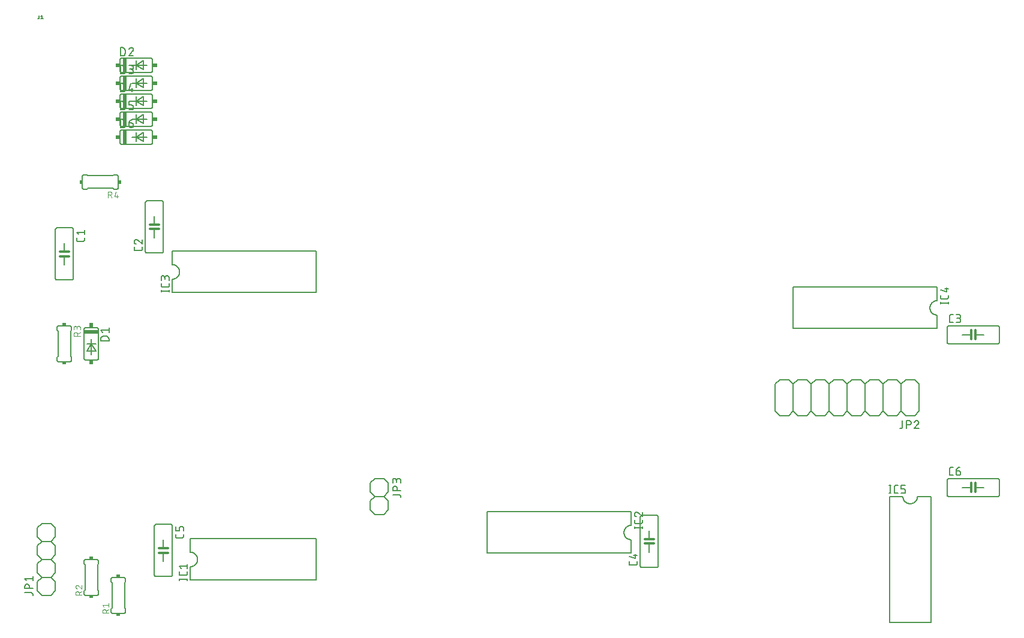
<source format=gbr>
G04 EAGLE Gerber RS-274X export*
G75*
%MOMM*%
%FSLAX34Y34*%
%LPD*%
%INSilkscreen Top*%
%IPPOS*%
%AMOC8*
5,1,8,0,0,1.08239X$1,22.5*%
G01*
%ADD10C,0.304800*%
%ADD11C,0.152400*%
%ADD12C,0.127000*%
%ADD13R,2.032000X0.508000*%
%ADD14R,0.508000X0.635000*%
%ADD15R,0.508000X0.381000*%
%ADD16C,0.101600*%
%ADD17R,0.508000X2.032000*%
%ADD18R,0.635000X0.508000*%
%ADD19R,0.381000X0.508000*%


D10*
X57150Y549148D02*
X50800Y549148D01*
X44450Y549148D01*
D11*
X50800Y549148D02*
X50800Y561340D01*
D10*
X50800Y542798D02*
X57150Y542798D01*
X50800Y542798D02*
X44450Y542798D01*
D11*
X50800Y542798D02*
X50800Y530860D01*
X60960Y582930D02*
X40640Y582930D01*
X38100Y580390D02*
X38100Y511810D01*
X40640Y509270D02*
X60960Y509270D01*
X63500Y511810D02*
X63500Y580390D01*
X63500Y511810D02*
X63498Y511710D01*
X63492Y511611D01*
X63482Y511511D01*
X63469Y511413D01*
X63451Y511314D01*
X63430Y511217D01*
X63405Y511121D01*
X63376Y511025D01*
X63343Y510931D01*
X63307Y510838D01*
X63267Y510747D01*
X63223Y510657D01*
X63176Y510569D01*
X63126Y510483D01*
X63072Y510399D01*
X63015Y510317D01*
X62955Y510238D01*
X62891Y510160D01*
X62825Y510086D01*
X62756Y510014D01*
X62684Y509945D01*
X62610Y509879D01*
X62532Y509815D01*
X62453Y509755D01*
X62371Y509698D01*
X62287Y509644D01*
X62201Y509594D01*
X62113Y509547D01*
X62023Y509503D01*
X61932Y509463D01*
X61839Y509427D01*
X61745Y509394D01*
X61649Y509365D01*
X61553Y509340D01*
X61456Y509319D01*
X61357Y509301D01*
X61259Y509288D01*
X61159Y509278D01*
X61060Y509272D01*
X60960Y509270D01*
X40640Y509270D02*
X40540Y509272D01*
X40441Y509278D01*
X40341Y509288D01*
X40243Y509301D01*
X40144Y509319D01*
X40047Y509340D01*
X39951Y509365D01*
X39855Y509394D01*
X39761Y509427D01*
X39668Y509463D01*
X39577Y509503D01*
X39487Y509547D01*
X39399Y509594D01*
X39313Y509644D01*
X39229Y509698D01*
X39147Y509755D01*
X39068Y509815D01*
X38990Y509879D01*
X38916Y509945D01*
X38844Y510014D01*
X38775Y510086D01*
X38709Y510160D01*
X38645Y510238D01*
X38585Y510317D01*
X38528Y510399D01*
X38474Y510483D01*
X38424Y510569D01*
X38377Y510657D01*
X38333Y510747D01*
X38293Y510838D01*
X38257Y510931D01*
X38224Y511025D01*
X38195Y511121D01*
X38170Y511217D01*
X38149Y511314D01*
X38131Y511413D01*
X38118Y511511D01*
X38108Y511611D01*
X38102Y511710D01*
X38100Y511810D01*
X38100Y580390D02*
X38102Y580490D01*
X38108Y580589D01*
X38118Y580689D01*
X38131Y580787D01*
X38149Y580886D01*
X38170Y580983D01*
X38195Y581079D01*
X38224Y581175D01*
X38257Y581269D01*
X38293Y581362D01*
X38333Y581453D01*
X38377Y581543D01*
X38424Y581631D01*
X38474Y581717D01*
X38528Y581801D01*
X38585Y581883D01*
X38645Y581962D01*
X38709Y582040D01*
X38775Y582114D01*
X38844Y582186D01*
X38916Y582255D01*
X38990Y582321D01*
X39068Y582385D01*
X39147Y582445D01*
X39229Y582502D01*
X39313Y582556D01*
X39399Y582606D01*
X39487Y582653D01*
X39577Y582697D01*
X39668Y582737D01*
X39761Y582773D01*
X39855Y582806D01*
X39951Y582835D01*
X40047Y582860D01*
X40144Y582881D01*
X40243Y582899D01*
X40341Y582912D01*
X40441Y582922D01*
X40540Y582928D01*
X40640Y582930D01*
X60960Y582930D02*
X61060Y582928D01*
X61159Y582922D01*
X61259Y582912D01*
X61357Y582899D01*
X61456Y582881D01*
X61553Y582860D01*
X61649Y582835D01*
X61745Y582806D01*
X61839Y582773D01*
X61932Y582737D01*
X62023Y582697D01*
X62113Y582653D01*
X62201Y582606D01*
X62287Y582556D01*
X62371Y582502D01*
X62453Y582445D01*
X62532Y582385D01*
X62610Y582321D01*
X62684Y582255D01*
X62756Y582186D01*
X62825Y582114D01*
X62891Y582040D01*
X62955Y581962D01*
X63015Y581883D01*
X63072Y581801D01*
X63126Y581717D01*
X63176Y581631D01*
X63223Y581543D01*
X63267Y581453D01*
X63307Y581362D01*
X63343Y581269D01*
X63376Y581175D01*
X63405Y581079D01*
X63430Y580983D01*
X63451Y580886D01*
X63469Y580787D01*
X63482Y580689D01*
X63492Y580589D01*
X63498Y580490D01*
X63500Y580390D01*
D12*
X79375Y568923D02*
X79375Y566383D01*
X79373Y566283D01*
X79367Y566184D01*
X79357Y566084D01*
X79344Y565986D01*
X79326Y565887D01*
X79305Y565790D01*
X79280Y565694D01*
X79251Y565598D01*
X79218Y565504D01*
X79182Y565411D01*
X79142Y565320D01*
X79098Y565230D01*
X79051Y565142D01*
X79001Y565056D01*
X78947Y564972D01*
X78890Y564890D01*
X78830Y564811D01*
X78766Y564733D01*
X78700Y564659D01*
X78631Y564587D01*
X78559Y564518D01*
X78485Y564452D01*
X78407Y564388D01*
X78328Y564328D01*
X78246Y564271D01*
X78162Y564217D01*
X78076Y564167D01*
X77988Y564120D01*
X77898Y564076D01*
X77807Y564036D01*
X77714Y564000D01*
X77620Y563967D01*
X77524Y563938D01*
X77428Y563913D01*
X77331Y563892D01*
X77232Y563874D01*
X77134Y563861D01*
X77034Y563851D01*
X76935Y563845D01*
X76835Y563843D01*
X70485Y563843D01*
X70385Y563845D01*
X70286Y563851D01*
X70186Y563861D01*
X70088Y563874D01*
X69989Y563892D01*
X69892Y563913D01*
X69796Y563938D01*
X69700Y563967D01*
X69606Y564000D01*
X69513Y564036D01*
X69422Y564076D01*
X69332Y564120D01*
X69244Y564167D01*
X69158Y564217D01*
X69074Y564271D01*
X68992Y564328D01*
X68913Y564388D01*
X68835Y564452D01*
X68761Y564518D01*
X68689Y564587D01*
X68620Y564659D01*
X68554Y564733D01*
X68490Y564811D01*
X68430Y564890D01*
X68373Y564972D01*
X68319Y565056D01*
X68269Y565142D01*
X68222Y565230D01*
X68178Y565320D01*
X68138Y565411D01*
X68102Y565504D01*
X68069Y565598D01*
X68040Y565694D01*
X68015Y565790D01*
X67994Y565887D01*
X67976Y565986D01*
X67963Y566084D01*
X67953Y566184D01*
X67947Y566283D01*
X67945Y566383D01*
X67945Y568923D01*
X70485Y573405D02*
X67945Y576580D01*
X79375Y576580D01*
X79375Y573405D02*
X79375Y579755D01*
D10*
X171450Y581152D02*
X177800Y581152D01*
X184150Y581152D01*
D11*
X177800Y581152D02*
X177800Y568960D01*
D10*
X177800Y587502D02*
X171450Y587502D01*
X177800Y587502D02*
X184150Y587502D01*
D11*
X177800Y587502D02*
X177800Y599440D01*
X167640Y547370D02*
X187960Y547370D01*
X190500Y549910D02*
X190500Y618490D01*
X187960Y621030D02*
X167640Y621030D01*
X165100Y618490D02*
X165100Y549910D01*
X165100Y618490D02*
X165102Y618590D01*
X165108Y618689D01*
X165118Y618789D01*
X165131Y618887D01*
X165149Y618986D01*
X165170Y619083D01*
X165195Y619179D01*
X165224Y619275D01*
X165257Y619369D01*
X165293Y619462D01*
X165333Y619553D01*
X165377Y619643D01*
X165424Y619731D01*
X165474Y619817D01*
X165528Y619901D01*
X165585Y619983D01*
X165645Y620062D01*
X165709Y620140D01*
X165775Y620214D01*
X165844Y620286D01*
X165916Y620355D01*
X165990Y620421D01*
X166068Y620485D01*
X166147Y620545D01*
X166229Y620602D01*
X166313Y620656D01*
X166399Y620706D01*
X166487Y620753D01*
X166577Y620797D01*
X166668Y620837D01*
X166761Y620873D01*
X166855Y620906D01*
X166951Y620935D01*
X167047Y620960D01*
X167144Y620981D01*
X167243Y620999D01*
X167341Y621012D01*
X167441Y621022D01*
X167540Y621028D01*
X167640Y621030D01*
X187960Y621030D02*
X188060Y621028D01*
X188159Y621022D01*
X188259Y621012D01*
X188357Y620999D01*
X188456Y620981D01*
X188553Y620960D01*
X188649Y620935D01*
X188745Y620906D01*
X188839Y620873D01*
X188932Y620837D01*
X189023Y620797D01*
X189113Y620753D01*
X189201Y620706D01*
X189287Y620656D01*
X189371Y620602D01*
X189453Y620545D01*
X189532Y620485D01*
X189610Y620421D01*
X189684Y620355D01*
X189756Y620286D01*
X189825Y620214D01*
X189891Y620140D01*
X189955Y620062D01*
X190015Y619983D01*
X190072Y619901D01*
X190126Y619817D01*
X190176Y619731D01*
X190223Y619643D01*
X190267Y619553D01*
X190307Y619462D01*
X190343Y619369D01*
X190376Y619275D01*
X190405Y619179D01*
X190430Y619083D01*
X190451Y618986D01*
X190469Y618887D01*
X190482Y618789D01*
X190492Y618689D01*
X190498Y618590D01*
X190500Y618490D01*
X190500Y549910D02*
X190498Y549810D01*
X190492Y549711D01*
X190482Y549611D01*
X190469Y549513D01*
X190451Y549414D01*
X190430Y549317D01*
X190405Y549221D01*
X190376Y549125D01*
X190343Y549031D01*
X190307Y548938D01*
X190267Y548847D01*
X190223Y548757D01*
X190176Y548669D01*
X190126Y548583D01*
X190072Y548499D01*
X190015Y548417D01*
X189955Y548338D01*
X189891Y548260D01*
X189825Y548186D01*
X189756Y548114D01*
X189684Y548045D01*
X189610Y547979D01*
X189532Y547915D01*
X189453Y547855D01*
X189371Y547798D01*
X189287Y547744D01*
X189201Y547694D01*
X189113Y547647D01*
X189023Y547603D01*
X188932Y547563D01*
X188839Y547527D01*
X188745Y547494D01*
X188649Y547465D01*
X188553Y547440D01*
X188456Y547419D01*
X188357Y547401D01*
X188259Y547388D01*
X188159Y547378D01*
X188060Y547372D01*
X187960Y547370D01*
X167640Y547370D02*
X167540Y547372D01*
X167441Y547378D01*
X167341Y547388D01*
X167243Y547401D01*
X167144Y547419D01*
X167047Y547440D01*
X166951Y547465D01*
X166855Y547494D01*
X166761Y547527D01*
X166668Y547563D01*
X166577Y547603D01*
X166487Y547647D01*
X166399Y547694D01*
X166313Y547744D01*
X166229Y547798D01*
X166147Y547855D01*
X166068Y547915D01*
X165990Y547979D01*
X165916Y548045D01*
X165844Y548114D01*
X165775Y548186D01*
X165709Y548260D01*
X165645Y548338D01*
X165585Y548417D01*
X165528Y548499D01*
X165474Y548583D01*
X165424Y548669D01*
X165377Y548757D01*
X165333Y548847D01*
X165293Y548938D01*
X165257Y549031D01*
X165224Y549125D01*
X165195Y549221D01*
X165170Y549317D01*
X165149Y549414D01*
X165131Y549513D01*
X165118Y549611D01*
X165108Y549711D01*
X165102Y549810D01*
X165100Y549910D01*
D12*
X160655Y553085D02*
X160655Y555625D01*
X160655Y553085D02*
X160653Y552985D01*
X160647Y552886D01*
X160637Y552786D01*
X160624Y552688D01*
X160606Y552589D01*
X160585Y552492D01*
X160560Y552396D01*
X160531Y552300D01*
X160498Y552206D01*
X160462Y552113D01*
X160422Y552022D01*
X160378Y551932D01*
X160331Y551844D01*
X160281Y551758D01*
X160227Y551674D01*
X160170Y551592D01*
X160110Y551513D01*
X160046Y551435D01*
X159980Y551361D01*
X159911Y551289D01*
X159839Y551220D01*
X159765Y551154D01*
X159687Y551090D01*
X159608Y551030D01*
X159526Y550973D01*
X159442Y550919D01*
X159356Y550869D01*
X159268Y550822D01*
X159178Y550778D01*
X159087Y550738D01*
X158994Y550702D01*
X158900Y550669D01*
X158804Y550640D01*
X158708Y550615D01*
X158611Y550594D01*
X158512Y550576D01*
X158414Y550563D01*
X158314Y550553D01*
X158215Y550547D01*
X158115Y550545D01*
X151765Y550545D01*
X151665Y550547D01*
X151566Y550553D01*
X151466Y550563D01*
X151368Y550576D01*
X151269Y550594D01*
X151172Y550615D01*
X151076Y550640D01*
X150980Y550669D01*
X150886Y550702D01*
X150793Y550738D01*
X150702Y550778D01*
X150612Y550822D01*
X150524Y550869D01*
X150438Y550919D01*
X150354Y550973D01*
X150272Y551030D01*
X150193Y551090D01*
X150115Y551154D01*
X150041Y551220D01*
X149969Y551289D01*
X149900Y551361D01*
X149834Y551435D01*
X149770Y551513D01*
X149710Y551592D01*
X149653Y551674D01*
X149599Y551758D01*
X149549Y551844D01*
X149502Y551932D01*
X149458Y552022D01*
X149418Y552113D01*
X149382Y552206D01*
X149349Y552300D01*
X149320Y552396D01*
X149295Y552492D01*
X149274Y552589D01*
X149256Y552688D01*
X149243Y552786D01*
X149233Y552886D01*
X149227Y552985D01*
X149225Y553085D01*
X149225Y555625D01*
X149225Y563600D02*
X149227Y563704D01*
X149233Y563809D01*
X149242Y563913D01*
X149255Y564016D01*
X149273Y564119D01*
X149293Y564221D01*
X149318Y564323D01*
X149346Y564423D01*
X149378Y564523D01*
X149414Y564621D01*
X149453Y564718D01*
X149495Y564813D01*
X149541Y564907D01*
X149591Y564999D01*
X149643Y565089D01*
X149699Y565177D01*
X149759Y565263D01*
X149821Y565347D01*
X149886Y565428D01*
X149954Y565507D01*
X150026Y565584D01*
X150099Y565657D01*
X150176Y565729D01*
X150255Y565797D01*
X150336Y565862D01*
X150420Y565924D01*
X150506Y565984D01*
X150594Y566040D01*
X150684Y566092D01*
X150776Y566142D01*
X150870Y566188D01*
X150965Y566230D01*
X151062Y566269D01*
X151160Y566305D01*
X151260Y566337D01*
X151360Y566365D01*
X151462Y566390D01*
X151564Y566410D01*
X151667Y566428D01*
X151770Y566441D01*
X151874Y566450D01*
X151979Y566456D01*
X152083Y566458D01*
X149225Y563600D02*
X149227Y563482D01*
X149233Y563363D01*
X149242Y563245D01*
X149255Y563128D01*
X149273Y563011D01*
X149293Y562894D01*
X149318Y562778D01*
X149346Y562663D01*
X149379Y562550D01*
X149414Y562437D01*
X149454Y562325D01*
X149496Y562215D01*
X149543Y562106D01*
X149593Y561998D01*
X149646Y561893D01*
X149703Y561789D01*
X149763Y561687D01*
X149826Y561587D01*
X149893Y561489D01*
X149962Y561393D01*
X150035Y561300D01*
X150111Y561209D01*
X150189Y561120D01*
X150271Y561034D01*
X150355Y560951D01*
X150441Y560870D01*
X150531Y560793D01*
X150622Y560718D01*
X150716Y560646D01*
X150813Y560577D01*
X150911Y560512D01*
X151012Y560449D01*
X151115Y560390D01*
X151219Y560334D01*
X151325Y560282D01*
X151433Y560233D01*
X151542Y560188D01*
X151653Y560146D01*
X151765Y560108D01*
X154305Y565505D02*
X154230Y565581D01*
X154151Y565656D01*
X154070Y565727D01*
X153986Y565796D01*
X153900Y565861D01*
X153812Y565923D01*
X153722Y565983D01*
X153630Y566039D01*
X153535Y566092D01*
X153439Y566141D01*
X153341Y566187D01*
X153242Y566230D01*
X153141Y566269D01*
X153039Y566304D01*
X152936Y566336D01*
X152832Y566364D01*
X152727Y566389D01*
X152620Y566410D01*
X152514Y566427D01*
X152407Y566440D01*
X152299Y566449D01*
X152191Y566455D01*
X152083Y566457D01*
X154305Y565505D02*
X160655Y560107D01*
X160655Y566457D01*
D10*
X1330452Y438150D02*
X1330452Y431800D01*
X1330452Y425450D01*
D11*
X1330452Y431800D02*
X1318260Y431800D01*
D10*
X1336802Y431800D02*
X1336802Y438150D01*
X1336802Y431800D02*
X1336802Y425450D01*
D11*
X1336802Y431800D02*
X1348740Y431800D01*
X1296670Y441960D02*
X1296670Y421640D01*
X1299210Y419100D02*
X1367790Y419100D01*
X1370330Y421640D02*
X1370330Y441960D01*
X1367790Y444500D02*
X1299210Y444500D01*
X1367790Y444500D02*
X1367890Y444498D01*
X1367989Y444492D01*
X1368089Y444482D01*
X1368187Y444469D01*
X1368286Y444451D01*
X1368383Y444430D01*
X1368479Y444405D01*
X1368575Y444376D01*
X1368669Y444343D01*
X1368762Y444307D01*
X1368853Y444267D01*
X1368943Y444223D01*
X1369031Y444176D01*
X1369117Y444126D01*
X1369201Y444072D01*
X1369283Y444015D01*
X1369362Y443955D01*
X1369440Y443891D01*
X1369514Y443825D01*
X1369586Y443756D01*
X1369655Y443684D01*
X1369721Y443610D01*
X1369785Y443532D01*
X1369845Y443453D01*
X1369902Y443371D01*
X1369956Y443287D01*
X1370006Y443201D01*
X1370053Y443113D01*
X1370097Y443023D01*
X1370137Y442932D01*
X1370173Y442839D01*
X1370206Y442745D01*
X1370235Y442649D01*
X1370260Y442553D01*
X1370281Y442456D01*
X1370299Y442357D01*
X1370312Y442259D01*
X1370322Y442159D01*
X1370328Y442060D01*
X1370330Y441960D01*
X1370330Y421640D02*
X1370328Y421540D01*
X1370322Y421441D01*
X1370312Y421341D01*
X1370299Y421243D01*
X1370281Y421144D01*
X1370260Y421047D01*
X1370235Y420951D01*
X1370206Y420855D01*
X1370173Y420761D01*
X1370137Y420668D01*
X1370097Y420577D01*
X1370053Y420487D01*
X1370006Y420399D01*
X1369956Y420313D01*
X1369902Y420229D01*
X1369845Y420147D01*
X1369785Y420068D01*
X1369721Y419990D01*
X1369655Y419916D01*
X1369586Y419844D01*
X1369514Y419775D01*
X1369440Y419709D01*
X1369362Y419645D01*
X1369283Y419585D01*
X1369201Y419528D01*
X1369117Y419474D01*
X1369031Y419424D01*
X1368943Y419377D01*
X1368853Y419333D01*
X1368762Y419293D01*
X1368669Y419257D01*
X1368575Y419224D01*
X1368479Y419195D01*
X1368383Y419170D01*
X1368286Y419149D01*
X1368187Y419131D01*
X1368089Y419118D01*
X1367989Y419108D01*
X1367890Y419102D01*
X1367790Y419100D01*
X1299210Y419100D02*
X1299110Y419102D01*
X1299011Y419108D01*
X1298911Y419118D01*
X1298813Y419131D01*
X1298714Y419149D01*
X1298617Y419170D01*
X1298521Y419195D01*
X1298425Y419224D01*
X1298331Y419257D01*
X1298238Y419293D01*
X1298147Y419333D01*
X1298057Y419377D01*
X1297969Y419424D01*
X1297883Y419474D01*
X1297799Y419528D01*
X1297717Y419585D01*
X1297638Y419645D01*
X1297560Y419709D01*
X1297486Y419775D01*
X1297414Y419844D01*
X1297345Y419916D01*
X1297279Y419990D01*
X1297215Y420068D01*
X1297155Y420147D01*
X1297098Y420229D01*
X1297044Y420313D01*
X1296994Y420399D01*
X1296947Y420487D01*
X1296903Y420577D01*
X1296863Y420668D01*
X1296827Y420761D01*
X1296794Y420855D01*
X1296765Y420951D01*
X1296740Y421047D01*
X1296719Y421144D01*
X1296701Y421243D01*
X1296688Y421341D01*
X1296678Y421441D01*
X1296672Y421540D01*
X1296670Y421640D01*
X1296670Y441960D02*
X1296672Y442060D01*
X1296678Y442159D01*
X1296688Y442259D01*
X1296701Y442357D01*
X1296719Y442456D01*
X1296740Y442553D01*
X1296765Y442649D01*
X1296794Y442745D01*
X1296827Y442839D01*
X1296863Y442932D01*
X1296903Y443023D01*
X1296947Y443113D01*
X1296994Y443201D01*
X1297044Y443287D01*
X1297098Y443371D01*
X1297155Y443453D01*
X1297215Y443532D01*
X1297279Y443610D01*
X1297345Y443684D01*
X1297414Y443756D01*
X1297486Y443825D01*
X1297560Y443891D01*
X1297638Y443955D01*
X1297717Y444015D01*
X1297799Y444072D01*
X1297883Y444126D01*
X1297969Y444176D01*
X1298057Y444223D01*
X1298147Y444267D01*
X1298238Y444307D01*
X1298331Y444343D01*
X1298425Y444376D01*
X1298521Y444405D01*
X1298617Y444430D01*
X1298714Y444451D01*
X1298813Y444469D01*
X1298911Y444482D01*
X1299011Y444492D01*
X1299110Y444498D01*
X1299210Y444500D01*
D12*
X1302385Y448945D02*
X1304925Y448945D01*
X1302385Y448945D02*
X1302285Y448947D01*
X1302186Y448953D01*
X1302086Y448963D01*
X1301988Y448976D01*
X1301889Y448994D01*
X1301792Y449015D01*
X1301696Y449040D01*
X1301600Y449069D01*
X1301506Y449102D01*
X1301413Y449138D01*
X1301322Y449178D01*
X1301232Y449222D01*
X1301144Y449269D01*
X1301058Y449319D01*
X1300974Y449373D01*
X1300892Y449430D01*
X1300813Y449490D01*
X1300735Y449554D01*
X1300661Y449620D01*
X1300589Y449689D01*
X1300520Y449761D01*
X1300454Y449835D01*
X1300390Y449913D01*
X1300330Y449992D01*
X1300273Y450074D01*
X1300219Y450158D01*
X1300169Y450244D01*
X1300122Y450332D01*
X1300078Y450422D01*
X1300038Y450513D01*
X1300002Y450606D01*
X1299969Y450700D01*
X1299940Y450796D01*
X1299915Y450892D01*
X1299894Y450989D01*
X1299876Y451088D01*
X1299863Y451186D01*
X1299853Y451286D01*
X1299847Y451385D01*
X1299845Y451485D01*
X1299845Y457835D01*
X1299847Y457935D01*
X1299853Y458034D01*
X1299863Y458134D01*
X1299876Y458232D01*
X1299894Y458331D01*
X1299915Y458428D01*
X1299940Y458524D01*
X1299969Y458620D01*
X1300002Y458714D01*
X1300038Y458807D01*
X1300078Y458898D01*
X1300122Y458988D01*
X1300169Y459076D01*
X1300219Y459162D01*
X1300273Y459246D01*
X1300330Y459328D01*
X1300390Y459407D01*
X1300454Y459485D01*
X1300520Y459559D01*
X1300589Y459631D01*
X1300661Y459700D01*
X1300735Y459766D01*
X1300813Y459830D01*
X1300892Y459890D01*
X1300974Y459947D01*
X1301058Y460001D01*
X1301144Y460051D01*
X1301232Y460098D01*
X1301322Y460142D01*
X1301413Y460182D01*
X1301506Y460218D01*
X1301600Y460251D01*
X1301696Y460280D01*
X1301792Y460305D01*
X1301889Y460326D01*
X1301988Y460344D01*
X1302086Y460357D01*
X1302186Y460367D01*
X1302285Y460373D01*
X1302385Y460375D01*
X1304925Y460375D01*
X1309407Y448945D02*
X1312582Y448945D01*
X1312693Y448947D01*
X1312803Y448953D01*
X1312914Y448962D01*
X1313024Y448976D01*
X1313133Y448993D01*
X1313242Y449014D01*
X1313350Y449039D01*
X1313457Y449068D01*
X1313563Y449100D01*
X1313668Y449136D01*
X1313771Y449176D01*
X1313873Y449219D01*
X1313974Y449266D01*
X1314073Y449317D01*
X1314170Y449370D01*
X1314264Y449427D01*
X1314357Y449488D01*
X1314448Y449551D01*
X1314537Y449618D01*
X1314623Y449688D01*
X1314706Y449761D01*
X1314788Y449836D01*
X1314866Y449914D01*
X1314941Y449996D01*
X1315014Y450079D01*
X1315084Y450165D01*
X1315151Y450254D01*
X1315214Y450345D01*
X1315275Y450438D01*
X1315332Y450532D01*
X1315385Y450629D01*
X1315436Y450728D01*
X1315483Y450829D01*
X1315526Y450931D01*
X1315566Y451034D01*
X1315602Y451139D01*
X1315634Y451245D01*
X1315663Y451352D01*
X1315688Y451460D01*
X1315709Y451569D01*
X1315726Y451678D01*
X1315740Y451788D01*
X1315749Y451899D01*
X1315755Y452009D01*
X1315757Y452120D01*
X1315755Y452231D01*
X1315749Y452341D01*
X1315740Y452452D01*
X1315726Y452562D01*
X1315709Y452671D01*
X1315688Y452780D01*
X1315663Y452888D01*
X1315634Y452995D01*
X1315602Y453101D01*
X1315566Y453206D01*
X1315526Y453309D01*
X1315483Y453411D01*
X1315436Y453512D01*
X1315385Y453611D01*
X1315332Y453707D01*
X1315275Y453802D01*
X1315214Y453895D01*
X1315151Y453986D01*
X1315084Y454075D01*
X1315014Y454161D01*
X1314941Y454244D01*
X1314866Y454326D01*
X1314788Y454404D01*
X1314706Y454479D01*
X1314623Y454552D01*
X1314537Y454622D01*
X1314448Y454689D01*
X1314357Y454752D01*
X1314264Y454813D01*
X1314170Y454870D01*
X1314073Y454923D01*
X1313974Y454974D01*
X1313873Y455021D01*
X1313771Y455064D01*
X1313668Y455104D01*
X1313563Y455140D01*
X1313457Y455172D01*
X1313350Y455201D01*
X1313242Y455226D01*
X1313133Y455247D01*
X1313024Y455264D01*
X1312914Y455278D01*
X1312803Y455287D01*
X1312693Y455293D01*
X1312582Y455295D01*
X1313217Y460375D02*
X1309407Y460375D01*
X1313217Y460375D02*
X1313317Y460373D01*
X1313416Y460367D01*
X1313516Y460357D01*
X1313614Y460344D01*
X1313713Y460326D01*
X1313810Y460305D01*
X1313906Y460280D01*
X1314002Y460251D01*
X1314096Y460218D01*
X1314189Y460182D01*
X1314280Y460142D01*
X1314370Y460098D01*
X1314458Y460051D01*
X1314544Y460001D01*
X1314628Y459947D01*
X1314710Y459890D01*
X1314789Y459830D01*
X1314867Y459766D01*
X1314941Y459700D01*
X1315013Y459631D01*
X1315082Y459559D01*
X1315148Y459485D01*
X1315212Y459407D01*
X1315272Y459328D01*
X1315329Y459246D01*
X1315383Y459162D01*
X1315433Y459076D01*
X1315480Y458988D01*
X1315524Y458898D01*
X1315564Y458807D01*
X1315600Y458714D01*
X1315633Y458620D01*
X1315662Y458524D01*
X1315687Y458428D01*
X1315708Y458331D01*
X1315726Y458232D01*
X1315739Y458134D01*
X1315749Y458034D01*
X1315755Y457935D01*
X1315757Y457835D01*
X1315755Y457735D01*
X1315749Y457636D01*
X1315739Y457536D01*
X1315726Y457438D01*
X1315708Y457339D01*
X1315687Y457242D01*
X1315662Y457146D01*
X1315633Y457050D01*
X1315600Y456956D01*
X1315564Y456863D01*
X1315524Y456772D01*
X1315480Y456682D01*
X1315433Y456594D01*
X1315383Y456508D01*
X1315329Y456424D01*
X1315272Y456342D01*
X1315212Y456263D01*
X1315148Y456185D01*
X1315082Y456111D01*
X1315013Y456039D01*
X1314941Y455970D01*
X1314867Y455904D01*
X1314789Y455840D01*
X1314710Y455780D01*
X1314628Y455723D01*
X1314544Y455669D01*
X1314458Y455619D01*
X1314370Y455572D01*
X1314280Y455528D01*
X1314189Y455488D01*
X1314096Y455452D01*
X1314002Y455419D01*
X1313906Y455390D01*
X1313810Y455365D01*
X1313713Y455344D01*
X1313614Y455326D01*
X1313516Y455313D01*
X1313416Y455303D01*
X1313317Y455297D01*
X1313217Y455295D01*
X1310677Y455295D01*
D10*
X876300Y136652D02*
X869950Y136652D01*
X876300Y136652D02*
X882650Y136652D01*
D11*
X876300Y136652D02*
X876300Y124460D01*
D10*
X876300Y143002D02*
X869950Y143002D01*
X876300Y143002D02*
X882650Y143002D01*
D11*
X876300Y143002D02*
X876300Y154940D01*
X866140Y102870D02*
X886460Y102870D01*
X889000Y105410D02*
X889000Y173990D01*
X886460Y176530D02*
X866140Y176530D01*
X863600Y173990D02*
X863600Y105410D01*
X863600Y173990D02*
X863602Y174090D01*
X863608Y174189D01*
X863618Y174289D01*
X863631Y174387D01*
X863649Y174486D01*
X863670Y174583D01*
X863695Y174679D01*
X863724Y174775D01*
X863757Y174869D01*
X863793Y174962D01*
X863833Y175053D01*
X863877Y175143D01*
X863924Y175231D01*
X863974Y175317D01*
X864028Y175401D01*
X864085Y175483D01*
X864145Y175562D01*
X864209Y175640D01*
X864275Y175714D01*
X864344Y175786D01*
X864416Y175855D01*
X864490Y175921D01*
X864568Y175985D01*
X864647Y176045D01*
X864729Y176102D01*
X864813Y176156D01*
X864899Y176206D01*
X864987Y176253D01*
X865077Y176297D01*
X865168Y176337D01*
X865261Y176373D01*
X865355Y176406D01*
X865451Y176435D01*
X865547Y176460D01*
X865644Y176481D01*
X865743Y176499D01*
X865841Y176512D01*
X865941Y176522D01*
X866040Y176528D01*
X866140Y176530D01*
X886460Y176530D02*
X886560Y176528D01*
X886659Y176522D01*
X886759Y176512D01*
X886857Y176499D01*
X886956Y176481D01*
X887053Y176460D01*
X887149Y176435D01*
X887245Y176406D01*
X887339Y176373D01*
X887432Y176337D01*
X887523Y176297D01*
X887613Y176253D01*
X887701Y176206D01*
X887787Y176156D01*
X887871Y176102D01*
X887953Y176045D01*
X888032Y175985D01*
X888110Y175921D01*
X888184Y175855D01*
X888256Y175786D01*
X888325Y175714D01*
X888391Y175640D01*
X888455Y175562D01*
X888515Y175483D01*
X888572Y175401D01*
X888626Y175317D01*
X888676Y175231D01*
X888723Y175143D01*
X888767Y175053D01*
X888807Y174962D01*
X888843Y174869D01*
X888876Y174775D01*
X888905Y174679D01*
X888930Y174583D01*
X888951Y174486D01*
X888969Y174387D01*
X888982Y174289D01*
X888992Y174189D01*
X888998Y174090D01*
X889000Y173990D01*
X889000Y105410D02*
X888998Y105310D01*
X888992Y105211D01*
X888982Y105111D01*
X888969Y105013D01*
X888951Y104914D01*
X888930Y104817D01*
X888905Y104721D01*
X888876Y104625D01*
X888843Y104531D01*
X888807Y104438D01*
X888767Y104347D01*
X888723Y104257D01*
X888676Y104169D01*
X888626Y104083D01*
X888572Y103999D01*
X888515Y103917D01*
X888455Y103838D01*
X888391Y103760D01*
X888325Y103686D01*
X888256Y103614D01*
X888184Y103545D01*
X888110Y103479D01*
X888032Y103415D01*
X887953Y103355D01*
X887871Y103298D01*
X887787Y103244D01*
X887701Y103194D01*
X887613Y103147D01*
X887523Y103103D01*
X887432Y103063D01*
X887339Y103027D01*
X887245Y102994D01*
X887149Y102965D01*
X887053Y102940D01*
X886956Y102919D01*
X886857Y102901D01*
X886759Y102888D01*
X886659Y102878D01*
X886560Y102872D01*
X886460Y102870D01*
X866140Y102870D02*
X866040Y102872D01*
X865941Y102878D01*
X865841Y102888D01*
X865743Y102901D01*
X865644Y102919D01*
X865547Y102940D01*
X865451Y102965D01*
X865355Y102994D01*
X865261Y103027D01*
X865168Y103063D01*
X865077Y103103D01*
X864987Y103147D01*
X864899Y103194D01*
X864813Y103244D01*
X864729Y103298D01*
X864647Y103355D01*
X864568Y103415D01*
X864490Y103479D01*
X864416Y103545D01*
X864344Y103614D01*
X864275Y103686D01*
X864209Y103760D01*
X864145Y103838D01*
X864085Y103917D01*
X864028Y103999D01*
X863974Y104083D01*
X863924Y104169D01*
X863877Y104257D01*
X863833Y104347D01*
X863793Y104438D01*
X863757Y104531D01*
X863724Y104625D01*
X863695Y104721D01*
X863670Y104817D01*
X863649Y104914D01*
X863631Y105013D01*
X863618Y105111D01*
X863608Y105211D01*
X863602Y105310D01*
X863600Y105410D01*
D12*
X859155Y108585D02*
X859155Y111125D01*
X859155Y108585D02*
X859153Y108485D01*
X859147Y108386D01*
X859137Y108286D01*
X859124Y108188D01*
X859106Y108089D01*
X859085Y107992D01*
X859060Y107896D01*
X859031Y107800D01*
X858998Y107706D01*
X858962Y107613D01*
X858922Y107522D01*
X858878Y107432D01*
X858831Y107344D01*
X858781Y107258D01*
X858727Y107174D01*
X858670Y107092D01*
X858610Y107013D01*
X858546Y106935D01*
X858480Y106861D01*
X858411Y106789D01*
X858339Y106720D01*
X858265Y106654D01*
X858187Y106590D01*
X858108Y106530D01*
X858026Y106473D01*
X857942Y106419D01*
X857856Y106369D01*
X857768Y106322D01*
X857678Y106278D01*
X857587Y106238D01*
X857494Y106202D01*
X857400Y106169D01*
X857304Y106140D01*
X857208Y106115D01*
X857111Y106094D01*
X857012Y106076D01*
X856914Y106063D01*
X856814Y106053D01*
X856715Y106047D01*
X856615Y106045D01*
X850265Y106045D01*
X850165Y106047D01*
X850066Y106053D01*
X849966Y106063D01*
X849868Y106076D01*
X849769Y106094D01*
X849672Y106115D01*
X849576Y106140D01*
X849480Y106169D01*
X849386Y106202D01*
X849293Y106238D01*
X849202Y106278D01*
X849112Y106322D01*
X849024Y106369D01*
X848938Y106419D01*
X848854Y106473D01*
X848772Y106530D01*
X848693Y106590D01*
X848615Y106654D01*
X848541Y106720D01*
X848469Y106789D01*
X848400Y106861D01*
X848334Y106935D01*
X848270Y107013D01*
X848210Y107092D01*
X848153Y107174D01*
X848099Y107258D01*
X848049Y107344D01*
X848002Y107432D01*
X847958Y107522D01*
X847918Y107613D01*
X847882Y107706D01*
X847849Y107800D01*
X847820Y107896D01*
X847795Y107992D01*
X847774Y108089D01*
X847756Y108188D01*
X847743Y108286D01*
X847733Y108386D01*
X847727Y108485D01*
X847725Y108585D01*
X847725Y111125D01*
X847725Y118147D02*
X856615Y115607D01*
X856615Y121957D01*
X854075Y120052D02*
X859155Y120052D01*
D11*
X88900Y419100D02*
X88900Y425450D01*
X95250Y408940D02*
X82550Y408940D01*
X88900Y419100D01*
X88900Y403860D01*
X95250Y408940D02*
X88900Y419100D01*
X95250Y419100D01*
X88900Y419100D02*
X82550Y419100D01*
X99060Y398780D02*
X99058Y398680D01*
X99052Y398581D01*
X99042Y398481D01*
X99029Y398383D01*
X99011Y398284D01*
X98990Y398187D01*
X98965Y398091D01*
X98936Y397995D01*
X98903Y397901D01*
X98867Y397808D01*
X98827Y397717D01*
X98783Y397627D01*
X98736Y397539D01*
X98686Y397453D01*
X98632Y397369D01*
X98575Y397287D01*
X98515Y397208D01*
X98451Y397130D01*
X98385Y397056D01*
X98316Y396984D01*
X98244Y396915D01*
X98170Y396849D01*
X98092Y396785D01*
X98013Y396725D01*
X97931Y396668D01*
X97847Y396614D01*
X97761Y396564D01*
X97673Y396517D01*
X97583Y396473D01*
X97492Y396433D01*
X97399Y396397D01*
X97305Y396364D01*
X97209Y396335D01*
X97113Y396310D01*
X97016Y396289D01*
X96917Y396271D01*
X96819Y396258D01*
X96719Y396248D01*
X96620Y396242D01*
X96520Y396240D01*
X81280Y396240D01*
X81180Y396242D01*
X81081Y396248D01*
X80981Y396258D01*
X80883Y396271D01*
X80784Y396289D01*
X80687Y396310D01*
X80591Y396335D01*
X80495Y396364D01*
X80401Y396397D01*
X80308Y396433D01*
X80217Y396473D01*
X80127Y396517D01*
X80039Y396564D01*
X79953Y396614D01*
X79869Y396668D01*
X79787Y396725D01*
X79708Y396785D01*
X79630Y396849D01*
X79556Y396915D01*
X79484Y396984D01*
X79415Y397056D01*
X79349Y397130D01*
X79285Y397208D01*
X79225Y397287D01*
X79168Y397369D01*
X79114Y397453D01*
X79064Y397539D01*
X79017Y397627D01*
X78973Y397717D01*
X78933Y397808D01*
X78897Y397901D01*
X78864Y397995D01*
X78835Y398091D01*
X78810Y398187D01*
X78789Y398284D01*
X78771Y398383D01*
X78758Y398481D01*
X78748Y398581D01*
X78742Y398680D01*
X78740Y398780D01*
X99060Y439420D02*
X99058Y439520D01*
X99052Y439619D01*
X99042Y439719D01*
X99029Y439817D01*
X99011Y439916D01*
X98990Y440013D01*
X98965Y440109D01*
X98936Y440205D01*
X98903Y440299D01*
X98867Y440392D01*
X98827Y440483D01*
X98783Y440573D01*
X98736Y440661D01*
X98686Y440747D01*
X98632Y440831D01*
X98575Y440913D01*
X98515Y440992D01*
X98451Y441070D01*
X98385Y441144D01*
X98316Y441216D01*
X98244Y441285D01*
X98170Y441351D01*
X98092Y441415D01*
X98013Y441475D01*
X97931Y441532D01*
X97847Y441586D01*
X97761Y441636D01*
X97673Y441683D01*
X97583Y441727D01*
X97492Y441767D01*
X97399Y441803D01*
X97305Y441836D01*
X97209Y441865D01*
X97113Y441890D01*
X97016Y441911D01*
X96917Y441929D01*
X96819Y441942D01*
X96719Y441952D01*
X96620Y441958D01*
X96520Y441960D01*
X81280Y441960D02*
X81180Y441958D01*
X81081Y441952D01*
X80981Y441942D01*
X80883Y441929D01*
X80784Y441911D01*
X80687Y441890D01*
X80591Y441865D01*
X80495Y441836D01*
X80401Y441803D01*
X80308Y441767D01*
X80217Y441727D01*
X80127Y441683D01*
X80039Y441636D01*
X79953Y441586D01*
X79869Y441532D01*
X79787Y441475D01*
X79708Y441415D01*
X79630Y441351D01*
X79556Y441285D01*
X79484Y441216D01*
X79415Y441144D01*
X79349Y441070D01*
X79285Y440992D01*
X79225Y440913D01*
X79168Y440831D01*
X79114Y440747D01*
X79064Y440661D01*
X79017Y440573D01*
X78973Y440483D01*
X78933Y440392D01*
X78897Y440299D01*
X78864Y440205D01*
X78835Y440109D01*
X78810Y440013D01*
X78789Y439916D01*
X78771Y439817D01*
X78758Y439719D01*
X78748Y439619D01*
X78742Y439520D01*
X78740Y439420D01*
X78740Y398780D01*
X81280Y441960D02*
X96520Y441960D01*
X99060Y439420D02*
X99060Y398780D01*
D13*
X88900Y435610D03*
D14*
X88900Y393065D03*
X88900Y445135D03*
D12*
X102235Y423164D02*
X113665Y423164D01*
X102235Y423164D02*
X102235Y426339D01*
X102237Y426450D01*
X102243Y426560D01*
X102252Y426671D01*
X102266Y426781D01*
X102283Y426890D01*
X102304Y426999D01*
X102329Y427107D01*
X102358Y427214D01*
X102390Y427320D01*
X102426Y427425D01*
X102466Y427528D01*
X102509Y427630D01*
X102556Y427731D01*
X102607Y427830D01*
X102660Y427927D01*
X102717Y428021D01*
X102778Y428114D01*
X102841Y428205D01*
X102908Y428294D01*
X102978Y428380D01*
X103051Y428463D01*
X103126Y428545D01*
X103204Y428623D01*
X103286Y428698D01*
X103369Y428771D01*
X103455Y428841D01*
X103544Y428908D01*
X103635Y428971D01*
X103728Y429032D01*
X103823Y429089D01*
X103919Y429142D01*
X104018Y429193D01*
X104119Y429240D01*
X104221Y429283D01*
X104324Y429323D01*
X104429Y429359D01*
X104535Y429391D01*
X104642Y429420D01*
X104750Y429445D01*
X104859Y429466D01*
X104968Y429483D01*
X105078Y429497D01*
X105189Y429506D01*
X105299Y429512D01*
X105410Y429514D01*
X110490Y429514D01*
X110601Y429512D01*
X110711Y429506D01*
X110822Y429497D01*
X110932Y429483D01*
X111041Y429466D01*
X111150Y429445D01*
X111258Y429420D01*
X111365Y429391D01*
X111471Y429359D01*
X111576Y429323D01*
X111679Y429283D01*
X111781Y429240D01*
X111882Y429193D01*
X111981Y429142D01*
X112078Y429089D01*
X112172Y429032D01*
X112265Y428971D01*
X112356Y428908D01*
X112445Y428841D01*
X112531Y428771D01*
X112614Y428698D01*
X112696Y428623D01*
X112774Y428545D01*
X112849Y428463D01*
X112922Y428380D01*
X112992Y428294D01*
X113059Y428205D01*
X113122Y428114D01*
X113183Y428021D01*
X113240Y427927D01*
X113293Y427830D01*
X113344Y427731D01*
X113391Y427630D01*
X113434Y427528D01*
X113474Y427425D01*
X113510Y427320D01*
X113542Y427214D01*
X113571Y427107D01*
X113596Y426999D01*
X113617Y426890D01*
X113634Y426781D01*
X113648Y426671D01*
X113657Y426560D01*
X113663Y426450D01*
X113665Y426339D01*
X113665Y423164D01*
X104775Y434975D02*
X102235Y438150D01*
X113665Y438150D01*
X113665Y434975D02*
X113665Y441325D01*
D11*
X228600Y143510D02*
X406400Y143510D01*
X406400Y85090D02*
X228600Y85090D01*
X406400Y85090D02*
X406400Y143510D01*
X228600Y143510D02*
X228600Y124460D01*
X228600Y104140D02*
X228600Y85090D01*
X228600Y104140D02*
X228847Y104143D01*
X229095Y104152D01*
X229342Y104167D01*
X229588Y104188D01*
X229834Y104215D01*
X230079Y104248D01*
X230324Y104287D01*
X230567Y104332D01*
X230809Y104383D01*
X231050Y104440D01*
X231289Y104502D01*
X231527Y104571D01*
X231763Y104645D01*
X231997Y104725D01*
X232229Y104810D01*
X232459Y104902D01*
X232687Y104998D01*
X232912Y105101D01*
X233135Y105208D01*
X233355Y105322D01*
X233572Y105440D01*
X233787Y105564D01*
X233998Y105693D01*
X234206Y105827D01*
X234411Y105966D01*
X234612Y106110D01*
X234810Y106258D01*
X235004Y106412D01*
X235194Y106570D01*
X235380Y106733D01*
X235562Y106900D01*
X235740Y107072D01*
X235914Y107248D01*
X236084Y107428D01*
X236249Y107613D01*
X236409Y107801D01*
X236565Y107993D01*
X236717Y108189D01*
X236863Y108388D01*
X237005Y108591D01*
X237141Y108798D01*
X237273Y109007D01*
X237399Y109220D01*
X237520Y109436D01*
X237636Y109654D01*
X237746Y109876D01*
X237851Y110100D01*
X237951Y110326D01*
X238045Y110555D01*
X238133Y110786D01*
X238216Y111020D01*
X238293Y111255D01*
X238364Y111492D01*
X238430Y111730D01*
X238489Y111970D01*
X238543Y112212D01*
X238591Y112455D01*
X238633Y112698D01*
X238669Y112943D01*
X238699Y113189D01*
X238723Y113435D01*
X238741Y113682D01*
X238753Y113929D01*
X238759Y114176D01*
X238759Y114424D01*
X238753Y114671D01*
X238741Y114918D01*
X238723Y115165D01*
X238699Y115411D01*
X238669Y115657D01*
X238633Y115902D01*
X238591Y116145D01*
X238543Y116388D01*
X238489Y116630D01*
X238430Y116870D01*
X238364Y117108D01*
X238293Y117345D01*
X238216Y117580D01*
X238133Y117814D01*
X238045Y118045D01*
X237951Y118274D01*
X237851Y118500D01*
X237746Y118724D01*
X237636Y118946D01*
X237520Y119164D01*
X237399Y119380D01*
X237273Y119593D01*
X237141Y119802D01*
X237005Y120009D01*
X236863Y120212D01*
X236717Y120411D01*
X236565Y120607D01*
X236409Y120799D01*
X236249Y120987D01*
X236084Y121172D01*
X235914Y121352D01*
X235740Y121528D01*
X235562Y121700D01*
X235380Y121867D01*
X235194Y122030D01*
X235004Y122188D01*
X234810Y122342D01*
X234612Y122490D01*
X234411Y122634D01*
X234206Y122773D01*
X233998Y122907D01*
X233787Y123036D01*
X233572Y123160D01*
X233355Y123278D01*
X233135Y123392D01*
X232912Y123499D01*
X232687Y123602D01*
X232459Y123698D01*
X232229Y123790D01*
X231997Y123875D01*
X231763Y123955D01*
X231527Y124029D01*
X231289Y124098D01*
X231050Y124160D01*
X230809Y124217D01*
X230567Y124268D01*
X230324Y124313D01*
X230079Y124352D01*
X229834Y124385D01*
X229588Y124412D01*
X229342Y124433D01*
X229095Y124448D01*
X228847Y124457D01*
X228600Y124460D01*
D12*
X224155Y85725D02*
X212725Y85725D01*
X224155Y84455D02*
X224155Y86995D01*
X212725Y86995D02*
X212725Y84455D01*
X224155Y94197D02*
X224155Y96737D01*
X224155Y94197D02*
X224153Y94097D01*
X224147Y93998D01*
X224137Y93898D01*
X224124Y93800D01*
X224106Y93701D01*
X224085Y93604D01*
X224060Y93508D01*
X224031Y93412D01*
X223998Y93318D01*
X223962Y93225D01*
X223922Y93134D01*
X223878Y93044D01*
X223831Y92956D01*
X223781Y92870D01*
X223727Y92786D01*
X223670Y92704D01*
X223610Y92625D01*
X223546Y92547D01*
X223480Y92473D01*
X223411Y92401D01*
X223339Y92332D01*
X223265Y92266D01*
X223187Y92202D01*
X223108Y92142D01*
X223026Y92085D01*
X222942Y92031D01*
X222856Y91981D01*
X222768Y91934D01*
X222678Y91890D01*
X222587Y91850D01*
X222494Y91814D01*
X222400Y91781D01*
X222304Y91752D01*
X222208Y91727D01*
X222111Y91706D01*
X222012Y91688D01*
X221914Y91675D01*
X221814Y91665D01*
X221715Y91659D01*
X221615Y91657D01*
X215265Y91657D01*
X215165Y91659D01*
X215066Y91665D01*
X214966Y91675D01*
X214868Y91688D01*
X214769Y91706D01*
X214672Y91727D01*
X214576Y91752D01*
X214480Y91781D01*
X214386Y91814D01*
X214293Y91850D01*
X214202Y91890D01*
X214112Y91934D01*
X214024Y91981D01*
X213938Y92031D01*
X213854Y92085D01*
X213772Y92142D01*
X213693Y92202D01*
X213615Y92266D01*
X213541Y92332D01*
X213469Y92401D01*
X213400Y92473D01*
X213334Y92547D01*
X213270Y92625D01*
X213210Y92704D01*
X213153Y92786D01*
X213099Y92870D01*
X213049Y92956D01*
X213002Y93044D01*
X212958Y93134D01*
X212918Y93225D01*
X212882Y93318D01*
X212849Y93412D01*
X212820Y93508D01*
X212795Y93604D01*
X212774Y93701D01*
X212756Y93800D01*
X212743Y93898D01*
X212733Y93998D01*
X212727Y94097D01*
X212725Y94197D01*
X212725Y96737D01*
X215265Y101219D02*
X212725Y104394D01*
X224155Y104394D01*
X224155Y101219D02*
X224155Y107569D01*
D11*
X647700Y123190D02*
X850900Y123190D01*
X850900Y181610D02*
X647700Y181610D01*
X647700Y123190D01*
X850900Y123190D02*
X850900Y142240D01*
X850900Y162560D02*
X850900Y181610D01*
X850900Y162560D02*
X850653Y162557D01*
X850405Y162548D01*
X850158Y162533D01*
X849912Y162512D01*
X849666Y162485D01*
X849421Y162452D01*
X849176Y162413D01*
X848933Y162368D01*
X848691Y162317D01*
X848450Y162260D01*
X848211Y162198D01*
X847973Y162129D01*
X847737Y162055D01*
X847503Y161975D01*
X847271Y161890D01*
X847041Y161798D01*
X846813Y161702D01*
X846588Y161599D01*
X846365Y161492D01*
X846145Y161378D01*
X845928Y161260D01*
X845713Y161136D01*
X845502Y161007D01*
X845294Y160873D01*
X845089Y160734D01*
X844888Y160590D01*
X844690Y160442D01*
X844496Y160288D01*
X844306Y160130D01*
X844120Y159967D01*
X843938Y159800D01*
X843760Y159628D01*
X843586Y159452D01*
X843416Y159272D01*
X843251Y159087D01*
X843091Y158899D01*
X842935Y158707D01*
X842783Y158511D01*
X842637Y158312D01*
X842495Y158109D01*
X842359Y157902D01*
X842227Y157693D01*
X842101Y157480D01*
X841980Y157264D01*
X841864Y157046D01*
X841754Y156824D01*
X841649Y156600D01*
X841549Y156374D01*
X841455Y156145D01*
X841367Y155914D01*
X841284Y155680D01*
X841207Y155445D01*
X841136Y155208D01*
X841070Y154970D01*
X841011Y154730D01*
X840957Y154488D01*
X840909Y154245D01*
X840867Y154002D01*
X840831Y153757D01*
X840801Y153511D01*
X840777Y153265D01*
X840759Y153018D01*
X840747Y152771D01*
X840741Y152524D01*
X840741Y152276D01*
X840747Y152029D01*
X840759Y151782D01*
X840777Y151535D01*
X840801Y151289D01*
X840831Y151043D01*
X840867Y150798D01*
X840909Y150555D01*
X840957Y150312D01*
X841011Y150070D01*
X841070Y149830D01*
X841136Y149592D01*
X841207Y149355D01*
X841284Y149120D01*
X841367Y148886D01*
X841455Y148655D01*
X841549Y148426D01*
X841649Y148200D01*
X841754Y147976D01*
X841864Y147754D01*
X841980Y147536D01*
X842101Y147320D01*
X842227Y147107D01*
X842359Y146898D01*
X842495Y146691D01*
X842637Y146488D01*
X842783Y146289D01*
X842935Y146093D01*
X843091Y145901D01*
X843251Y145713D01*
X843416Y145528D01*
X843586Y145348D01*
X843760Y145172D01*
X843938Y145000D01*
X844120Y144833D01*
X844306Y144670D01*
X844496Y144512D01*
X844690Y144358D01*
X844888Y144210D01*
X845089Y144066D01*
X845294Y143927D01*
X845502Y143793D01*
X845713Y143664D01*
X845928Y143540D01*
X846145Y143422D01*
X846365Y143308D01*
X846588Y143201D01*
X846813Y143098D01*
X847041Y143002D01*
X847271Y142910D01*
X847503Y142825D01*
X847737Y142745D01*
X847973Y142671D01*
X848211Y142602D01*
X848450Y142540D01*
X848691Y142483D01*
X848933Y142432D01*
X849176Y142387D01*
X849421Y142348D01*
X849666Y142315D01*
X849912Y142288D01*
X850158Y142267D01*
X850405Y142252D01*
X850653Y142243D01*
X850900Y142240D01*
D12*
X855345Y159131D02*
X866775Y159131D01*
X866775Y157861D02*
X866775Y160401D01*
X855345Y160401D02*
X855345Y157861D01*
X866775Y167603D02*
X866775Y170143D01*
X866775Y167603D02*
X866773Y167503D01*
X866767Y167404D01*
X866757Y167304D01*
X866744Y167206D01*
X866726Y167107D01*
X866705Y167010D01*
X866680Y166914D01*
X866651Y166818D01*
X866618Y166724D01*
X866582Y166631D01*
X866542Y166540D01*
X866498Y166450D01*
X866451Y166362D01*
X866401Y166276D01*
X866347Y166192D01*
X866290Y166110D01*
X866230Y166031D01*
X866166Y165953D01*
X866100Y165879D01*
X866031Y165807D01*
X865959Y165738D01*
X865885Y165672D01*
X865807Y165608D01*
X865728Y165548D01*
X865646Y165491D01*
X865562Y165437D01*
X865476Y165387D01*
X865388Y165340D01*
X865298Y165296D01*
X865207Y165256D01*
X865114Y165220D01*
X865020Y165187D01*
X864924Y165158D01*
X864828Y165133D01*
X864731Y165112D01*
X864632Y165094D01*
X864534Y165081D01*
X864434Y165071D01*
X864335Y165065D01*
X864235Y165063D01*
X857885Y165063D01*
X857785Y165065D01*
X857686Y165071D01*
X857586Y165081D01*
X857488Y165094D01*
X857389Y165112D01*
X857292Y165133D01*
X857196Y165158D01*
X857100Y165187D01*
X857006Y165220D01*
X856913Y165256D01*
X856822Y165296D01*
X856732Y165340D01*
X856644Y165387D01*
X856558Y165437D01*
X856474Y165491D01*
X856392Y165548D01*
X856313Y165608D01*
X856235Y165672D01*
X856161Y165738D01*
X856089Y165807D01*
X856020Y165879D01*
X855954Y165953D01*
X855890Y166031D01*
X855830Y166110D01*
X855773Y166192D01*
X855719Y166276D01*
X855669Y166362D01*
X855622Y166450D01*
X855578Y166540D01*
X855538Y166631D01*
X855502Y166724D01*
X855469Y166818D01*
X855440Y166914D01*
X855415Y167010D01*
X855394Y167107D01*
X855376Y167206D01*
X855363Y167304D01*
X855353Y167404D01*
X855347Y167503D01*
X855345Y167603D01*
X855345Y170143D01*
X855345Y178118D02*
X855347Y178222D01*
X855353Y178327D01*
X855362Y178431D01*
X855375Y178534D01*
X855393Y178637D01*
X855413Y178739D01*
X855438Y178841D01*
X855466Y178941D01*
X855498Y179041D01*
X855534Y179139D01*
X855573Y179236D01*
X855615Y179331D01*
X855661Y179425D01*
X855711Y179517D01*
X855763Y179607D01*
X855819Y179695D01*
X855879Y179781D01*
X855941Y179865D01*
X856006Y179946D01*
X856074Y180025D01*
X856146Y180102D01*
X856219Y180175D01*
X856296Y180247D01*
X856375Y180315D01*
X856456Y180380D01*
X856540Y180442D01*
X856626Y180502D01*
X856714Y180558D01*
X856804Y180610D01*
X856896Y180660D01*
X856990Y180706D01*
X857085Y180748D01*
X857182Y180787D01*
X857280Y180823D01*
X857380Y180855D01*
X857480Y180883D01*
X857582Y180908D01*
X857684Y180928D01*
X857787Y180946D01*
X857890Y180959D01*
X857994Y180968D01*
X858099Y180974D01*
X858203Y180976D01*
X855345Y178118D02*
X855347Y178000D01*
X855353Y177881D01*
X855362Y177763D01*
X855375Y177646D01*
X855393Y177529D01*
X855413Y177412D01*
X855438Y177296D01*
X855466Y177181D01*
X855499Y177068D01*
X855534Y176955D01*
X855574Y176843D01*
X855616Y176733D01*
X855663Y176624D01*
X855713Y176516D01*
X855766Y176411D01*
X855823Y176307D01*
X855883Y176205D01*
X855946Y176105D01*
X856013Y176007D01*
X856082Y175911D01*
X856155Y175818D01*
X856231Y175727D01*
X856309Y175638D01*
X856391Y175552D01*
X856475Y175469D01*
X856561Y175388D01*
X856651Y175311D01*
X856742Y175236D01*
X856836Y175164D01*
X856933Y175095D01*
X857031Y175030D01*
X857132Y174967D01*
X857235Y174908D01*
X857339Y174852D01*
X857445Y174800D01*
X857553Y174751D01*
X857662Y174706D01*
X857773Y174664D01*
X857885Y174626D01*
X860425Y180023D02*
X860350Y180099D01*
X860271Y180174D01*
X860190Y180245D01*
X860106Y180314D01*
X860020Y180379D01*
X859932Y180441D01*
X859842Y180501D01*
X859750Y180557D01*
X859655Y180610D01*
X859559Y180659D01*
X859461Y180705D01*
X859362Y180748D01*
X859261Y180787D01*
X859159Y180822D01*
X859056Y180854D01*
X858952Y180882D01*
X858847Y180907D01*
X858740Y180928D01*
X858634Y180945D01*
X858527Y180958D01*
X858419Y180967D01*
X858311Y180973D01*
X858203Y180975D01*
X860425Y180023D02*
X866775Y174625D01*
X866775Y180975D01*
D11*
X406400Y549910D02*
X203200Y549910D01*
X203200Y491490D02*
X406400Y491490D01*
X406400Y549910D01*
X203200Y549910D02*
X203200Y530860D01*
X203200Y510540D02*
X203200Y491490D01*
X203200Y510540D02*
X203447Y510543D01*
X203695Y510552D01*
X203942Y510567D01*
X204188Y510588D01*
X204434Y510615D01*
X204679Y510648D01*
X204924Y510687D01*
X205167Y510732D01*
X205409Y510783D01*
X205650Y510840D01*
X205889Y510902D01*
X206127Y510971D01*
X206363Y511045D01*
X206597Y511125D01*
X206829Y511210D01*
X207059Y511302D01*
X207287Y511398D01*
X207512Y511501D01*
X207735Y511608D01*
X207955Y511722D01*
X208172Y511840D01*
X208387Y511964D01*
X208598Y512093D01*
X208806Y512227D01*
X209011Y512366D01*
X209212Y512510D01*
X209410Y512658D01*
X209604Y512812D01*
X209794Y512970D01*
X209980Y513133D01*
X210162Y513300D01*
X210340Y513472D01*
X210514Y513648D01*
X210684Y513828D01*
X210849Y514013D01*
X211009Y514201D01*
X211165Y514393D01*
X211317Y514589D01*
X211463Y514788D01*
X211605Y514991D01*
X211741Y515198D01*
X211873Y515407D01*
X211999Y515620D01*
X212120Y515836D01*
X212236Y516054D01*
X212346Y516276D01*
X212451Y516500D01*
X212551Y516726D01*
X212645Y516955D01*
X212733Y517186D01*
X212816Y517420D01*
X212893Y517655D01*
X212964Y517892D01*
X213030Y518130D01*
X213089Y518370D01*
X213143Y518612D01*
X213191Y518855D01*
X213233Y519098D01*
X213269Y519343D01*
X213299Y519589D01*
X213323Y519835D01*
X213341Y520082D01*
X213353Y520329D01*
X213359Y520576D01*
X213359Y520824D01*
X213353Y521071D01*
X213341Y521318D01*
X213323Y521565D01*
X213299Y521811D01*
X213269Y522057D01*
X213233Y522302D01*
X213191Y522545D01*
X213143Y522788D01*
X213089Y523030D01*
X213030Y523270D01*
X212964Y523508D01*
X212893Y523745D01*
X212816Y523980D01*
X212733Y524214D01*
X212645Y524445D01*
X212551Y524674D01*
X212451Y524900D01*
X212346Y525124D01*
X212236Y525346D01*
X212120Y525564D01*
X211999Y525780D01*
X211873Y525993D01*
X211741Y526202D01*
X211605Y526409D01*
X211463Y526612D01*
X211317Y526811D01*
X211165Y527007D01*
X211009Y527199D01*
X210849Y527387D01*
X210684Y527572D01*
X210514Y527752D01*
X210340Y527928D01*
X210162Y528100D01*
X209980Y528267D01*
X209794Y528430D01*
X209604Y528588D01*
X209410Y528742D01*
X209212Y528890D01*
X209011Y529034D01*
X208806Y529173D01*
X208598Y529307D01*
X208387Y529436D01*
X208172Y529560D01*
X207955Y529678D01*
X207735Y529792D01*
X207512Y529899D01*
X207287Y530002D01*
X207059Y530098D01*
X206829Y530190D01*
X206597Y530275D01*
X206363Y530355D01*
X206127Y530429D01*
X205889Y530498D01*
X205650Y530560D01*
X205409Y530617D01*
X205167Y530668D01*
X204924Y530713D01*
X204679Y530752D01*
X204434Y530785D01*
X204188Y530812D01*
X203942Y530833D01*
X203695Y530848D01*
X203447Y530857D01*
X203200Y530860D01*
D12*
X198755Y493395D02*
X187325Y493395D01*
X198755Y492125D02*
X198755Y494665D01*
X187325Y494665D02*
X187325Y492125D01*
X198755Y501867D02*
X198755Y504407D01*
X198755Y501867D02*
X198753Y501767D01*
X198747Y501668D01*
X198737Y501568D01*
X198724Y501470D01*
X198706Y501371D01*
X198685Y501274D01*
X198660Y501178D01*
X198631Y501082D01*
X198598Y500988D01*
X198562Y500895D01*
X198522Y500804D01*
X198478Y500714D01*
X198431Y500626D01*
X198381Y500540D01*
X198327Y500456D01*
X198270Y500374D01*
X198210Y500295D01*
X198146Y500217D01*
X198080Y500143D01*
X198011Y500071D01*
X197939Y500002D01*
X197865Y499936D01*
X197787Y499872D01*
X197708Y499812D01*
X197626Y499755D01*
X197542Y499701D01*
X197456Y499651D01*
X197368Y499604D01*
X197278Y499560D01*
X197187Y499520D01*
X197094Y499484D01*
X197000Y499451D01*
X196904Y499422D01*
X196808Y499397D01*
X196711Y499376D01*
X196612Y499358D01*
X196514Y499345D01*
X196414Y499335D01*
X196315Y499329D01*
X196215Y499327D01*
X189865Y499327D01*
X189765Y499329D01*
X189666Y499335D01*
X189566Y499345D01*
X189468Y499358D01*
X189369Y499376D01*
X189272Y499397D01*
X189176Y499422D01*
X189080Y499451D01*
X188986Y499484D01*
X188893Y499520D01*
X188802Y499560D01*
X188712Y499604D01*
X188624Y499651D01*
X188538Y499701D01*
X188454Y499755D01*
X188372Y499812D01*
X188293Y499872D01*
X188215Y499936D01*
X188141Y500002D01*
X188069Y500071D01*
X188000Y500143D01*
X187934Y500217D01*
X187870Y500295D01*
X187810Y500374D01*
X187753Y500456D01*
X187699Y500540D01*
X187649Y500626D01*
X187602Y500714D01*
X187558Y500804D01*
X187518Y500895D01*
X187482Y500988D01*
X187449Y501082D01*
X187420Y501178D01*
X187395Y501274D01*
X187374Y501371D01*
X187356Y501470D01*
X187343Y501568D01*
X187333Y501668D01*
X187327Y501767D01*
X187325Y501867D01*
X187325Y504407D01*
X198755Y508889D02*
X198755Y512064D01*
X198753Y512175D01*
X198747Y512285D01*
X198738Y512396D01*
X198724Y512506D01*
X198707Y512615D01*
X198686Y512724D01*
X198661Y512832D01*
X198632Y512939D01*
X198600Y513045D01*
X198564Y513150D01*
X198524Y513253D01*
X198481Y513355D01*
X198434Y513456D01*
X198383Y513555D01*
X198330Y513652D01*
X198273Y513746D01*
X198212Y513839D01*
X198149Y513930D01*
X198082Y514019D01*
X198012Y514105D01*
X197939Y514188D01*
X197864Y514270D01*
X197786Y514348D01*
X197704Y514423D01*
X197621Y514496D01*
X197535Y514566D01*
X197446Y514633D01*
X197355Y514696D01*
X197262Y514757D01*
X197168Y514814D01*
X197071Y514867D01*
X196972Y514918D01*
X196871Y514965D01*
X196769Y515008D01*
X196666Y515048D01*
X196561Y515084D01*
X196455Y515116D01*
X196348Y515145D01*
X196240Y515170D01*
X196131Y515191D01*
X196022Y515208D01*
X195912Y515222D01*
X195801Y515231D01*
X195691Y515237D01*
X195580Y515239D01*
X195469Y515237D01*
X195359Y515231D01*
X195248Y515222D01*
X195138Y515208D01*
X195029Y515191D01*
X194920Y515170D01*
X194812Y515145D01*
X194705Y515116D01*
X194599Y515084D01*
X194494Y515048D01*
X194391Y515008D01*
X194289Y514965D01*
X194188Y514918D01*
X194089Y514867D01*
X193993Y514814D01*
X193898Y514757D01*
X193805Y514696D01*
X193714Y514633D01*
X193625Y514566D01*
X193539Y514496D01*
X193456Y514423D01*
X193374Y514348D01*
X193296Y514270D01*
X193221Y514188D01*
X193148Y514105D01*
X193078Y514019D01*
X193011Y513930D01*
X192948Y513839D01*
X192887Y513746D01*
X192830Y513652D01*
X192777Y513555D01*
X192726Y513456D01*
X192679Y513355D01*
X192636Y513253D01*
X192596Y513150D01*
X192560Y513045D01*
X192528Y512939D01*
X192499Y512832D01*
X192474Y512724D01*
X192453Y512615D01*
X192436Y512506D01*
X192422Y512396D01*
X192413Y512285D01*
X192407Y512175D01*
X192405Y512064D01*
X187325Y512699D02*
X187325Y508889D01*
X187325Y512699D02*
X187327Y512799D01*
X187333Y512898D01*
X187343Y512998D01*
X187356Y513096D01*
X187374Y513195D01*
X187395Y513292D01*
X187420Y513388D01*
X187449Y513484D01*
X187482Y513578D01*
X187518Y513671D01*
X187558Y513762D01*
X187602Y513852D01*
X187649Y513940D01*
X187699Y514026D01*
X187753Y514110D01*
X187810Y514192D01*
X187870Y514271D01*
X187934Y514349D01*
X188000Y514423D01*
X188069Y514495D01*
X188141Y514564D01*
X188215Y514630D01*
X188293Y514694D01*
X188372Y514754D01*
X188454Y514811D01*
X188538Y514865D01*
X188624Y514915D01*
X188712Y514962D01*
X188802Y515006D01*
X188893Y515046D01*
X188986Y515082D01*
X189080Y515115D01*
X189176Y515144D01*
X189272Y515169D01*
X189369Y515190D01*
X189468Y515208D01*
X189566Y515221D01*
X189666Y515231D01*
X189765Y515237D01*
X189865Y515239D01*
X189965Y515237D01*
X190064Y515231D01*
X190164Y515221D01*
X190262Y515208D01*
X190361Y515190D01*
X190458Y515169D01*
X190554Y515144D01*
X190650Y515115D01*
X190744Y515082D01*
X190837Y515046D01*
X190928Y515006D01*
X191018Y514962D01*
X191106Y514915D01*
X191192Y514865D01*
X191276Y514811D01*
X191358Y514754D01*
X191437Y514694D01*
X191515Y514630D01*
X191589Y514564D01*
X191661Y514495D01*
X191730Y514423D01*
X191796Y514349D01*
X191860Y514271D01*
X191920Y514192D01*
X191977Y514110D01*
X192031Y514026D01*
X192081Y513940D01*
X192128Y513852D01*
X192172Y513762D01*
X192212Y513671D01*
X192248Y513578D01*
X192281Y513484D01*
X192310Y513388D01*
X192335Y513292D01*
X192356Y513195D01*
X192374Y513096D01*
X192387Y512998D01*
X192397Y512898D01*
X192403Y512799D01*
X192405Y512699D01*
X192405Y510159D01*
D11*
X1079500Y440690D02*
X1282700Y440690D01*
X1282700Y499110D02*
X1079500Y499110D01*
X1079500Y440690D01*
X1282700Y440690D02*
X1282700Y459740D01*
X1282700Y480060D02*
X1282700Y499110D01*
X1282700Y480060D02*
X1282453Y480057D01*
X1282205Y480048D01*
X1281958Y480033D01*
X1281712Y480012D01*
X1281466Y479985D01*
X1281221Y479952D01*
X1280976Y479913D01*
X1280733Y479868D01*
X1280491Y479817D01*
X1280250Y479760D01*
X1280011Y479698D01*
X1279773Y479629D01*
X1279537Y479555D01*
X1279303Y479475D01*
X1279071Y479390D01*
X1278841Y479298D01*
X1278613Y479202D01*
X1278388Y479099D01*
X1278165Y478992D01*
X1277945Y478878D01*
X1277728Y478760D01*
X1277513Y478636D01*
X1277302Y478507D01*
X1277094Y478373D01*
X1276889Y478234D01*
X1276688Y478090D01*
X1276490Y477942D01*
X1276296Y477788D01*
X1276106Y477630D01*
X1275920Y477467D01*
X1275738Y477300D01*
X1275560Y477128D01*
X1275386Y476952D01*
X1275216Y476772D01*
X1275051Y476587D01*
X1274891Y476399D01*
X1274735Y476207D01*
X1274583Y476011D01*
X1274437Y475812D01*
X1274295Y475609D01*
X1274159Y475402D01*
X1274027Y475193D01*
X1273901Y474980D01*
X1273780Y474764D01*
X1273664Y474546D01*
X1273554Y474324D01*
X1273449Y474100D01*
X1273349Y473874D01*
X1273255Y473645D01*
X1273167Y473414D01*
X1273084Y473180D01*
X1273007Y472945D01*
X1272936Y472708D01*
X1272870Y472470D01*
X1272811Y472230D01*
X1272757Y471988D01*
X1272709Y471745D01*
X1272667Y471502D01*
X1272631Y471257D01*
X1272601Y471011D01*
X1272577Y470765D01*
X1272559Y470518D01*
X1272547Y470271D01*
X1272541Y470024D01*
X1272541Y469776D01*
X1272547Y469529D01*
X1272559Y469282D01*
X1272577Y469035D01*
X1272601Y468789D01*
X1272631Y468543D01*
X1272667Y468298D01*
X1272709Y468055D01*
X1272757Y467812D01*
X1272811Y467570D01*
X1272870Y467330D01*
X1272936Y467092D01*
X1273007Y466855D01*
X1273084Y466620D01*
X1273167Y466386D01*
X1273255Y466155D01*
X1273349Y465926D01*
X1273449Y465700D01*
X1273554Y465476D01*
X1273664Y465254D01*
X1273780Y465036D01*
X1273901Y464820D01*
X1274027Y464607D01*
X1274159Y464398D01*
X1274295Y464191D01*
X1274437Y463988D01*
X1274583Y463789D01*
X1274735Y463593D01*
X1274891Y463401D01*
X1275051Y463213D01*
X1275216Y463028D01*
X1275386Y462848D01*
X1275560Y462672D01*
X1275738Y462500D01*
X1275920Y462333D01*
X1276106Y462170D01*
X1276296Y462012D01*
X1276490Y461858D01*
X1276688Y461710D01*
X1276889Y461566D01*
X1277094Y461427D01*
X1277302Y461293D01*
X1277513Y461164D01*
X1277728Y461040D01*
X1277945Y460922D01*
X1278165Y460808D01*
X1278388Y460701D01*
X1278613Y460598D01*
X1278841Y460502D01*
X1279071Y460410D01*
X1279303Y460325D01*
X1279537Y460245D01*
X1279773Y460171D01*
X1280011Y460102D01*
X1280250Y460040D01*
X1280491Y459983D01*
X1280733Y459932D01*
X1280976Y459887D01*
X1281221Y459848D01*
X1281466Y459815D01*
X1281712Y459788D01*
X1281958Y459767D01*
X1282205Y459752D01*
X1282453Y459743D01*
X1282700Y459740D01*
D12*
X1287145Y476631D02*
X1298575Y476631D01*
X1298575Y475361D02*
X1298575Y477901D01*
X1287145Y477901D02*
X1287145Y475361D01*
X1298575Y485103D02*
X1298575Y487643D01*
X1298575Y485103D02*
X1298573Y485003D01*
X1298567Y484904D01*
X1298557Y484804D01*
X1298544Y484706D01*
X1298526Y484607D01*
X1298505Y484510D01*
X1298480Y484414D01*
X1298451Y484318D01*
X1298418Y484224D01*
X1298382Y484131D01*
X1298342Y484040D01*
X1298298Y483950D01*
X1298251Y483862D01*
X1298201Y483776D01*
X1298147Y483692D01*
X1298090Y483610D01*
X1298030Y483531D01*
X1297966Y483453D01*
X1297900Y483379D01*
X1297831Y483307D01*
X1297759Y483238D01*
X1297685Y483172D01*
X1297607Y483108D01*
X1297528Y483048D01*
X1297446Y482991D01*
X1297362Y482937D01*
X1297276Y482887D01*
X1297188Y482840D01*
X1297098Y482796D01*
X1297007Y482756D01*
X1296914Y482720D01*
X1296820Y482687D01*
X1296724Y482658D01*
X1296628Y482633D01*
X1296531Y482612D01*
X1296432Y482594D01*
X1296334Y482581D01*
X1296234Y482571D01*
X1296135Y482565D01*
X1296035Y482563D01*
X1289685Y482563D01*
X1289585Y482565D01*
X1289486Y482571D01*
X1289386Y482581D01*
X1289288Y482594D01*
X1289189Y482612D01*
X1289092Y482633D01*
X1288996Y482658D01*
X1288900Y482687D01*
X1288806Y482720D01*
X1288713Y482756D01*
X1288622Y482796D01*
X1288532Y482840D01*
X1288444Y482887D01*
X1288358Y482937D01*
X1288274Y482991D01*
X1288192Y483048D01*
X1288113Y483108D01*
X1288035Y483172D01*
X1287961Y483238D01*
X1287889Y483307D01*
X1287820Y483379D01*
X1287754Y483453D01*
X1287690Y483531D01*
X1287630Y483610D01*
X1287573Y483692D01*
X1287519Y483776D01*
X1287469Y483862D01*
X1287422Y483950D01*
X1287378Y484040D01*
X1287338Y484131D01*
X1287302Y484224D01*
X1287269Y484318D01*
X1287240Y484414D01*
X1287215Y484510D01*
X1287194Y484607D01*
X1287176Y484706D01*
X1287163Y484804D01*
X1287153Y484904D01*
X1287147Y485003D01*
X1287145Y485103D01*
X1287145Y487643D01*
X1287145Y494665D02*
X1296035Y492125D01*
X1296035Y498475D01*
X1293495Y496570D02*
X1298575Y496570D01*
D11*
X1273810Y203200D02*
X1273810Y25400D01*
X1215390Y25400D02*
X1215390Y203200D01*
X1215390Y25400D02*
X1273810Y25400D01*
X1273810Y203200D02*
X1254760Y203200D01*
X1234440Y203200D02*
X1215390Y203200D01*
X1234440Y203200D02*
X1234443Y202953D01*
X1234452Y202705D01*
X1234467Y202458D01*
X1234488Y202212D01*
X1234515Y201966D01*
X1234548Y201721D01*
X1234587Y201476D01*
X1234632Y201233D01*
X1234683Y200991D01*
X1234740Y200750D01*
X1234802Y200511D01*
X1234871Y200273D01*
X1234945Y200037D01*
X1235025Y199803D01*
X1235110Y199571D01*
X1235202Y199341D01*
X1235298Y199113D01*
X1235401Y198888D01*
X1235508Y198665D01*
X1235622Y198445D01*
X1235740Y198228D01*
X1235864Y198013D01*
X1235993Y197802D01*
X1236127Y197594D01*
X1236266Y197389D01*
X1236410Y197188D01*
X1236558Y196990D01*
X1236712Y196796D01*
X1236870Y196606D01*
X1237033Y196420D01*
X1237200Y196238D01*
X1237372Y196060D01*
X1237548Y195886D01*
X1237728Y195716D01*
X1237913Y195551D01*
X1238101Y195391D01*
X1238293Y195235D01*
X1238489Y195083D01*
X1238688Y194937D01*
X1238891Y194795D01*
X1239098Y194659D01*
X1239307Y194527D01*
X1239520Y194401D01*
X1239736Y194280D01*
X1239954Y194164D01*
X1240176Y194054D01*
X1240400Y193949D01*
X1240626Y193849D01*
X1240855Y193755D01*
X1241086Y193667D01*
X1241320Y193584D01*
X1241555Y193507D01*
X1241792Y193436D01*
X1242030Y193370D01*
X1242270Y193311D01*
X1242512Y193257D01*
X1242755Y193209D01*
X1242998Y193167D01*
X1243243Y193131D01*
X1243489Y193101D01*
X1243735Y193077D01*
X1243982Y193059D01*
X1244229Y193047D01*
X1244476Y193041D01*
X1244724Y193041D01*
X1244971Y193047D01*
X1245218Y193059D01*
X1245465Y193077D01*
X1245711Y193101D01*
X1245957Y193131D01*
X1246202Y193167D01*
X1246445Y193209D01*
X1246688Y193257D01*
X1246930Y193311D01*
X1247170Y193370D01*
X1247408Y193436D01*
X1247645Y193507D01*
X1247880Y193584D01*
X1248114Y193667D01*
X1248345Y193755D01*
X1248574Y193849D01*
X1248800Y193949D01*
X1249024Y194054D01*
X1249246Y194164D01*
X1249464Y194280D01*
X1249680Y194401D01*
X1249893Y194527D01*
X1250102Y194659D01*
X1250309Y194795D01*
X1250512Y194937D01*
X1250711Y195083D01*
X1250907Y195235D01*
X1251099Y195391D01*
X1251287Y195551D01*
X1251472Y195716D01*
X1251652Y195886D01*
X1251828Y196060D01*
X1252000Y196238D01*
X1252167Y196420D01*
X1252330Y196606D01*
X1252488Y196796D01*
X1252642Y196990D01*
X1252790Y197188D01*
X1252934Y197389D01*
X1253073Y197594D01*
X1253207Y197802D01*
X1253336Y198013D01*
X1253460Y198228D01*
X1253578Y198445D01*
X1253692Y198665D01*
X1253799Y198888D01*
X1253902Y199113D01*
X1253998Y199341D01*
X1254090Y199571D01*
X1254175Y199803D01*
X1254255Y200037D01*
X1254329Y200273D01*
X1254398Y200511D01*
X1254460Y200750D01*
X1254517Y200991D01*
X1254568Y201233D01*
X1254613Y201476D01*
X1254652Y201721D01*
X1254685Y201966D01*
X1254712Y202212D01*
X1254733Y202458D01*
X1254748Y202705D01*
X1254757Y202953D01*
X1254760Y203200D01*
D12*
X1216025Y207645D02*
X1216025Y219075D01*
X1214755Y207645D02*
X1217295Y207645D01*
X1217295Y219075D02*
X1214755Y219075D01*
X1224497Y207645D02*
X1227037Y207645D01*
X1224497Y207645D02*
X1224397Y207647D01*
X1224298Y207653D01*
X1224198Y207663D01*
X1224100Y207676D01*
X1224001Y207694D01*
X1223904Y207715D01*
X1223808Y207740D01*
X1223712Y207769D01*
X1223618Y207802D01*
X1223525Y207838D01*
X1223434Y207878D01*
X1223344Y207922D01*
X1223256Y207969D01*
X1223170Y208019D01*
X1223086Y208073D01*
X1223004Y208130D01*
X1222925Y208190D01*
X1222847Y208254D01*
X1222773Y208320D01*
X1222701Y208389D01*
X1222632Y208461D01*
X1222566Y208535D01*
X1222502Y208613D01*
X1222442Y208692D01*
X1222385Y208774D01*
X1222331Y208858D01*
X1222281Y208944D01*
X1222234Y209032D01*
X1222190Y209122D01*
X1222150Y209213D01*
X1222114Y209306D01*
X1222081Y209400D01*
X1222052Y209496D01*
X1222027Y209592D01*
X1222006Y209689D01*
X1221988Y209788D01*
X1221975Y209886D01*
X1221965Y209986D01*
X1221959Y210085D01*
X1221957Y210185D01*
X1221957Y216535D01*
X1221959Y216635D01*
X1221965Y216734D01*
X1221975Y216834D01*
X1221988Y216932D01*
X1222006Y217031D01*
X1222027Y217128D01*
X1222052Y217224D01*
X1222081Y217320D01*
X1222114Y217414D01*
X1222150Y217507D01*
X1222190Y217598D01*
X1222234Y217688D01*
X1222281Y217776D01*
X1222331Y217862D01*
X1222385Y217946D01*
X1222442Y218028D01*
X1222502Y218107D01*
X1222566Y218185D01*
X1222632Y218259D01*
X1222701Y218331D01*
X1222773Y218400D01*
X1222847Y218466D01*
X1222925Y218530D01*
X1223004Y218590D01*
X1223086Y218647D01*
X1223170Y218701D01*
X1223256Y218751D01*
X1223344Y218798D01*
X1223434Y218842D01*
X1223525Y218882D01*
X1223618Y218918D01*
X1223712Y218951D01*
X1223808Y218980D01*
X1223904Y219005D01*
X1224001Y219026D01*
X1224100Y219044D01*
X1224198Y219057D01*
X1224298Y219067D01*
X1224397Y219073D01*
X1224497Y219075D01*
X1227037Y219075D01*
X1231519Y207645D02*
X1235329Y207645D01*
X1235429Y207647D01*
X1235528Y207653D01*
X1235628Y207663D01*
X1235726Y207676D01*
X1235825Y207694D01*
X1235922Y207715D01*
X1236018Y207740D01*
X1236114Y207769D01*
X1236208Y207802D01*
X1236301Y207838D01*
X1236392Y207878D01*
X1236482Y207922D01*
X1236570Y207969D01*
X1236656Y208019D01*
X1236740Y208073D01*
X1236822Y208130D01*
X1236901Y208190D01*
X1236979Y208254D01*
X1237053Y208320D01*
X1237125Y208389D01*
X1237194Y208461D01*
X1237260Y208535D01*
X1237324Y208613D01*
X1237384Y208692D01*
X1237441Y208774D01*
X1237495Y208858D01*
X1237545Y208944D01*
X1237592Y209032D01*
X1237636Y209122D01*
X1237676Y209213D01*
X1237712Y209306D01*
X1237745Y209400D01*
X1237774Y209496D01*
X1237799Y209592D01*
X1237820Y209689D01*
X1237838Y209788D01*
X1237851Y209886D01*
X1237861Y209986D01*
X1237867Y210085D01*
X1237869Y210185D01*
X1237869Y211455D01*
X1237867Y211555D01*
X1237861Y211654D01*
X1237851Y211754D01*
X1237838Y211852D01*
X1237820Y211951D01*
X1237799Y212048D01*
X1237774Y212144D01*
X1237745Y212240D01*
X1237712Y212334D01*
X1237676Y212427D01*
X1237636Y212518D01*
X1237592Y212608D01*
X1237545Y212696D01*
X1237495Y212782D01*
X1237441Y212866D01*
X1237384Y212948D01*
X1237324Y213027D01*
X1237260Y213105D01*
X1237194Y213179D01*
X1237125Y213251D01*
X1237053Y213320D01*
X1236979Y213386D01*
X1236901Y213450D01*
X1236822Y213510D01*
X1236740Y213567D01*
X1236656Y213621D01*
X1236570Y213671D01*
X1236482Y213718D01*
X1236392Y213762D01*
X1236301Y213802D01*
X1236208Y213838D01*
X1236114Y213871D01*
X1236018Y213900D01*
X1235922Y213925D01*
X1235825Y213946D01*
X1235726Y213964D01*
X1235628Y213977D01*
X1235528Y213987D01*
X1235429Y213993D01*
X1235329Y213995D01*
X1231519Y213995D01*
X1231519Y219075D01*
X1237869Y219075D01*
X14944Y879277D02*
X14944Y883031D01*
X14943Y879277D02*
X14941Y879212D01*
X14935Y879148D01*
X14925Y879084D01*
X14912Y879020D01*
X14894Y878958D01*
X14873Y878897D01*
X14849Y878837D01*
X14820Y878779D01*
X14788Y878722D01*
X14753Y878668D01*
X14715Y878616D01*
X14673Y878566D01*
X14629Y878519D01*
X14582Y878475D01*
X14532Y878433D01*
X14480Y878395D01*
X14426Y878360D01*
X14369Y878328D01*
X14311Y878299D01*
X14251Y878275D01*
X14190Y878254D01*
X14128Y878236D01*
X14064Y878223D01*
X14000Y878213D01*
X13936Y878207D01*
X13871Y878205D01*
X13335Y878205D01*
X17892Y881959D02*
X19232Y883031D01*
X19232Y878205D01*
X17892Y878205D02*
X20573Y878205D01*
D11*
X12700Y120650D02*
X19050Y114300D01*
X12700Y120650D02*
X12700Y133350D01*
X19050Y139700D01*
X31750Y139700D01*
X38100Y133350D01*
X38100Y120650D01*
X31750Y114300D01*
X12700Y82550D02*
X12700Y69850D01*
X12700Y82550D02*
X19050Y88900D01*
X31750Y88900D01*
X38100Y82550D01*
X19050Y88900D02*
X12700Y95250D01*
X12700Y107950D01*
X19050Y114300D01*
X31750Y114300D01*
X38100Y107950D01*
X38100Y95250D01*
X31750Y88900D01*
X31750Y63500D02*
X19050Y63500D01*
X12700Y69850D01*
X31750Y63500D02*
X38100Y69850D01*
X38100Y82550D01*
X12700Y146050D02*
X12700Y158750D01*
X19050Y165100D01*
X31750Y165100D01*
X38100Y158750D01*
X19050Y139700D02*
X12700Y146050D01*
X31750Y139700D02*
X38100Y146050D01*
X38100Y158750D01*
D12*
X3937Y67183D02*
X-4953Y67183D01*
X3937Y67183D02*
X4037Y67181D01*
X4136Y67175D01*
X4236Y67165D01*
X4334Y67152D01*
X4433Y67134D01*
X4530Y67113D01*
X4626Y67088D01*
X4722Y67059D01*
X4816Y67026D01*
X4909Y66990D01*
X5000Y66950D01*
X5090Y66906D01*
X5178Y66859D01*
X5264Y66809D01*
X5348Y66755D01*
X5430Y66698D01*
X5509Y66638D01*
X5587Y66574D01*
X5661Y66508D01*
X5733Y66439D01*
X5802Y66367D01*
X5868Y66293D01*
X5932Y66215D01*
X5992Y66136D01*
X6049Y66054D01*
X6103Y65970D01*
X6153Y65884D01*
X6200Y65796D01*
X6244Y65706D01*
X6284Y65615D01*
X6320Y65522D01*
X6353Y65428D01*
X6382Y65332D01*
X6407Y65236D01*
X6428Y65139D01*
X6446Y65040D01*
X6459Y64942D01*
X6469Y64842D01*
X6475Y64743D01*
X6477Y64643D01*
X6477Y63373D01*
X6477Y73163D02*
X-4953Y73163D01*
X-4953Y76338D01*
X-4951Y76449D01*
X-4945Y76559D01*
X-4936Y76670D01*
X-4922Y76780D01*
X-4905Y76889D01*
X-4884Y76998D01*
X-4859Y77106D01*
X-4830Y77213D01*
X-4798Y77319D01*
X-4762Y77424D01*
X-4722Y77527D01*
X-4679Y77629D01*
X-4632Y77730D01*
X-4581Y77829D01*
X-4528Y77925D01*
X-4471Y78020D01*
X-4410Y78113D01*
X-4347Y78204D01*
X-4280Y78293D01*
X-4210Y78379D01*
X-4137Y78462D01*
X-4062Y78544D01*
X-3984Y78622D01*
X-3902Y78697D01*
X-3819Y78770D01*
X-3733Y78840D01*
X-3644Y78907D01*
X-3553Y78970D01*
X-3460Y79031D01*
X-3366Y79088D01*
X-3269Y79141D01*
X-3170Y79192D01*
X-3069Y79239D01*
X-2967Y79282D01*
X-2864Y79322D01*
X-2759Y79358D01*
X-2653Y79390D01*
X-2546Y79419D01*
X-2438Y79444D01*
X-2329Y79465D01*
X-2220Y79482D01*
X-2110Y79496D01*
X-1999Y79505D01*
X-1889Y79511D01*
X-1778Y79513D01*
X-1667Y79511D01*
X-1557Y79505D01*
X-1446Y79496D01*
X-1336Y79482D01*
X-1227Y79465D01*
X-1118Y79444D01*
X-1010Y79419D01*
X-903Y79390D01*
X-797Y79358D01*
X-692Y79322D01*
X-589Y79282D01*
X-487Y79239D01*
X-386Y79192D01*
X-287Y79141D01*
X-191Y79088D01*
X-96Y79031D01*
X-3Y78970D01*
X88Y78907D01*
X177Y78840D01*
X263Y78770D01*
X346Y78697D01*
X428Y78622D01*
X506Y78544D01*
X581Y78462D01*
X654Y78379D01*
X724Y78293D01*
X791Y78204D01*
X854Y78113D01*
X915Y78020D01*
X972Y77926D01*
X1025Y77829D01*
X1076Y77730D01*
X1123Y77629D01*
X1166Y77527D01*
X1206Y77424D01*
X1242Y77319D01*
X1274Y77213D01*
X1303Y77106D01*
X1328Y76998D01*
X1349Y76889D01*
X1366Y76780D01*
X1380Y76670D01*
X1389Y76559D01*
X1395Y76449D01*
X1397Y76338D01*
X1397Y73163D01*
X-2413Y84022D02*
X-4953Y87197D01*
X6477Y87197D01*
X6477Y84022D02*
X6477Y90372D01*
D11*
X116840Y40640D02*
X116842Y40540D01*
X116848Y40441D01*
X116858Y40341D01*
X116871Y40243D01*
X116889Y40144D01*
X116910Y40047D01*
X116935Y39951D01*
X116964Y39855D01*
X116997Y39761D01*
X117033Y39668D01*
X117073Y39577D01*
X117117Y39487D01*
X117164Y39399D01*
X117214Y39313D01*
X117268Y39229D01*
X117325Y39147D01*
X117385Y39068D01*
X117449Y38990D01*
X117515Y38916D01*
X117584Y38844D01*
X117656Y38775D01*
X117730Y38709D01*
X117808Y38645D01*
X117887Y38585D01*
X117969Y38528D01*
X118053Y38474D01*
X118139Y38424D01*
X118227Y38377D01*
X118317Y38333D01*
X118408Y38293D01*
X118501Y38257D01*
X118595Y38224D01*
X118691Y38195D01*
X118787Y38170D01*
X118884Y38149D01*
X118983Y38131D01*
X119081Y38118D01*
X119181Y38108D01*
X119280Y38102D01*
X119380Y38100D01*
X134620Y38100D02*
X134720Y38102D01*
X134819Y38108D01*
X134919Y38118D01*
X135017Y38131D01*
X135116Y38149D01*
X135213Y38170D01*
X135309Y38195D01*
X135405Y38224D01*
X135499Y38257D01*
X135592Y38293D01*
X135683Y38333D01*
X135773Y38377D01*
X135861Y38424D01*
X135947Y38474D01*
X136031Y38528D01*
X136113Y38585D01*
X136192Y38645D01*
X136270Y38709D01*
X136344Y38775D01*
X136416Y38844D01*
X136485Y38916D01*
X136551Y38990D01*
X136615Y39068D01*
X136675Y39147D01*
X136732Y39229D01*
X136786Y39313D01*
X136836Y39399D01*
X136883Y39487D01*
X136927Y39577D01*
X136967Y39668D01*
X137003Y39761D01*
X137036Y39855D01*
X137065Y39951D01*
X137090Y40047D01*
X137111Y40144D01*
X137129Y40243D01*
X137142Y40341D01*
X137152Y40441D01*
X137158Y40540D01*
X137160Y40640D01*
X137160Y86360D02*
X137158Y86460D01*
X137152Y86559D01*
X137142Y86659D01*
X137129Y86757D01*
X137111Y86856D01*
X137090Y86953D01*
X137065Y87049D01*
X137036Y87145D01*
X137003Y87239D01*
X136967Y87332D01*
X136927Y87423D01*
X136883Y87513D01*
X136836Y87601D01*
X136786Y87687D01*
X136732Y87771D01*
X136675Y87853D01*
X136615Y87932D01*
X136551Y88010D01*
X136485Y88084D01*
X136416Y88156D01*
X136344Y88225D01*
X136270Y88291D01*
X136192Y88355D01*
X136113Y88415D01*
X136031Y88472D01*
X135947Y88526D01*
X135861Y88576D01*
X135773Y88623D01*
X135683Y88667D01*
X135592Y88707D01*
X135499Y88743D01*
X135405Y88776D01*
X135309Y88805D01*
X135213Y88830D01*
X135116Y88851D01*
X135017Y88869D01*
X134919Y88882D01*
X134819Y88892D01*
X134720Y88898D01*
X134620Y88900D01*
X119380Y88900D02*
X119280Y88898D01*
X119181Y88892D01*
X119081Y88882D01*
X118983Y88869D01*
X118884Y88851D01*
X118787Y88830D01*
X118691Y88805D01*
X118595Y88776D01*
X118501Y88743D01*
X118408Y88707D01*
X118317Y88667D01*
X118227Y88623D01*
X118139Y88576D01*
X118053Y88526D01*
X117969Y88472D01*
X117887Y88415D01*
X117808Y88355D01*
X117730Y88291D01*
X117656Y88225D01*
X117584Y88156D01*
X117515Y88084D01*
X117449Y88010D01*
X117385Y87932D01*
X117325Y87853D01*
X117268Y87771D01*
X117214Y87687D01*
X117164Y87601D01*
X117117Y87513D01*
X117073Y87423D01*
X117033Y87332D01*
X116997Y87239D01*
X116964Y87145D01*
X116935Y87049D01*
X116910Y86953D01*
X116889Y86856D01*
X116871Y86757D01*
X116858Y86659D01*
X116848Y86559D01*
X116842Y86460D01*
X116840Y86360D01*
X119380Y38100D02*
X134620Y38100D01*
X116840Y40640D02*
X116840Y44450D01*
X118110Y45720D01*
X137160Y44450D02*
X137160Y40640D01*
X137160Y44450D02*
X135890Y45720D01*
X118110Y81280D02*
X116840Y82550D01*
X118110Y81280D02*
X118110Y45720D01*
X135890Y81280D02*
X137160Y82550D01*
X135890Y81280D02*
X135890Y45720D01*
X116840Y82550D02*
X116840Y86360D01*
X137160Y86360D02*
X137160Y82550D01*
X134620Y88900D02*
X119380Y88900D01*
D15*
X127000Y90805D03*
X127000Y36195D03*
D16*
X113538Y38608D02*
X104648Y38608D01*
X104648Y41077D01*
X104650Y41175D01*
X104656Y41273D01*
X104666Y41371D01*
X104679Y41468D01*
X104697Y41565D01*
X104718Y41661D01*
X104743Y41755D01*
X104772Y41849D01*
X104804Y41942D01*
X104841Y42033D01*
X104880Y42123D01*
X104924Y42211D01*
X104971Y42297D01*
X105021Y42382D01*
X105074Y42464D01*
X105131Y42544D01*
X105191Y42622D01*
X105254Y42697D01*
X105320Y42770D01*
X105389Y42840D01*
X105460Y42907D01*
X105534Y42972D01*
X105611Y43033D01*
X105690Y43092D01*
X105771Y43147D01*
X105854Y43199D01*
X105940Y43247D01*
X106027Y43292D01*
X106116Y43334D01*
X106206Y43372D01*
X106298Y43406D01*
X106391Y43437D01*
X106486Y43464D01*
X106581Y43487D01*
X106678Y43507D01*
X106774Y43522D01*
X106872Y43534D01*
X106970Y43542D01*
X107068Y43546D01*
X107166Y43546D01*
X107264Y43542D01*
X107362Y43534D01*
X107460Y43522D01*
X107556Y43507D01*
X107653Y43487D01*
X107748Y43464D01*
X107843Y43437D01*
X107936Y43406D01*
X108028Y43372D01*
X108118Y43334D01*
X108207Y43292D01*
X108294Y43247D01*
X108380Y43199D01*
X108463Y43147D01*
X108544Y43092D01*
X108623Y43033D01*
X108700Y42972D01*
X108774Y42907D01*
X108845Y42840D01*
X108914Y42770D01*
X108980Y42697D01*
X109043Y42622D01*
X109103Y42544D01*
X109160Y42464D01*
X109213Y42382D01*
X109263Y42297D01*
X109310Y42211D01*
X109354Y42123D01*
X109393Y42033D01*
X109430Y41942D01*
X109462Y41849D01*
X109491Y41755D01*
X109516Y41661D01*
X109537Y41565D01*
X109555Y41468D01*
X109568Y41371D01*
X109578Y41273D01*
X109584Y41175D01*
X109586Y41077D01*
X109587Y41077D02*
X109587Y38608D01*
X109587Y41571D02*
X113538Y43547D01*
X106624Y47458D02*
X104648Y49927D01*
X113538Y49927D01*
X113538Y47458D02*
X113538Y52397D01*
D11*
X81280Y63500D02*
X81180Y63502D01*
X81081Y63508D01*
X80981Y63518D01*
X80883Y63531D01*
X80784Y63549D01*
X80687Y63570D01*
X80591Y63595D01*
X80495Y63624D01*
X80401Y63657D01*
X80308Y63693D01*
X80217Y63733D01*
X80127Y63777D01*
X80039Y63824D01*
X79953Y63874D01*
X79869Y63928D01*
X79787Y63985D01*
X79708Y64045D01*
X79630Y64109D01*
X79556Y64175D01*
X79484Y64244D01*
X79415Y64316D01*
X79349Y64390D01*
X79285Y64468D01*
X79225Y64547D01*
X79168Y64629D01*
X79114Y64713D01*
X79064Y64799D01*
X79017Y64887D01*
X78973Y64977D01*
X78933Y65068D01*
X78897Y65161D01*
X78864Y65255D01*
X78835Y65351D01*
X78810Y65447D01*
X78789Y65544D01*
X78771Y65643D01*
X78758Y65741D01*
X78748Y65841D01*
X78742Y65940D01*
X78740Y66040D01*
X96520Y63500D02*
X96620Y63502D01*
X96719Y63508D01*
X96819Y63518D01*
X96917Y63531D01*
X97016Y63549D01*
X97113Y63570D01*
X97209Y63595D01*
X97305Y63624D01*
X97399Y63657D01*
X97492Y63693D01*
X97583Y63733D01*
X97673Y63777D01*
X97761Y63824D01*
X97847Y63874D01*
X97931Y63928D01*
X98013Y63985D01*
X98092Y64045D01*
X98170Y64109D01*
X98244Y64175D01*
X98316Y64244D01*
X98385Y64316D01*
X98451Y64390D01*
X98515Y64468D01*
X98575Y64547D01*
X98632Y64629D01*
X98686Y64713D01*
X98736Y64799D01*
X98783Y64887D01*
X98827Y64977D01*
X98867Y65068D01*
X98903Y65161D01*
X98936Y65255D01*
X98965Y65351D01*
X98990Y65447D01*
X99011Y65544D01*
X99029Y65643D01*
X99042Y65741D01*
X99052Y65841D01*
X99058Y65940D01*
X99060Y66040D01*
X99060Y111760D02*
X99058Y111860D01*
X99052Y111959D01*
X99042Y112059D01*
X99029Y112157D01*
X99011Y112256D01*
X98990Y112353D01*
X98965Y112449D01*
X98936Y112545D01*
X98903Y112639D01*
X98867Y112732D01*
X98827Y112823D01*
X98783Y112913D01*
X98736Y113001D01*
X98686Y113087D01*
X98632Y113171D01*
X98575Y113253D01*
X98515Y113332D01*
X98451Y113410D01*
X98385Y113484D01*
X98316Y113556D01*
X98244Y113625D01*
X98170Y113691D01*
X98092Y113755D01*
X98013Y113815D01*
X97931Y113872D01*
X97847Y113926D01*
X97761Y113976D01*
X97673Y114023D01*
X97583Y114067D01*
X97492Y114107D01*
X97399Y114143D01*
X97305Y114176D01*
X97209Y114205D01*
X97113Y114230D01*
X97016Y114251D01*
X96917Y114269D01*
X96819Y114282D01*
X96719Y114292D01*
X96620Y114298D01*
X96520Y114300D01*
X81280Y114300D02*
X81180Y114298D01*
X81081Y114292D01*
X80981Y114282D01*
X80883Y114269D01*
X80784Y114251D01*
X80687Y114230D01*
X80591Y114205D01*
X80495Y114176D01*
X80401Y114143D01*
X80308Y114107D01*
X80217Y114067D01*
X80127Y114023D01*
X80039Y113976D01*
X79953Y113926D01*
X79869Y113872D01*
X79787Y113815D01*
X79708Y113755D01*
X79630Y113691D01*
X79556Y113625D01*
X79484Y113556D01*
X79415Y113484D01*
X79349Y113410D01*
X79285Y113332D01*
X79225Y113253D01*
X79168Y113171D01*
X79114Y113087D01*
X79064Y113001D01*
X79017Y112913D01*
X78973Y112823D01*
X78933Y112732D01*
X78897Y112639D01*
X78864Y112545D01*
X78835Y112449D01*
X78810Y112353D01*
X78789Y112256D01*
X78771Y112157D01*
X78758Y112059D01*
X78748Y111959D01*
X78742Y111860D01*
X78740Y111760D01*
X81280Y63500D02*
X96520Y63500D01*
X78740Y66040D02*
X78740Y69850D01*
X80010Y71120D01*
X99060Y69850D02*
X99060Y66040D01*
X99060Y69850D02*
X97790Y71120D01*
X80010Y106680D02*
X78740Y107950D01*
X80010Y106680D02*
X80010Y71120D01*
X97790Y106680D02*
X99060Y107950D01*
X97790Y106680D02*
X97790Y71120D01*
X78740Y107950D02*
X78740Y111760D01*
X99060Y111760D02*
X99060Y107950D01*
X96520Y114300D02*
X81280Y114300D01*
D15*
X88900Y116205D03*
X88900Y61595D03*
D16*
X75438Y64008D02*
X66548Y64008D01*
X66548Y66477D01*
X66550Y66575D01*
X66556Y66673D01*
X66566Y66771D01*
X66579Y66868D01*
X66597Y66965D01*
X66618Y67061D01*
X66643Y67155D01*
X66672Y67249D01*
X66704Y67342D01*
X66741Y67433D01*
X66780Y67523D01*
X66824Y67611D01*
X66871Y67697D01*
X66921Y67782D01*
X66974Y67864D01*
X67031Y67944D01*
X67091Y68022D01*
X67154Y68097D01*
X67220Y68170D01*
X67289Y68240D01*
X67360Y68307D01*
X67434Y68372D01*
X67511Y68433D01*
X67590Y68492D01*
X67671Y68547D01*
X67754Y68599D01*
X67840Y68647D01*
X67927Y68692D01*
X68016Y68734D01*
X68106Y68772D01*
X68198Y68806D01*
X68291Y68837D01*
X68386Y68864D01*
X68481Y68887D01*
X68578Y68907D01*
X68674Y68922D01*
X68772Y68934D01*
X68870Y68942D01*
X68968Y68946D01*
X69066Y68946D01*
X69164Y68942D01*
X69262Y68934D01*
X69360Y68922D01*
X69456Y68907D01*
X69553Y68887D01*
X69648Y68864D01*
X69743Y68837D01*
X69836Y68806D01*
X69928Y68772D01*
X70018Y68734D01*
X70107Y68692D01*
X70194Y68647D01*
X70280Y68599D01*
X70363Y68547D01*
X70444Y68492D01*
X70523Y68433D01*
X70600Y68372D01*
X70674Y68307D01*
X70745Y68240D01*
X70814Y68170D01*
X70880Y68097D01*
X70943Y68022D01*
X71003Y67944D01*
X71060Y67864D01*
X71113Y67782D01*
X71163Y67697D01*
X71210Y67611D01*
X71254Y67523D01*
X71293Y67433D01*
X71330Y67342D01*
X71362Y67249D01*
X71391Y67155D01*
X71416Y67061D01*
X71437Y66965D01*
X71455Y66868D01*
X71468Y66771D01*
X71478Y66673D01*
X71484Y66575D01*
X71486Y66477D01*
X71487Y66477D02*
X71487Y64008D01*
X71487Y66971D02*
X75438Y68947D01*
X68771Y77797D02*
X68679Y77795D01*
X68587Y77789D01*
X68496Y77780D01*
X68405Y77767D01*
X68315Y77750D01*
X68225Y77729D01*
X68137Y77705D01*
X68049Y77677D01*
X67963Y77645D01*
X67878Y77610D01*
X67795Y77571D01*
X67713Y77529D01*
X67633Y77484D01*
X67555Y77435D01*
X67479Y77383D01*
X67406Y77328D01*
X67334Y77270D01*
X67265Y77210D01*
X67199Y77146D01*
X67135Y77080D01*
X67075Y77011D01*
X67017Y76939D01*
X66962Y76866D01*
X66910Y76790D01*
X66861Y76712D01*
X66816Y76632D01*
X66774Y76550D01*
X66735Y76467D01*
X66700Y76382D01*
X66668Y76296D01*
X66640Y76208D01*
X66616Y76120D01*
X66595Y76030D01*
X66578Y75940D01*
X66565Y75849D01*
X66556Y75758D01*
X66550Y75666D01*
X66548Y75574D01*
X66550Y75468D01*
X66556Y75363D01*
X66566Y75258D01*
X66579Y75153D01*
X66597Y75049D01*
X66618Y74946D01*
X66643Y74843D01*
X66672Y74741D01*
X66705Y74641D01*
X66741Y74542D01*
X66781Y74444D01*
X66825Y74348D01*
X66872Y74253D01*
X66922Y74161D01*
X66976Y74070D01*
X67034Y73981D01*
X67094Y73895D01*
X67158Y73811D01*
X67224Y73729D01*
X67294Y73649D01*
X67367Y73573D01*
X67442Y73499D01*
X67520Y73428D01*
X67601Y73360D01*
X67684Y73294D01*
X67770Y73232D01*
X67857Y73174D01*
X67947Y73118D01*
X68039Y73066D01*
X68133Y73017D01*
X68228Y72972D01*
X68325Y72930D01*
X68424Y72892D01*
X68523Y72858D01*
X70500Y77056D02*
X70431Y77125D01*
X70361Y77191D01*
X70287Y77254D01*
X70211Y77313D01*
X70133Y77370D01*
X70053Y77424D01*
X69970Y77474D01*
X69886Y77521D01*
X69799Y77564D01*
X69711Y77604D01*
X69622Y77640D01*
X69531Y77673D01*
X69439Y77702D01*
X69345Y77727D01*
X69251Y77748D01*
X69156Y77766D01*
X69060Y77779D01*
X68964Y77789D01*
X68868Y77795D01*
X68771Y77797D01*
X70499Y77056D02*
X75438Y72858D01*
X75438Y77797D01*
D11*
X60960Y441960D02*
X60958Y442060D01*
X60952Y442159D01*
X60942Y442259D01*
X60929Y442357D01*
X60911Y442456D01*
X60890Y442553D01*
X60865Y442649D01*
X60836Y442745D01*
X60803Y442839D01*
X60767Y442932D01*
X60727Y443023D01*
X60683Y443113D01*
X60636Y443201D01*
X60586Y443287D01*
X60532Y443371D01*
X60475Y443453D01*
X60415Y443532D01*
X60351Y443610D01*
X60285Y443684D01*
X60216Y443756D01*
X60144Y443825D01*
X60070Y443891D01*
X59992Y443955D01*
X59913Y444015D01*
X59831Y444072D01*
X59747Y444126D01*
X59661Y444176D01*
X59573Y444223D01*
X59483Y444267D01*
X59392Y444307D01*
X59299Y444343D01*
X59205Y444376D01*
X59109Y444405D01*
X59013Y444430D01*
X58916Y444451D01*
X58817Y444469D01*
X58719Y444482D01*
X58619Y444492D01*
X58520Y444498D01*
X58420Y444500D01*
X43180Y444500D02*
X43080Y444498D01*
X42981Y444492D01*
X42881Y444482D01*
X42783Y444469D01*
X42684Y444451D01*
X42587Y444430D01*
X42491Y444405D01*
X42395Y444376D01*
X42301Y444343D01*
X42208Y444307D01*
X42117Y444267D01*
X42027Y444223D01*
X41939Y444176D01*
X41853Y444126D01*
X41769Y444072D01*
X41687Y444015D01*
X41608Y443955D01*
X41530Y443891D01*
X41456Y443825D01*
X41384Y443756D01*
X41315Y443684D01*
X41249Y443610D01*
X41185Y443532D01*
X41125Y443453D01*
X41068Y443371D01*
X41014Y443287D01*
X40964Y443201D01*
X40917Y443113D01*
X40873Y443023D01*
X40833Y442932D01*
X40797Y442839D01*
X40764Y442745D01*
X40735Y442649D01*
X40710Y442553D01*
X40689Y442456D01*
X40671Y442357D01*
X40658Y442259D01*
X40648Y442159D01*
X40642Y442060D01*
X40640Y441960D01*
X40640Y396240D02*
X40642Y396140D01*
X40648Y396041D01*
X40658Y395941D01*
X40671Y395843D01*
X40689Y395744D01*
X40710Y395647D01*
X40735Y395551D01*
X40764Y395455D01*
X40797Y395361D01*
X40833Y395268D01*
X40873Y395177D01*
X40917Y395087D01*
X40964Y394999D01*
X41014Y394913D01*
X41068Y394829D01*
X41125Y394747D01*
X41185Y394668D01*
X41249Y394590D01*
X41315Y394516D01*
X41384Y394444D01*
X41456Y394375D01*
X41530Y394309D01*
X41608Y394245D01*
X41687Y394185D01*
X41769Y394128D01*
X41853Y394074D01*
X41939Y394024D01*
X42027Y393977D01*
X42117Y393933D01*
X42208Y393893D01*
X42301Y393857D01*
X42395Y393824D01*
X42491Y393795D01*
X42587Y393770D01*
X42684Y393749D01*
X42783Y393731D01*
X42881Y393718D01*
X42981Y393708D01*
X43080Y393702D01*
X43180Y393700D01*
X58420Y393700D02*
X58520Y393702D01*
X58619Y393708D01*
X58719Y393718D01*
X58817Y393731D01*
X58916Y393749D01*
X59013Y393770D01*
X59109Y393795D01*
X59205Y393824D01*
X59299Y393857D01*
X59392Y393893D01*
X59483Y393933D01*
X59573Y393977D01*
X59661Y394024D01*
X59747Y394074D01*
X59831Y394128D01*
X59913Y394185D01*
X59992Y394245D01*
X60070Y394309D01*
X60144Y394375D01*
X60216Y394444D01*
X60285Y394516D01*
X60351Y394590D01*
X60415Y394668D01*
X60475Y394747D01*
X60532Y394829D01*
X60586Y394913D01*
X60636Y394999D01*
X60683Y395087D01*
X60727Y395177D01*
X60767Y395268D01*
X60803Y395361D01*
X60836Y395455D01*
X60865Y395551D01*
X60890Y395647D01*
X60911Y395744D01*
X60929Y395843D01*
X60942Y395941D01*
X60952Y396041D01*
X60958Y396140D01*
X60960Y396240D01*
X58420Y444500D02*
X43180Y444500D01*
X60960Y441960D02*
X60960Y438150D01*
X59690Y436880D01*
X40640Y438150D02*
X40640Y441960D01*
X40640Y438150D02*
X41910Y436880D01*
X59690Y401320D02*
X60960Y400050D01*
X59690Y401320D02*
X59690Y436880D01*
X41910Y401320D02*
X40640Y400050D01*
X41910Y401320D02*
X41910Y436880D01*
X60960Y400050D02*
X60960Y396240D01*
X40640Y396240D02*
X40640Y400050D01*
X43180Y393700D02*
X58420Y393700D01*
D15*
X50800Y391795D03*
X50800Y446405D03*
D16*
X64262Y430203D02*
X73152Y430203D01*
X64262Y430203D02*
X64262Y432673D01*
X64264Y432771D01*
X64270Y432869D01*
X64280Y432967D01*
X64293Y433064D01*
X64311Y433161D01*
X64332Y433257D01*
X64357Y433351D01*
X64386Y433445D01*
X64418Y433538D01*
X64455Y433629D01*
X64494Y433719D01*
X64538Y433807D01*
X64585Y433893D01*
X64635Y433978D01*
X64688Y434060D01*
X64745Y434140D01*
X64805Y434218D01*
X64868Y434293D01*
X64934Y434366D01*
X65003Y434436D01*
X65074Y434503D01*
X65148Y434568D01*
X65225Y434629D01*
X65304Y434688D01*
X65385Y434743D01*
X65468Y434795D01*
X65554Y434843D01*
X65641Y434888D01*
X65730Y434930D01*
X65820Y434968D01*
X65912Y435002D01*
X66005Y435033D01*
X66100Y435060D01*
X66195Y435083D01*
X66292Y435103D01*
X66388Y435118D01*
X66486Y435130D01*
X66584Y435138D01*
X66682Y435142D01*
X66780Y435142D01*
X66878Y435138D01*
X66976Y435130D01*
X67074Y435118D01*
X67170Y435103D01*
X67267Y435083D01*
X67362Y435060D01*
X67457Y435033D01*
X67550Y435002D01*
X67642Y434968D01*
X67732Y434930D01*
X67821Y434888D01*
X67908Y434843D01*
X67994Y434795D01*
X68077Y434743D01*
X68158Y434688D01*
X68237Y434629D01*
X68314Y434568D01*
X68388Y434503D01*
X68459Y434436D01*
X68528Y434366D01*
X68594Y434293D01*
X68657Y434218D01*
X68717Y434140D01*
X68774Y434060D01*
X68827Y433978D01*
X68877Y433893D01*
X68924Y433807D01*
X68968Y433719D01*
X69007Y433629D01*
X69044Y433538D01*
X69076Y433445D01*
X69105Y433351D01*
X69130Y433257D01*
X69151Y433161D01*
X69169Y433064D01*
X69182Y432967D01*
X69192Y432869D01*
X69198Y432771D01*
X69200Y432673D01*
X69201Y432673D02*
X69201Y430203D01*
X69201Y433167D02*
X73152Y435142D01*
X73152Y439053D02*
X73152Y441523D01*
X73150Y441621D01*
X73144Y441719D01*
X73134Y441817D01*
X73121Y441914D01*
X73103Y442011D01*
X73082Y442107D01*
X73057Y442201D01*
X73028Y442295D01*
X72996Y442388D01*
X72959Y442479D01*
X72920Y442569D01*
X72876Y442657D01*
X72829Y442743D01*
X72779Y442828D01*
X72726Y442910D01*
X72669Y442990D01*
X72609Y443068D01*
X72546Y443143D01*
X72480Y443216D01*
X72411Y443286D01*
X72340Y443353D01*
X72266Y443418D01*
X72189Y443479D01*
X72110Y443538D01*
X72029Y443593D01*
X71946Y443645D01*
X71860Y443693D01*
X71773Y443738D01*
X71684Y443780D01*
X71594Y443818D01*
X71502Y443852D01*
X71409Y443883D01*
X71314Y443910D01*
X71219Y443933D01*
X71122Y443953D01*
X71026Y443968D01*
X70928Y443980D01*
X70830Y443988D01*
X70732Y443992D01*
X70634Y443992D01*
X70536Y443988D01*
X70438Y443980D01*
X70340Y443968D01*
X70244Y443953D01*
X70147Y443933D01*
X70052Y443910D01*
X69957Y443883D01*
X69864Y443852D01*
X69772Y443818D01*
X69682Y443780D01*
X69593Y443738D01*
X69506Y443693D01*
X69420Y443645D01*
X69337Y443593D01*
X69256Y443538D01*
X69177Y443479D01*
X69100Y443418D01*
X69026Y443353D01*
X68955Y443286D01*
X68886Y443216D01*
X68820Y443143D01*
X68757Y443068D01*
X68697Y442990D01*
X68640Y442910D01*
X68587Y442828D01*
X68537Y442743D01*
X68490Y442657D01*
X68446Y442569D01*
X68407Y442479D01*
X68370Y442388D01*
X68338Y442295D01*
X68309Y442201D01*
X68284Y442107D01*
X68263Y442011D01*
X68245Y441914D01*
X68232Y441817D01*
X68222Y441719D01*
X68216Y441621D01*
X68214Y441523D01*
X64262Y442016D02*
X64262Y439053D01*
X64262Y442016D02*
X64264Y442103D01*
X64270Y442191D01*
X64279Y442278D01*
X64293Y442364D01*
X64310Y442450D01*
X64331Y442534D01*
X64356Y442618D01*
X64385Y442701D01*
X64417Y442782D01*
X64452Y442862D01*
X64491Y442940D01*
X64534Y443017D01*
X64580Y443091D01*
X64629Y443163D01*
X64681Y443233D01*
X64737Y443301D01*
X64795Y443366D01*
X64856Y443429D01*
X64920Y443488D01*
X64987Y443545D01*
X65055Y443599D01*
X65127Y443650D01*
X65200Y443697D01*
X65275Y443742D01*
X65353Y443783D01*
X65432Y443820D01*
X65512Y443854D01*
X65594Y443884D01*
X65677Y443911D01*
X65762Y443934D01*
X65847Y443953D01*
X65933Y443968D01*
X66020Y443980D01*
X66107Y443988D01*
X66194Y443992D01*
X66282Y443992D01*
X66369Y443988D01*
X66456Y443980D01*
X66543Y443968D01*
X66629Y443953D01*
X66714Y443934D01*
X66799Y443911D01*
X66882Y443884D01*
X66964Y443854D01*
X67044Y443820D01*
X67123Y443783D01*
X67201Y443742D01*
X67276Y443697D01*
X67349Y443650D01*
X67421Y443599D01*
X67489Y443545D01*
X67556Y443488D01*
X67620Y443429D01*
X67681Y443366D01*
X67739Y443301D01*
X67795Y443233D01*
X67847Y443163D01*
X67896Y443091D01*
X67942Y443017D01*
X67985Y442940D01*
X68024Y442862D01*
X68059Y442782D01*
X68091Y442701D01*
X68120Y442618D01*
X68145Y442534D01*
X68166Y442450D01*
X68183Y442364D01*
X68197Y442278D01*
X68206Y442191D01*
X68212Y442103D01*
X68214Y442016D01*
X68213Y442016D02*
X68213Y440041D01*
D11*
X1250950Y368300D02*
X1257300Y361950D01*
X1238250Y368300D02*
X1231900Y361950D01*
X1225550Y368300D01*
X1212850Y368300D02*
X1206500Y361950D01*
X1200150Y368300D01*
X1187450Y368300D02*
X1181100Y361950D01*
X1174750Y368300D01*
X1162050Y368300D02*
X1155700Y361950D01*
X1149350Y368300D01*
X1136650Y368300D02*
X1130300Y361950D01*
X1123950Y368300D01*
X1111250Y368300D02*
X1104900Y361950D01*
X1257300Y361950D02*
X1257300Y323850D01*
X1250950Y317500D01*
X1238250Y317500D01*
X1231900Y323850D01*
X1225550Y317500D01*
X1212850Y317500D01*
X1206500Y323850D01*
X1200150Y317500D01*
X1187450Y317500D01*
X1181100Y323850D01*
X1174750Y317500D01*
X1162050Y317500D01*
X1155700Y323850D01*
X1149350Y317500D01*
X1136650Y317500D01*
X1130300Y323850D01*
X1123950Y317500D01*
X1111250Y317500D01*
X1104900Y323850D01*
X1098550Y317500D01*
X1085850Y317500D01*
X1079500Y323850D01*
X1079500Y361950D02*
X1085850Y368300D01*
X1098550Y368300D02*
X1104900Y361950D01*
X1231900Y361950D02*
X1231900Y323850D01*
X1206500Y323850D02*
X1206500Y361950D01*
X1181100Y361950D02*
X1181100Y323850D01*
X1155700Y323850D02*
X1155700Y361950D01*
X1130300Y361950D02*
X1130300Y323850D01*
X1104900Y323850D02*
X1104900Y361950D01*
X1079500Y361950D02*
X1079500Y323850D01*
X1085850Y368300D02*
X1098550Y368300D01*
X1111250Y368300D02*
X1123950Y368300D01*
X1136650Y368300D02*
X1149350Y368300D01*
X1162050Y368300D02*
X1174750Y368300D01*
X1187450Y368300D02*
X1200150Y368300D01*
X1212850Y368300D02*
X1225550Y368300D01*
X1238250Y368300D02*
X1250950Y368300D01*
X1079500Y323850D02*
X1073150Y317500D01*
X1060450Y317500D01*
X1054100Y323850D01*
X1054100Y361950D02*
X1060450Y368300D01*
X1073150Y368300D02*
X1079500Y361950D01*
X1054100Y361950D02*
X1054100Y323850D01*
X1060450Y368300D02*
X1073150Y368300D01*
D12*
X1233476Y310515D02*
X1233476Y301625D01*
X1233474Y301525D01*
X1233468Y301426D01*
X1233458Y301326D01*
X1233445Y301228D01*
X1233427Y301129D01*
X1233406Y301032D01*
X1233381Y300936D01*
X1233352Y300840D01*
X1233319Y300746D01*
X1233283Y300653D01*
X1233243Y300562D01*
X1233199Y300472D01*
X1233152Y300384D01*
X1233102Y300298D01*
X1233048Y300214D01*
X1232991Y300132D01*
X1232931Y300053D01*
X1232867Y299975D01*
X1232801Y299901D01*
X1232732Y299829D01*
X1232660Y299760D01*
X1232586Y299694D01*
X1232508Y299630D01*
X1232429Y299570D01*
X1232347Y299513D01*
X1232263Y299459D01*
X1232177Y299409D01*
X1232089Y299362D01*
X1231999Y299318D01*
X1231908Y299278D01*
X1231815Y299242D01*
X1231721Y299209D01*
X1231625Y299180D01*
X1231529Y299155D01*
X1231432Y299134D01*
X1231333Y299116D01*
X1231235Y299103D01*
X1231135Y299093D01*
X1231036Y299087D01*
X1230936Y299085D01*
X1229666Y299085D01*
X1239457Y299085D02*
X1239457Y310515D01*
X1242632Y310515D01*
X1242743Y310513D01*
X1242853Y310507D01*
X1242964Y310498D01*
X1243074Y310484D01*
X1243183Y310467D01*
X1243292Y310446D01*
X1243400Y310421D01*
X1243507Y310392D01*
X1243613Y310360D01*
X1243718Y310324D01*
X1243821Y310284D01*
X1243923Y310241D01*
X1244024Y310194D01*
X1244123Y310143D01*
X1244220Y310090D01*
X1244314Y310033D01*
X1244407Y309972D01*
X1244498Y309909D01*
X1244587Y309842D01*
X1244673Y309772D01*
X1244756Y309699D01*
X1244838Y309624D01*
X1244916Y309546D01*
X1244991Y309464D01*
X1245064Y309381D01*
X1245134Y309295D01*
X1245201Y309206D01*
X1245264Y309115D01*
X1245325Y309022D01*
X1245382Y308927D01*
X1245435Y308831D01*
X1245486Y308732D01*
X1245533Y308631D01*
X1245576Y308529D01*
X1245616Y308426D01*
X1245652Y308321D01*
X1245684Y308215D01*
X1245713Y308108D01*
X1245738Y308000D01*
X1245759Y307891D01*
X1245776Y307782D01*
X1245790Y307672D01*
X1245799Y307561D01*
X1245805Y307451D01*
X1245807Y307340D01*
X1245805Y307229D01*
X1245799Y307119D01*
X1245790Y307008D01*
X1245776Y306898D01*
X1245759Y306789D01*
X1245738Y306680D01*
X1245713Y306572D01*
X1245684Y306465D01*
X1245652Y306359D01*
X1245616Y306254D01*
X1245576Y306151D01*
X1245533Y306049D01*
X1245486Y305948D01*
X1245435Y305849D01*
X1245382Y305752D01*
X1245325Y305658D01*
X1245264Y305565D01*
X1245201Y305474D01*
X1245134Y305385D01*
X1245064Y305299D01*
X1244991Y305216D01*
X1244916Y305134D01*
X1244838Y305056D01*
X1244756Y304981D01*
X1244673Y304908D01*
X1244587Y304838D01*
X1244498Y304771D01*
X1244407Y304708D01*
X1244314Y304647D01*
X1244220Y304590D01*
X1244123Y304537D01*
X1244024Y304486D01*
X1243923Y304439D01*
X1243821Y304396D01*
X1243718Y304356D01*
X1243613Y304320D01*
X1243507Y304288D01*
X1243400Y304259D01*
X1243292Y304234D01*
X1243183Y304213D01*
X1243074Y304196D01*
X1242964Y304182D01*
X1242853Y304173D01*
X1242743Y304167D01*
X1242632Y304165D01*
X1239457Y304165D01*
X1253808Y310516D02*
X1253912Y310514D01*
X1254017Y310508D01*
X1254121Y310499D01*
X1254224Y310486D01*
X1254327Y310468D01*
X1254429Y310448D01*
X1254531Y310423D01*
X1254631Y310395D01*
X1254731Y310363D01*
X1254829Y310327D01*
X1254926Y310288D01*
X1255021Y310246D01*
X1255115Y310200D01*
X1255207Y310150D01*
X1255297Y310098D01*
X1255385Y310042D01*
X1255471Y309982D01*
X1255555Y309920D01*
X1255636Y309855D01*
X1255715Y309787D01*
X1255792Y309715D01*
X1255865Y309642D01*
X1255937Y309565D01*
X1256005Y309486D01*
X1256070Y309405D01*
X1256132Y309321D01*
X1256192Y309235D01*
X1256248Y309147D01*
X1256300Y309057D01*
X1256350Y308965D01*
X1256396Y308871D01*
X1256438Y308776D01*
X1256477Y308679D01*
X1256513Y308581D01*
X1256545Y308481D01*
X1256573Y308381D01*
X1256598Y308279D01*
X1256618Y308177D01*
X1256636Y308074D01*
X1256649Y307971D01*
X1256658Y307867D01*
X1256664Y307762D01*
X1256666Y307658D01*
X1253808Y310515D02*
X1253690Y310513D01*
X1253571Y310507D01*
X1253453Y310498D01*
X1253336Y310485D01*
X1253219Y310467D01*
X1253102Y310447D01*
X1252986Y310422D01*
X1252871Y310394D01*
X1252758Y310361D01*
X1252645Y310326D01*
X1252533Y310286D01*
X1252423Y310244D01*
X1252314Y310197D01*
X1252206Y310147D01*
X1252101Y310094D01*
X1251997Y310037D01*
X1251895Y309977D01*
X1251795Y309914D01*
X1251697Y309847D01*
X1251601Y309778D01*
X1251508Y309705D01*
X1251417Y309629D01*
X1251328Y309551D01*
X1251242Y309469D01*
X1251159Y309385D01*
X1251078Y309299D01*
X1251001Y309209D01*
X1250926Y309118D01*
X1250854Y309024D01*
X1250785Y308927D01*
X1250720Y308829D01*
X1250657Y308728D01*
X1250598Y308625D01*
X1250542Y308521D01*
X1250490Y308415D01*
X1250441Y308307D01*
X1250396Y308198D01*
X1250354Y308087D01*
X1250316Y307975D01*
X1255713Y305436D02*
X1255789Y305511D01*
X1255864Y305590D01*
X1255935Y305671D01*
X1256004Y305755D01*
X1256069Y305841D01*
X1256131Y305929D01*
X1256191Y306019D01*
X1256247Y306111D01*
X1256300Y306206D01*
X1256349Y306302D01*
X1256395Y306400D01*
X1256438Y306499D01*
X1256477Y306600D01*
X1256512Y306702D01*
X1256544Y306805D01*
X1256572Y306909D01*
X1256597Y307014D01*
X1256618Y307121D01*
X1256635Y307227D01*
X1256648Y307334D01*
X1256657Y307442D01*
X1256663Y307550D01*
X1256665Y307658D01*
X1255713Y305435D02*
X1250315Y299085D01*
X1256665Y299085D01*
D10*
X196850Y130048D02*
X190500Y130048D01*
X184150Y130048D01*
D11*
X190500Y130048D02*
X190500Y142240D01*
D10*
X190500Y123698D02*
X196850Y123698D01*
X190500Y123698D02*
X184150Y123698D01*
D11*
X190500Y123698D02*
X190500Y111760D01*
X200660Y163830D02*
X180340Y163830D01*
X177800Y161290D02*
X177800Y92710D01*
X180340Y90170D02*
X200660Y90170D01*
X203200Y92710D02*
X203200Y161290D01*
X203200Y92710D02*
X203198Y92610D01*
X203192Y92511D01*
X203182Y92411D01*
X203169Y92313D01*
X203151Y92214D01*
X203130Y92117D01*
X203105Y92021D01*
X203076Y91925D01*
X203043Y91831D01*
X203007Y91738D01*
X202967Y91647D01*
X202923Y91557D01*
X202876Y91469D01*
X202826Y91383D01*
X202772Y91299D01*
X202715Y91217D01*
X202655Y91138D01*
X202591Y91060D01*
X202525Y90986D01*
X202456Y90914D01*
X202384Y90845D01*
X202310Y90779D01*
X202232Y90715D01*
X202153Y90655D01*
X202071Y90598D01*
X201987Y90544D01*
X201901Y90494D01*
X201813Y90447D01*
X201723Y90403D01*
X201632Y90363D01*
X201539Y90327D01*
X201445Y90294D01*
X201349Y90265D01*
X201253Y90240D01*
X201156Y90219D01*
X201057Y90201D01*
X200959Y90188D01*
X200859Y90178D01*
X200760Y90172D01*
X200660Y90170D01*
X180340Y90170D02*
X180240Y90172D01*
X180141Y90178D01*
X180041Y90188D01*
X179943Y90201D01*
X179844Y90219D01*
X179747Y90240D01*
X179651Y90265D01*
X179555Y90294D01*
X179461Y90327D01*
X179368Y90363D01*
X179277Y90403D01*
X179187Y90447D01*
X179099Y90494D01*
X179013Y90544D01*
X178929Y90598D01*
X178847Y90655D01*
X178768Y90715D01*
X178690Y90779D01*
X178616Y90845D01*
X178544Y90914D01*
X178475Y90986D01*
X178409Y91060D01*
X178345Y91138D01*
X178285Y91217D01*
X178228Y91299D01*
X178174Y91383D01*
X178124Y91469D01*
X178077Y91557D01*
X178033Y91647D01*
X177993Y91738D01*
X177957Y91831D01*
X177924Y91925D01*
X177895Y92021D01*
X177870Y92117D01*
X177849Y92214D01*
X177831Y92313D01*
X177818Y92411D01*
X177808Y92511D01*
X177802Y92610D01*
X177800Y92710D01*
X177800Y161290D02*
X177802Y161390D01*
X177808Y161489D01*
X177818Y161589D01*
X177831Y161687D01*
X177849Y161786D01*
X177870Y161883D01*
X177895Y161979D01*
X177924Y162075D01*
X177957Y162169D01*
X177993Y162262D01*
X178033Y162353D01*
X178077Y162443D01*
X178124Y162531D01*
X178174Y162617D01*
X178228Y162701D01*
X178285Y162783D01*
X178345Y162862D01*
X178409Y162940D01*
X178475Y163014D01*
X178544Y163086D01*
X178616Y163155D01*
X178690Y163221D01*
X178768Y163285D01*
X178847Y163345D01*
X178929Y163402D01*
X179013Y163456D01*
X179099Y163506D01*
X179187Y163553D01*
X179277Y163597D01*
X179368Y163637D01*
X179461Y163673D01*
X179555Y163706D01*
X179651Y163735D01*
X179747Y163760D01*
X179844Y163781D01*
X179943Y163799D01*
X180041Y163812D01*
X180141Y163822D01*
X180240Y163828D01*
X180340Y163830D01*
X200660Y163830D02*
X200760Y163828D01*
X200859Y163822D01*
X200959Y163812D01*
X201057Y163799D01*
X201156Y163781D01*
X201253Y163760D01*
X201349Y163735D01*
X201445Y163706D01*
X201539Y163673D01*
X201632Y163637D01*
X201723Y163597D01*
X201813Y163553D01*
X201901Y163506D01*
X201987Y163456D01*
X202071Y163402D01*
X202153Y163345D01*
X202232Y163285D01*
X202310Y163221D01*
X202384Y163155D01*
X202456Y163086D01*
X202525Y163014D01*
X202591Y162940D01*
X202655Y162862D01*
X202715Y162783D01*
X202772Y162701D01*
X202826Y162617D01*
X202876Y162531D01*
X202923Y162443D01*
X202967Y162353D01*
X203007Y162262D01*
X203043Y162169D01*
X203076Y162075D01*
X203105Y161979D01*
X203130Y161883D01*
X203151Y161786D01*
X203169Y161687D01*
X203182Y161589D01*
X203192Y161489D01*
X203198Y161390D01*
X203200Y161290D01*
D12*
X219075Y149823D02*
X219075Y147283D01*
X219073Y147183D01*
X219067Y147084D01*
X219057Y146984D01*
X219044Y146886D01*
X219026Y146787D01*
X219005Y146690D01*
X218980Y146594D01*
X218951Y146498D01*
X218918Y146404D01*
X218882Y146311D01*
X218842Y146220D01*
X218798Y146130D01*
X218751Y146042D01*
X218701Y145956D01*
X218647Y145872D01*
X218590Y145790D01*
X218530Y145711D01*
X218466Y145633D01*
X218400Y145559D01*
X218331Y145487D01*
X218259Y145418D01*
X218185Y145352D01*
X218107Y145288D01*
X218028Y145228D01*
X217946Y145171D01*
X217862Y145117D01*
X217776Y145067D01*
X217688Y145020D01*
X217598Y144976D01*
X217507Y144936D01*
X217414Y144900D01*
X217320Y144867D01*
X217224Y144838D01*
X217128Y144813D01*
X217031Y144792D01*
X216932Y144774D01*
X216834Y144761D01*
X216734Y144751D01*
X216635Y144745D01*
X216535Y144743D01*
X210185Y144743D01*
X210085Y144745D01*
X209986Y144751D01*
X209886Y144761D01*
X209788Y144774D01*
X209689Y144792D01*
X209592Y144813D01*
X209496Y144838D01*
X209400Y144867D01*
X209306Y144900D01*
X209213Y144936D01*
X209122Y144976D01*
X209032Y145020D01*
X208944Y145067D01*
X208858Y145117D01*
X208774Y145171D01*
X208692Y145228D01*
X208613Y145288D01*
X208535Y145352D01*
X208461Y145418D01*
X208389Y145487D01*
X208320Y145559D01*
X208254Y145633D01*
X208190Y145711D01*
X208130Y145790D01*
X208073Y145872D01*
X208019Y145956D01*
X207969Y146042D01*
X207922Y146130D01*
X207878Y146220D01*
X207838Y146311D01*
X207802Y146404D01*
X207769Y146498D01*
X207740Y146594D01*
X207715Y146690D01*
X207694Y146787D01*
X207676Y146886D01*
X207663Y146984D01*
X207653Y147084D01*
X207647Y147183D01*
X207645Y147283D01*
X207645Y149823D01*
X219075Y154305D02*
X219075Y158115D01*
X219073Y158215D01*
X219067Y158314D01*
X219057Y158414D01*
X219044Y158512D01*
X219026Y158611D01*
X219005Y158708D01*
X218980Y158804D01*
X218951Y158900D01*
X218918Y158994D01*
X218882Y159087D01*
X218842Y159178D01*
X218798Y159268D01*
X218751Y159356D01*
X218701Y159442D01*
X218647Y159526D01*
X218590Y159608D01*
X218530Y159687D01*
X218466Y159765D01*
X218400Y159839D01*
X218331Y159911D01*
X218259Y159980D01*
X218185Y160046D01*
X218107Y160110D01*
X218028Y160170D01*
X217946Y160227D01*
X217862Y160281D01*
X217776Y160331D01*
X217688Y160378D01*
X217598Y160422D01*
X217507Y160462D01*
X217414Y160498D01*
X217320Y160531D01*
X217224Y160560D01*
X217128Y160585D01*
X217031Y160606D01*
X216932Y160624D01*
X216834Y160637D01*
X216734Y160647D01*
X216635Y160653D01*
X216535Y160655D01*
X215265Y160655D01*
X215165Y160653D01*
X215066Y160647D01*
X214966Y160637D01*
X214868Y160624D01*
X214769Y160606D01*
X214672Y160585D01*
X214576Y160560D01*
X214480Y160531D01*
X214386Y160498D01*
X214293Y160462D01*
X214202Y160422D01*
X214112Y160378D01*
X214024Y160331D01*
X213938Y160281D01*
X213854Y160227D01*
X213772Y160170D01*
X213693Y160110D01*
X213615Y160046D01*
X213541Y159980D01*
X213469Y159911D01*
X213400Y159839D01*
X213334Y159765D01*
X213270Y159687D01*
X213210Y159608D01*
X213153Y159526D01*
X213099Y159442D01*
X213049Y159356D01*
X213002Y159268D01*
X212958Y159178D01*
X212918Y159087D01*
X212882Y158994D01*
X212849Y158900D01*
X212820Y158804D01*
X212795Y158708D01*
X212774Y158611D01*
X212756Y158512D01*
X212743Y158414D01*
X212733Y158314D01*
X212727Y158215D01*
X212725Y158115D01*
X212725Y154305D01*
X207645Y154305D01*
X207645Y160655D01*
D11*
X508000Y209550D02*
X508000Y222250D01*
X508000Y209550D02*
X501650Y203200D01*
X488950Y203200D01*
X482600Y209550D01*
X488950Y228600D02*
X501650Y228600D01*
X508000Y222250D01*
X488950Y228600D02*
X482600Y222250D01*
X482600Y209550D01*
X501650Y203200D02*
X508000Y196850D01*
X508000Y184150D01*
X501650Y177800D01*
X488950Y177800D01*
X482600Y184150D01*
X482600Y196850D01*
X488950Y203200D01*
D12*
X514223Y205538D02*
X523113Y205538D01*
X523213Y205536D01*
X523312Y205530D01*
X523412Y205520D01*
X523510Y205507D01*
X523609Y205489D01*
X523706Y205468D01*
X523802Y205443D01*
X523898Y205414D01*
X523992Y205381D01*
X524085Y205345D01*
X524176Y205305D01*
X524266Y205261D01*
X524354Y205214D01*
X524440Y205164D01*
X524524Y205110D01*
X524606Y205053D01*
X524685Y204993D01*
X524763Y204929D01*
X524837Y204863D01*
X524909Y204794D01*
X524978Y204722D01*
X525044Y204648D01*
X525108Y204570D01*
X525168Y204491D01*
X525225Y204409D01*
X525279Y204325D01*
X525329Y204239D01*
X525376Y204151D01*
X525420Y204061D01*
X525460Y203970D01*
X525496Y203877D01*
X525529Y203783D01*
X525558Y203687D01*
X525583Y203591D01*
X525604Y203494D01*
X525622Y203395D01*
X525635Y203297D01*
X525645Y203197D01*
X525651Y203098D01*
X525653Y202998D01*
X525653Y201728D01*
X525653Y211519D02*
X514223Y211519D01*
X514223Y214694D01*
X514225Y214805D01*
X514231Y214915D01*
X514240Y215026D01*
X514254Y215136D01*
X514271Y215245D01*
X514292Y215354D01*
X514317Y215462D01*
X514346Y215569D01*
X514378Y215675D01*
X514414Y215780D01*
X514454Y215883D01*
X514497Y215985D01*
X514544Y216086D01*
X514595Y216185D01*
X514648Y216282D01*
X514705Y216376D01*
X514766Y216469D01*
X514829Y216560D01*
X514896Y216649D01*
X514966Y216735D01*
X515039Y216818D01*
X515114Y216900D01*
X515192Y216978D01*
X515274Y217053D01*
X515357Y217126D01*
X515443Y217196D01*
X515532Y217263D01*
X515623Y217326D01*
X515716Y217387D01*
X515811Y217444D01*
X515907Y217497D01*
X516006Y217548D01*
X516107Y217595D01*
X516209Y217638D01*
X516312Y217678D01*
X516417Y217714D01*
X516523Y217746D01*
X516630Y217775D01*
X516738Y217800D01*
X516847Y217821D01*
X516956Y217838D01*
X517066Y217852D01*
X517177Y217861D01*
X517287Y217867D01*
X517398Y217869D01*
X517509Y217867D01*
X517619Y217861D01*
X517730Y217852D01*
X517840Y217838D01*
X517949Y217821D01*
X518058Y217800D01*
X518166Y217775D01*
X518273Y217746D01*
X518379Y217714D01*
X518484Y217678D01*
X518587Y217638D01*
X518689Y217595D01*
X518790Y217548D01*
X518889Y217497D01*
X518986Y217444D01*
X519080Y217387D01*
X519173Y217326D01*
X519264Y217263D01*
X519353Y217196D01*
X519439Y217126D01*
X519522Y217053D01*
X519604Y216978D01*
X519682Y216900D01*
X519757Y216818D01*
X519830Y216735D01*
X519900Y216649D01*
X519967Y216560D01*
X520030Y216469D01*
X520091Y216376D01*
X520148Y216282D01*
X520201Y216185D01*
X520252Y216086D01*
X520299Y215985D01*
X520342Y215883D01*
X520382Y215780D01*
X520418Y215675D01*
X520450Y215569D01*
X520479Y215462D01*
X520504Y215354D01*
X520525Y215245D01*
X520542Y215136D01*
X520556Y215026D01*
X520565Y214915D01*
X520571Y214805D01*
X520573Y214694D01*
X520573Y211519D01*
X525653Y222377D02*
X525653Y225552D01*
X525651Y225663D01*
X525645Y225773D01*
X525636Y225884D01*
X525622Y225994D01*
X525605Y226103D01*
X525584Y226212D01*
X525559Y226320D01*
X525530Y226427D01*
X525498Y226533D01*
X525462Y226638D01*
X525422Y226741D01*
X525379Y226843D01*
X525332Y226944D01*
X525281Y227043D01*
X525228Y227140D01*
X525171Y227234D01*
X525110Y227327D01*
X525047Y227418D01*
X524980Y227507D01*
X524910Y227593D01*
X524837Y227676D01*
X524762Y227758D01*
X524684Y227836D01*
X524602Y227911D01*
X524519Y227984D01*
X524433Y228054D01*
X524344Y228121D01*
X524253Y228184D01*
X524160Y228245D01*
X524066Y228302D01*
X523969Y228355D01*
X523870Y228406D01*
X523769Y228453D01*
X523667Y228496D01*
X523564Y228536D01*
X523459Y228572D01*
X523353Y228604D01*
X523246Y228633D01*
X523138Y228658D01*
X523029Y228679D01*
X522920Y228696D01*
X522810Y228710D01*
X522699Y228719D01*
X522589Y228725D01*
X522478Y228727D01*
X522367Y228725D01*
X522257Y228719D01*
X522146Y228710D01*
X522036Y228696D01*
X521927Y228679D01*
X521818Y228658D01*
X521710Y228633D01*
X521603Y228604D01*
X521497Y228572D01*
X521392Y228536D01*
X521289Y228496D01*
X521187Y228453D01*
X521086Y228406D01*
X520987Y228355D01*
X520891Y228302D01*
X520796Y228245D01*
X520703Y228184D01*
X520612Y228121D01*
X520523Y228054D01*
X520437Y227984D01*
X520354Y227911D01*
X520272Y227836D01*
X520194Y227758D01*
X520119Y227676D01*
X520046Y227593D01*
X519976Y227507D01*
X519909Y227418D01*
X519846Y227327D01*
X519785Y227234D01*
X519728Y227140D01*
X519675Y227043D01*
X519624Y226944D01*
X519577Y226843D01*
X519534Y226741D01*
X519494Y226638D01*
X519458Y226533D01*
X519426Y226427D01*
X519397Y226320D01*
X519372Y226212D01*
X519351Y226103D01*
X519334Y225994D01*
X519320Y225884D01*
X519311Y225773D01*
X519305Y225663D01*
X519303Y225552D01*
X514223Y226187D02*
X514223Y222377D01*
X514223Y226187D02*
X514225Y226287D01*
X514231Y226386D01*
X514241Y226486D01*
X514254Y226584D01*
X514272Y226683D01*
X514293Y226780D01*
X514318Y226876D01*
X514347Y226972D01*
X514380Y227066D01*
X514416Y227159D01*
X514456Y227250D01*
X514500Y227340D01*
X514547Y227428D01*
X514597Y227514D01*
X514651Y227598D01*
X514708Y227680D01*
X514768Y227759D01*
X514832Y227837D01*
X514898Y227911D01*
X514967Y227983D01*
X515039Y228052D01*
X515113Y228118D01*
X515191Y228182D01*
X515270Y228242D01*
X515352Y228299D01*
X515436Y228353D01*
X515522Y228403D01*
X515610Y228450D01*
X515700Y228494D01*
X515791Y228534D01*
X515884Y228570D01*
X515978Y228603D01*
X516074Y228632D01*
X516170Y228657D01*
X516267Y228678D01*
X516366Y228696D01*
X516464Y228709D01*
X516564Y228719D01*
X516663Y228725D01*
X516763Y228727D01*
X516863Y228725D01*
X516962Y228719D01*
X517062Y228709D01*
X517160Y228696D01*
X517259Y228678D01*
X517356Y228657D01*
X517452Y228632D01*
X517548Y228603D01*
X517642Y228570D01*
X517735Y228534D01*
X517826Y228494D01*
X517916Y228450D01*
X518004Y228403D01*
X518090Y228353D01*
X518174Y228299D01*
X518256Y228242D01*
X518335Y228182D01*
X518413Y228118D01*
X518487Y228052D01*
X518559Y227983D01*
X518628Y227911D01*
X518694Y227837D01*
X518758Y227759D01*
X518818Y227680D01*
X518875Y227598D01*
X518929Y227514D01*
X518979Y227428D01*
X519026Y227340D01*
X519070Y227250D01*
X519110Y227159D01*
X519146Y227066D01*
X519179Y226972D01*
X519208Y226876D01*
X519233Y226780D01*
X519254Y226683D01*
X519272Y226584D01*
X519285Y226486D01*
X519295Y226386D01*
X519301Y226287D01*
X519303Y226187D01*
X519303Y223647D01*
D10*
X1330452Y222250D02*
X1330452Y215900D01*
X1330452Y209550D01*
D11*
X1330452Y215900D02*
X1318260Y215900D01*
D10*
X1336802Y215900D02*
X1336802Y222250D01*
X1336802Y215900D02*
X1336802Y209550D01*
D11*
X1336802Y215900D02*
X1348740Y215900D01*
X1296670Y226060D02*
X1296670Y205740D01*
X1299210Y203200D02*
X1367790Y203200D01*
X1370330Y205740D02*
X1370330Y226060D01*
X1367790Y228600D02*
X1299210Y228600D01*
X1367790Y228600D02*
X1367890Y228598D01*
X1367989Y228592D01*
X1368089Y228582D01*
X1368187Y228569D01*
X1368286Y228551D01*
X1368383Y228530D01*
X1368479Y228505D01*
X1368575Y228476D01*
X1368669Y228443D01*
X1368762Y228407D01*
X1368853Y228367D01*
X1368943Y228323D01*
X1369031Y228276D01*
X1369117Y228226D01*
X1369201Y228172D01*
X1369283Y228115D01*
X1369362Y228055D01*
X1369440Y227991D01*
X1369514Y227925D01*
X1369586Y227856D01*
X1369655Y227784D01*
X1369721Y227710D01*
X1369785Y227632D01*
X1369845Y227553D01*
X1369902Y227471D01*
X1369956Y227387D01*
X1370006Y227301D01*
X1370053Y227213D01*
X1370097Y227123D01*
X1370137Y227032D01*
X1370173Y226939D01*
X1370206Y226845D01*
X1370235Y226749D01*
X1370260Y226653D01*
X1370281Y226556D01*
X1370299Y226457D01*
X1370312Y226359D01*
X1370322Y226259D01*
X1370328Y226160D01*
X1370330Y226060D01*
X1370330Y205740D02*
X1370328Y205640D01*
X1370322Y205541D01*
X1370312Y205441D01*
X1370299Y205343D01*
X1370281Y205244D01*
X1370260Y205147D01*
X1370235Y205051D01*
X1370206Y204955D01*
X1370173Y204861D01*
X1370137Y204768D01*
X1370097Y204677D01*
X1370053Y204587D01*
X1370006Y204499D01*
X1369956Y204413D01*
X1369902Y204329D01*
X1369845Y204247D01*
X1369785Y204168D01*
X1369721Y204090D01*
X1369655Y204016D01*
X1369586Y203944D01*
X1369514Y203875D01*
X1369440Y203809D01*
X1369362Y203745D01*
X1369283Y203685D01*
X1369201Y203628D01*
X1369117Y203574D01*
X1369031Y203524D01*
X1368943Y203477D01*
X1368853Y203433D01*
X1368762Y203393D01*
X1368669Y203357D01*
X1368575Y203324D01*
X1368479Y203295D01*
X1368383Y203270D01*
X1368286Y203249D01*
X1368187Y203231D01*
X1368089Y203218D01*
X1367989Y203208D01*
X1367890Y203202D01*
X1367790Y203200D01*
X1299210Y203200D02*
X1299110Y203202D01*
X1299011Y203208D01*
X1298911Y203218D01*
X1298813Y203231D01*
X1298714Y203249D01*
X1298617Y203270D01*
X1298521Y203295D01*
X1298425Y203324D01*
X1298331Y203357D01*
X1298238Y203393D01*
X1298147Y203433D01*
X1298057Y203477D01*
X1297969Y203524D01*
X1297883Y203574D01*
X1297799Y203628D01*
X1297717Y203685D01*
X1297638Y203745D01*
X1297560Y203809D01*
X1297486Y203875D01*
X1297414Y203944D01*
X1297345Y204016D01*
X1297279Y204090D01*
X1297215Y204168D01*
X1297155Y204247D01*
X1297098Y204329D01*
X1297044Y204413D01*
X1296994Y204499D01*
X1296947Y204587D01*
X1296903Y204677D01*
X1296863Y204768D01*
X1296827Y204861D01*
X1296794Y204955D01*
X1296765Y205051D01*
X1296740Y205147D01*
X1296719Y205244D01*
X1296701Y205343D01*
X1296688Y205441D01*
X1296678Y205541D01*
X1296672Y205640D01*
X1296670Y205740D01*
X1296670Y226060D02*
X1296672Y226160D01*
X1296678Y226259D01*
X1296688Y226359D01*
X1296701Y226457D01*
X1296719Y226556D01*
X1296740Y226653D01*
X1296765Y226749D01*
X1296794Y226845D01*
X1296827Y226939D01*
X1296863Y227032D01*
X1296903Y227123D01*
X1296947Y227213D01*
X1296994Y227301D01*
X1297044Y227387D01*
X1297098Y227471D01*
X1297155Y227553D01*
X1297215Y227632D01*
X1297279Y227710D01*
X1297345Y227784D01*
X1297414Y227856D01*
X1297486Y227925D01*
X1297560Y227991D01*
X1297638Y228055D01*
X1297717Y228115D01*
X1297799Y228172D01*
X1297883Y228226D01*
X1297969Y228276D01*
X1298057Y228323D01*
X1298147Y228367D01*
X1298238Y228407D01*
X1298331Y228443D01*
X1298425Y228476D01*
X1298521Y228505D01*
X1298617Y228530D01*
X1298714Y228551D01*
X1298813Y228569D01*
X1298911Y228582D01*
X1299011Y228592D01*
X1299110Y228598D01*
X1299210Y228600D01*
D12*
X1302385Y233045D02*
X1304925Y233045D01*
X1302385Y233045D02*
X1302285Y233047D01*
X1302186Y233053D01*
X1302086Y233063D01*
X1301988Y233076D01*
X1301889Y233094D01*
X1301792Y233115D01*
X1301696Y233140D01*
X1301600Y233169D01*
X1301506Y233202D01*
X1301413Y233238D01*
X1301322Y233278D01*
X1301232Y233322D01*
X1301144Y233369D01*
X1301058Y233419D01*
X1300974Y233473D01*
X1300892Y233530D01*
X1300813Y233590D01*
X1300735Y233654D01*
X1300661Y233720D01*
X1300589Y233789D01*
X1300520Y233861D01*
X1300454Y233935D01*
X1300390Y234013D01*
X1300330Y234092D01*
X1300273Y234174D01*
X1300219Y234258D01*
X1300169Y234344D01*
X1300122Y234432D01*
X1300078Y234522D01*
X1300038Y234613D01*
X1300002Y234706D01*
X1299969Y234800D01*
X1299940Y234896D01*
X1299915Y234992D01*
X1299894Y235089D01*
X1299876Y235188D01*
X1299863Y235286D01*
X1299853Y235386D01*
X1299847Y235485D01*
X1299845Y235585D01*
X1299845Y241935D01*
X1299847Y242035D01*
X1299853Y242134D01*
X1299863Y242234D01*
X1299876Y242332D01*
X1299894Y242431D01*
X1299915Y242528D01*
X1299940Y242624D01*
X1299969Y242720D01*
X1300002Y242814D01*
X1300038Y242907D01*
X1300078Y242998D01*
X1300122Y243088D01*
X1300169Y243176D01*
X1300219Y243262D01*
X1300273Y243346D01*
X1300330Y243428D01*
X1300390Y243507D01*
X1300454Y243585D01*
X1300520Y243659D01*
X1300589Y243731D01*
X1300661Y243800D01*
X1300735Y243866D01*
X1300813Y243930D01*
X1300892Y243990D01*
X1300974Y244047D01*
X1301058Y244101D01*
X1301144Y244151D01*
X1301232Y244198D01*
X1301322Y244242D01*
X1301413Y244282D01*
X1301506Y244318D01*
X1301600Y244351D01*
X1301696Y244380D01*
X1301792Y244405D01*
X1301889Y244426D01*
X1301988Y244444D01*
X1302086Y244457D01*
X1302186Y244467D01*
X1302285Y244473D01*
X1302385Y244475D01*
X1304925Y244475D01*
X1309407Y239395D02*
X1313217Y239395D01*
X1313317Y239393D01*
X1313416Y239387D01*
X1313516Y239377D01*
X1313614Y239364D01*
X1313713Y239346D01*
X1313810Y239325D01*
X1313906Y239300D01*
X1314002Y239271D01*
X1314096Y239238D01*
X1314189Y239202D01*
X1314280Y239162D01*
X1314370Y239118D01*
X1314458Y239071D01*
X1314544Y239021D01*
X1314628Y238967D01*
X1314710Y238910D01*
X1314789Y238850D01*
X1314867Y238786D01*
X1314941Y238720D01*
X1315013Y238651D01*
X1315082Y238579D01*
X1315148Y238505D01*
X1315212Y238427D01*
X1315272Y238348D01*
X1315329Y238266D01*
X1315383Y238182D01*
X1315433Y238096D01*
X1315480Y238008D01*
X1315524Y237918D01*
X1315564Y237827D01*
X1315600Y237734D01*
X1315633Y237640D01*
X1315662Y237544D01*
X1315687Y237448D01*
X1315708Y237351D01*
X1315726Y237252D01*
X1315739Y237154D01*
X1315749Y237054D01*
X1315755Y236955D01*
X1315757Y236855D01*
X1315757Y236220D01*
X1315755Y236109D01*
X1315749Y235999D01*
X1315740Y235888D01*
X1315726Y235778D01*
X1315709Y235669D01*
X1315688Y235560D01*
X1315663Y235452D01*
X1315634Y235345D01*
X1315602Y235239D01*
X1315566Y235134D01*
X1315526Y235031D01*
X1315483Y234929D01*
X1315436Y234828D01*
X1315385Y234729D01*
X1315332Y234632D01*
X1315275Y234538D01*
X1315214Y234445D01*
X1315151Y234354D01*
X1315084Y234265D01*
X1315014Y234179D01*
X1314941Y234096D01*
X1314866Y234014D01*
X1314788Y233936D01*
X1314706Y233861D01*
X1314623Y233788D01*
X1314537Y233718D01*
X1314448Y233651D01*
X1314357Y233588D01*
X1314264Y233527D01*
X1314170Y233470D01*
X1314073Y233417D01*
X1313974Y233366D01*
X1313873Y233319D01*
X1313771Y233276D01*
X1313668Y233236D01*
X1313563Y233200D01*
X1313457Y233168D01*
X1313350Y233139D01*
X1313242Y233114D01*
X1313133Y233093D01*
X1313024Y233076D01*
X1312914Y233062D01*
X1312803Y233053D01*
X1312693Y233047D01*
X1312582Y233045D01*
X1312471Y233047D01*
X1312361Y233053D01*
X1312250Y233062D01*
X1312140Y233076D01*
X1312031Y233093D01*
X1311922Y233114D01*
X1311814Y233139D01*
X1311707Y233168D01*
X1311601Y233200D01*
X1311496Y233236D01*
X1311393Y233276D01*
X1311291Y233319D01*
X1311190Y233366D01*
X1311091Y233417D01*
X1310995Y233470D01*
X1310900Y233527D01*
X1310807Y233588D01*
X1310716Y233651D01*
X1310627Y233718D01*
X1310541Y233788D01*
X1310458Y233861D01*
X1310376Y233936D01*
X1310298Y234014D01*
X1310223Y234096D01*
X1310150Y234179D01*
X1310080Y234265D01*
X1310013Y234354D01*
X1309950Y234445D01*
X1309889Y234538D01*
X1309832Y234633D01*
X1309779Y234729D01*
X1309728Y234828D01*
X1309681Y234929D01*
X1309638Y235031D01*
X1309598Y235134D01*
X1309562Y235239D01*
X1309530Y235345D01*
X1309501Y235452D01*
X1309476Y235560D01*
X1309455Y235669D01*
X1309438Y235778D01*
X1309424Y235888D01*
X1309415Y235999D01*
X1309409Y236109D01*
X1309407Y236220D01*
X1309407Y239395D01*
X1309409Y239535D01*
X1309415Y239675D01*
X1309424Y239815D01*
X1309438Y239954D01*
X1309455Y240093D01*
X1309476Y240231D01*
X1309501Y240369D01*
X1309530Y240506D01*
X1309562Y240642D01*
X1309599Y240777D01*
X1309639Y240911D01*
X1309682Y241044D01*
X1309730Y241176D01*
X1309780Y241307D01*
X1309835Y241436D01*
X1309893Y241563D01*
X1309954Y241689D01*
X1310019Y241813D01*
X1310088Y241935D01*
X1310159Y242055D01*
X1310234Y242173D01*
X1310312Y242290D01*
X1310394Y242404D01*
X1310478Y242515D01*
X1310566Y242624D01*
X1310656Y242731D01*
X1310750Y242836D01*
X1310846Y242937D01*
X1310945Y243036D01*
X1311046Y243132D01*
X1311151Y243226D01*
X1311258Y243316D01*
X1311367Y243404D01*
X1311478Y243488D01*
X1311592Y243570D01*
X1311709Y243648D01*
X1311827Y243723D01*
X1311947Y243794D01*
X1312069Y243863D01*
X1312193Y243928D01*
X1312319Y243989D01*
X1312446Y244047D01*
X1312575Y244102D01*
X1312706Y244152D01*
X1312838Y244200D01*
X1312971Y244243D01*
X1313105Y244283D01*
X1313240Y244320D01*
X1313376Y244352D01*
X1313513Y244381D01*
X1313651Y244406D01*
X1313789Y244427D01*
X1313928Y244444D01*
X1314067Y244458D01*
X1314207Y244467D01*
X1314347Y244473D01*
X1314487Y244475D01*
D11*
X152400Y812800D02*
X146050Y812800D01*
X162560Y819150D02*
X162560Y806450D01*
X152400Y812800D01*
X167640Y812800D01*
X162560Y819150D02*
X152400Y812800D01*
X152400Y819150D01*
X152400Y812800D02*
X152400Y806450D01*
X172720Y822960D02*
X172820Y822958D01*
X172919Y822952D01*
X173019Y822942D01*
X173117Y822929D01*
X173216Y822911D01*
X173313Y822890D01*
X173409Y822865D01*
X173505Y822836D01*
X173599Y822803D01*
X173692Y822767D01*
X173783Y822727D01*
X173873Y822683D01*
X173961Y822636D01*
X174047Y822586D01*
X174131Y822532D01*
X174213Y822475D01*
X174292Y822415D01*
X174370Y822351D01*
X174444Y822285D01*
X174516Y822216D01*
X174585Y822144D01*
X174651Y822070D01*
X174715Y821992D01*
X174775Y821913D01*
X174832Y821831D01*
X174886Y821747D01*
X174936Y821661D01*
X174983Y821573D01*
X175027Y821483D01*
X175067Y821392D01*
X175103Y821299D01*
X175136Y821205D01*
X175165Y821109D01*
X175190Y821013D01*
X175211Y820916D01*
X175229Y820817D01*
X175242Y820719D01*
X175252Y820619D01*
X175258Y820520D01*
X175260Y820420D01*
X175260Y805180D01*
X175258Y805080D01*
X175252Y804981D01*
X175242Y804881D01*
X175229Y804783D01*
X175211Y804684D01*
X175190Y804587D01*
X175165Y804491D01*
X175136Y804395D01*
X175103Y804301D01*
X175067Y804208D01*
X175027Y804117D01*
X174983Y804027D01*
X174936Y803939D01*
X174886Y803853D01*
X174832Y803769D01*
X174775Y803687D01*
X174715Y803608D01*
X174651Y803530D01*
X174585Y803456D01*
X174516Y803384D01*
X174444Y803315D01*
X174370Y803249D01*
X174292Y803185D01*
X174213Y803125D01*
X174131Y803068D01*
X174047Y803014D01*
X173961Y802964D01*
X173873Y802917D01*
X173783Y802873D01*
X173692Y802833D01*
X173599Y802797D01*
X173505Y802764D01*
X173409Y802735D01*
X173313Y802710D01*
X173216Y802689D01*
X173117Y802671D01*
X173019Y802658D01*
X172919Y802648D01*
X172820Y802642D01*
X172720Y802640D01*
X132080Y822960D02*
X131980Y822958D01*
X131881Y822952D01*
X131781Y822942D01*
X131683Y822929D01*
X131584Y822911D01*
X131487Y822890D01*
X131391Y822865D01*
X131295Y822836D01*
X131201Y822803D01*
X131108Y822767D01*
X131017Y822727D01*
X130927Y822683D01*
X130839Y822636D01*
X130753Y822586D01*
X130669Y822532D01*
X130587Y822475D01*
X130508Y822415D01*
X130430Y822351D01*
X130356Y822285D01*
X130284Y822216D01*
X130215Y822144D01*
X130149Y822070D01*
X130085Y821992D01*
X130025Y821913D01*
X129968Y821831D01*
X129914Y821747D01*
X129864Y821661D01*
X129817Y821573D01*
X129773Y821483D01*
X129733Y821392D01*
X129697Y821299D01*
X129664Y821205D01*
X129635Y821109D01*
X129610Y821013D01*
X129589Y820916D01*
X129571Y820817D01*
X129558Y820719D01*
X129548Y820619D01*
X129542Y820520D01*
X129540Y820420D01*
X129540Y805180D02*
X129542Y805080D01*
X129548Y804981D01*
X129558Y804881D01*
X129571Y804783D01*
X129589Y804684D01*
X129610Y804587D01*
X129635Y804491D01*
X129664Y804395D01*
X129697Y804301D01*
X129733Y804208D01*
X129773Y804117D01*
X129817Y804027D01*
X129864Y803939D01*
X129914Y803853D01*
X129968Y803769D01*
X130025Y803687D01*
X130085Y803608D01*
X130149Y803530D01*
X130215Y803456D01*
X130284Y803384D01*
X130356Y803315D01*
X130430Y803249D01*
X130508Y803185D01*
X130587Y803125D01*
X130669Y803068D01*
X130753Y803014D01*
X130839Y802964D01*
X130927Y802917D01*
X131017Y802873D01*
X131108Y802833D01*
X131201Y802797D01*
X131295Y802764D01*
X131391Y802735D01*
X131487Y802710D01*
X131584Y802689D01*
X131683Y802671D01*
X131781Y802658D01*
X131881Y802648D01*
X131980Y802642D01*
X132080Y802640D01*
X172720Y802640D01*
X129540Y805180D02*
X129540Y820420D01*
X132080Y822960D02*
X172720Y822960D01*
D17*
X135890Y812800D03*
D18*
X178435Y812800D03*
X126365Y812800D03*
D12*
X130175Y826135D02*
X130175Y837565D01*
X133350Y837565D01*
X133461Y837563D01*
X133571Y837557D01*
X133682Y837548D01*
X133792Y837534D01*
X133901Y837517D01*
X134010Y837496D01*
X134118Y837471D01*
X134225Y837442D01*
X134331Y837410D01*
X134436Y837374D01*
X134539Y837334D01*
X134641Y837291D01*
X134742Y837244D01*
X134841Y837193D01*
X134938Y837140D01*
X135032Y837083D01*
X135125Y837022D01*
X135216Y836959D01*
X135305Y836892D01*
X135391Y836822D01*
X135474Y836749D01*
X135556Y836674D01*
X135634Y836596D01*
X135709Y836514D01*
X135782Y836431D01*
X135852Y836345D01*
X135919Y836256D01*
X135982Y836165D01*
X136043Y836072D01*
X136100Y835978D01*
X136153Y835881D01*
X136204Y835782D01*
X136251Y835681D01*
X136294Y835579D01*
X136334Y835476D01*
X136370Y835371D01*
X136402Y835265D01*
X136431Y835158D01*
X136456Y835050D01*
X136477Y834941D01*
X136494Y834832D01*
X136508Y834722D01*
X136517Y834611D01*
X136523Y834501D01*
X136525Y834390D01*
X136525Y829310D01*
X136523Y829199D01*
X136517Y829089D01*
X136508Y828978D01*
X136494Y828868D01*
X136477Y828759D01*
X136456Y828650D01*
X136431Y828542D01*
X136402Y828435D01*
X136370Y828329D01*
X136334Y828224D01*
X136294Y828121D01*
X136251Y828019D01*
X136204Y827918D01*
X136153Y827819D01*
X136100Y827723D01*
X136043Y827628D01*
X135982Y827535D01*
X135919Y827444D01*
X135852Y827355D01*
X135782Y827269D01*
X135709Y827186D01*
X135634Y827104D01*
X135556Y827026D01*
X135474Y826951D01*
X135391Y826878D01*
X135305Y826808D01*
X135216Y826741D01*
X135125Y826678D01*
X135032Y826617D01*
X134937Y826560D01*
X134841Y826507D01*
X134742Y826456D01*
X134641Y826409D01*
X134539Y826366D01*
X134436Y826326D01*
X134331Y826290D01*
X134225Y826258D01*
X134118Y826229D01*
X134010Y826204D01*
X133901Y826183D01*
X133792Y826166D01*
X133682Y826152D01*
X133571Y826143D01*
X133461Y826137D01*
X133350Y826135D01*
X130175Y826135D01*
X145479Y837566D02*
X145583Y837564D01*
X145688Y837558D01*
X145792Y837549D01*
X145895Y837536D01*
X145998Y837518D01*
X146100Y837498D01*
X146202Y837473D01*
X146302Y837445D01*
X146402Y837413D01*
X146500Y837377D01*
X146597Y837338D01*
X146692Y837296D01*
X146786Y837250D01*
X146878Y837200D01*
X146968Y837148D01*
X147056Y837092D01*
X147142Y837032D01*
X147226Y836970D01*
X147307Y836905D01*
X147386Y836837D01*
X147463Y836765D01*
X147536Y836692D01*
X147608Y836615D01*
X147676Y836536D01*
X147741Y836455D01*
X147803Y836371D01*
X147863Y836285D01*
X147919Y836197D01*
X147971Y836107D01*
X148021Y836015D01*
X148067Y835921D01*
X148109Y835826D01*
X148148Y835729D01*
X148184Y835631D01*
X148216Y835531D01*
X148244Y835431D01*
X148269Y835329D01*
X148289Y835227D01*
X148307Y835124D01*
X148320Y835021D01*
X148329Y834917D01*
X148335Y834812D01*
X148337Y834708D01*
X145479Y837565D02*
X145361Y837563D01*
X145242Y837557D01*
X145124Y837548D01*
X145007Y837535D01*
X144890Y837517D01*
X144773Y837497D01*
X144657Y837472D01*
X144542Y837444D01*
X144429Y837411D01*
X144316Y837376D01*
X144204Y837336D01*
X144094Y837294D01*
X143985Y837247D01*
X143877Y837197D01*
X143772Y837144D01*
X143668Y837087D01*
X143566Y837027D01*
X143466Y836964D01*
X143368Y836897D01*
X143272Y836828D01*
X143179Y836755D01*
X143088Y836679D01*
X142999Y836601D01*
X142913Y836519D01*
X142830Y836435D01*
X142749Y836349D01*
X142672Y836259D01*
X142597Y836168D01*
X142525Y836074D01*
X142456Y835977D01*
X142391Y835879D01*
X142328Y835778D01*
X142269Y835675D01*
X142213Y835571D01*
X142161Y835465D01*
X142112Y835357D01*
X142067Y835248D01*
X142025Y835137D01*
X141987Y835025D01*
X147384Y832486D02*
X147460Y832561D01*
X147535Y832640D01*
X147606Y832721D01*
X147675Y832805D01*
X147740Y832891D01*
X147802Y832979D01*
X147862Y833069D01*
X147918Y833161D01*
X147971Y833256D01*
X148020Y833352D01*
X148066Y833450D01*
X148109Y833549D01*
X148148Y833650D01*
X148183Y833752D01*
X148215Y833855D01*
X148243Y833959D01*
X148268Y834064D01*
X148289Y834171D01*
X148306Y834277D01*
X148319Y834384D01*
X148328Y834492D01*
X148334Y834600D01*
X148336Y834708D01*
X147384Y832485D02*
X141986Y826135D01*
X148336Y826135D01*
D11*
X146050Y787400D02*
X152400Y787400D01*
X162560Y793750D02*
X162560Y781050D01*
X152400Y787400D01*
X167640Y787400D01*
X162560Y793750D02*
X152400Y787400D01*
X152400Y793750D01*
X152400Y787400D02*
X152400Y781050D01*
X172720Y797560D02*
X172820Y797558D01*
X172919Y797552D01*
X173019Y797542D01*
X173117Y797529D01*
X173216Y797511D01*
X173313Y797490D01*
X173409Y797465D01*
X173505Y797436D01*
X173599Y797403D01*
X173692Y797367D01*
X173783Y797327D01*
X173873Y797283D01*
X173961Y797236D01*
X174047Y797186D01*
X174131Y797132D01*
X174213Y797075D01*
X174292Y797015D01*
X174370Y796951D01*
X174444Y796885D01*
X174516Y796816D01*
X174585Y796744D01*
X174651Y796670D01*
X174715Y796592D01*
X174775Y796513D01*
X174832Y796431D01*
X174886Y796347D01*
X174936Y796261D01*
X174983Y796173D01*
X175027Y796083D01*
X175067Y795992D01*
X175103Y795899D01*
X175136Y795805D01*
X175165Y795709D01*
X175190Y795613D01*
X175211Y795516D01*
X175229Y795417D01*
X175242Y795319D01*
X175252Y795219D01*
X175258Y795120D01*
X175260Y795020D01*
X175260Y779780D01*
X175258Y779680D01*
X175252Y779581D01*
X175242Y779481D01*
X175229Y779383D01*
X175211Y779284D01*
X175190Y779187D01*
X175165Y779091D01*
X175136Y778995D01*
X175103Y778901D01*
X175067Y778808D01*
X175027Y778717D01*
X174983Y778627D01*
X174936Y778539D01*
X174886Y778453D01*
X174832Y778369D01*
X174775Y778287D01*
X174715Y778208D01*
X174651Y778130D01*
X174585Y778056D01*
X174516Y777984D01*
X174444Y777915D01*
X174370Y777849D01*
X174292Y777785D01*
X174213Y777725D01*
X174131Y777668D01*
X174047Y777614D01*
X173961Y777564D01*
X173873Y777517D01*
X173783Y777473D01*
X173692Y777433D01*
X173599Y777397D01*
X173505Y777364D01*
X173409Y777335D01*
X173313Y777310D01*
X173216Y777289D01*
X173117Y777271D01*
X173019Y777258D01*
X172919Y777248D01*
X172820Y777242D01*
X172720Y777240D01*
X132080Y797560D02*
X131980Y797558D01*
X131881Y797552D01*
X131781Y797542D01*
X131683Y797529D01*
X131584Y797511D01*
X131487Y797490D01*
X131391Y797465D01*
X131295Y797436D01*
X131201Y797403D01*
X131108Y797367D01*
X131017Y797327D01*
X130927Y797283D01*
X130839Y797236D01*
X130753Y797186D01*
X130669Y797132D01*
X130587Y797075D01*
X130508Y797015D01*
X130430Y796951D01*
X130356Y796885D01*
X130284Y796816D01*
X130215Y796744D01*
X130149Y796670D01*
X130085Y796592D01*
X130025Y796513D01*
X129968Y796431D01*
X129914Y796347D01*
X129864Y796261D01*
X129817Y796173D01*
X129773Y796083D01*
X129733Y795992D01*
X129697Y795899D01*
X129664Y795805D01*
X129635Y795709D01*
X129610Y795613D01*
X129589Y795516D01*
X129571Y795417D01*
X129558Y795319D01*
X129548Y795219D01*
X129542Y795120D01*
X129540Y795020D01*
X129540Y779780D02*
X129542Y779680D01*
X129548Y779581D01*
X129558Y779481D01*
X129571Y779383D01*
X129589Y779284D01*
X129610Y779187D01*
X129635Y779091D01*
X129664Y778995D01*
X129697Y778901D01*
X129733Y778808D01*
X129773Y778717D01*
X129817Y778627D01*
X129864Y778539D01*
X129914Y778453D01*
X129968Y778369D01*
X130025Y778287D01*
X130085Y778208D01*
X130149Y778130D01*
X130215Y778056D01*
X130284Y777984D01*
X130356Y777915D01*
X130430Y777849D01*
X130508Y777785D01*
X130587Y777725D01*
X130669Y777668D01*
X130753Y777614D01*
X130839Y777564D01*
X130927Y777517D01*
X131017Y777473D01*
X131108Y777433D01*
X131201Y777397D01*
X131295Y777364D01*
X131391Y777335D01*
X131487Y777310D01*
X131584Y777289D01*
X131683Y777271D01*
X131781Y777258D01*
X131881Y777248D01*
X131980Y777242D01*
X132080Y777240D01*
X172720Y777240D01*
X129540Y779780D02*
X129540Y795020D01*
X132080Y797560D02*
X172720Y797560D01*
D17*
X135890Y787400D03*
D18*
X178435Y787400D03*
X126365Y787400D03*
D12*
X130175Y800735D02*
X130175Y812165D01*
X133350Y812165D01*
X133461Y812163D01*
X133571Y812157D01*
X133682Y812148D01*
X133792Y812134D01*
X133901Y812117D01*
X134010Y812096D01*
X134118Y812071D01*
X134225Y812042D01*
X134331Y812010D01*
X134436Y811974D01*
X134539Y811934D01*
X134641Y811891D01*
X134742Y811844D01*
X134841Y811793D01*
X134938Y811740D01*
X135032Y811683D01*
X135125Y811622D01*
X135216Y811559D01*
X135305Y811492D01*
X135391Y811422D01*
X135474Y811349D01*
X135556Y811274D01*
X135634Y811196D01*
X135709Y811114D01*
X135782Y811031D01*
X135852Y810945D01*
X135919Y810856D01*
X135982Y810765D01*
X136043Y810672D01*
X136100Y810578D01*
X136153Y810481D01*
X136204Y810382D01*
X136251Y810281D01*
X136294Y810179D01*
X136334Y810076D01*
X136370Y809971D01*
X136402Y809865D01*
X136431Y809758D01*
X136456Y809650D01*
X136477Y809541D01*
X136494Y809432D01*
X136508Y809322D01*
X136517Y809211D01*
X136523Y809101D01*
X136525Y808990D01*
X136525Y803910D01*
X136523Y803799D01*
X136517Y803689D01*
X136508Y803578D01*
X136494Y803468D01*
X136477Y803359D01*
X136456Y803250D01*
X136431Y803142D01*
X136402Y803035D01*
X136370Y802929D01*
X136334Y802824D01*
X136294Y802721D01*
X136251Y802619D01*
X136204Y802518D01*
X136153Y802419D01*
X136100Y802323D01*
X136043Y802228D01*
X135982Y802135D01*
X135919Y802044D01*
X135852Y801955D01*
X135782Y801869D01*
X135709Y801786D01*
X135634Y801704D01*
X135556Y801626D01*
X135474Y801551D01*
X135391Y801478D01*
X135305Y801408D01*
X135216Y801341D01*
X135125Y801278D01*
X135032Y801217D01*
X134937Y801160D01*
X134841Y801107D01*
X134742Y801056D01*
X134641Y801009D01*
X134539Y800966D01*
X134436Y800926D01*
X134331Y800890D01*
X134225Y800858D01*
X134118Y800829D01*
X134010Y800804D01*
X133901Y800783D01*
X133792Y800766D01*
X133682Y800752D01*
X133571Y800743D01*
X133461Y800737D01*
X133350Y800735D01*
X130175Y800735D01*
X141986Y800735D02*
X145161Y800735D01*
X145272Y800737D01*
X145382Y800743D01*
X145493Y800752D01*
X145603Y800766D01*
X145712Y800783D01*
X145821Y800804D01*
X145929Y800829D01*
X146036Y800858D01*
X146142Y800890D01*
X146247Y800926D01*
X146350Y800966D01*
X146452Y801009D01*
X146553Y801056D01*
X146652Y801107D01*
X146748Y801160D01*
X146843Y801217D01*
X146936Y801278D01*
X147027Y801341D01*
X147116Y801408D01*
X147202Y801478D01*
X147285Y801551D01*
X147367Y801626D01*
X147445Y801704D01*
X147520Y801786D01*
X147593Y801869D01*
X147663Y801955D01*
X147730Y802044D01*
X147793Y802135D01*
X147854Y802228D01*
X147911Y802323D01*
X147964Y802419D01*
X148015Y802518D01*
X148062Y802619D01*
X148105Y802721D01*
X148145Y802824D01*
X148181Y802929D01*
X148213Y803035D01*
X148242Y803142D01*
X148267Y803250D01*
X148288Y803359D01*
X148305Y803468D01*
X148319Y803578D01*
X148328Y803689D01*
X148334Y803799D01*
X148336Y803910D01*
X148334Y804021D01*
X148328Y804131D01*
X148319Y804242D01*
X148305Y804352D01*
X148288Y804461D01*
X148267Y804570D01*
X148242Y804678D01*
X148213Y804785D01*
X148181Y804891D01*
X148145Y804996D01*
X148105Y805099D01*
X148062Y805201D01*
X148015Y805302D01*
X147964Y805401D01*
X147911Y805497D01*
X147854Y805592D01*
X147793Y805685D01*
X147730Y805776D01*
X147663Y805865D01*
X147593Y805951D01*
X147520Y806034D01*
X147445Y806116D01*
X147367Y806194D01*
X147285Y806269D01*
X147202Y806342D01*
X147116Y806412D01*
X147027Y806479D01*
X146936Y806542D01*
X146843Y806603D01*
X146749Y806660D01*
X146652Y806713D01*
X146553Y806764D01*
X146452Y806811D01*
X146350Y806854D01*
X146247Y806894D01*
X146142Y806930D01*
X146036Y806962D01*
X145929Y806991D01*
X145821Y807016D01*
X145712Y807037D01*
X145603Y807054D01*
X145493Y807068D01*
X145382Y807077D01*
X145272Y807083D01*
X145161Y807085D01*
X145796Y812165D02*
X141986Y812165D01*
X145796Y812165D02*
X145896Y812163D01*
X145995Y812157D01*
X146095Y812147D01*
X146193Y812134D01*
X146292Y812116D01*
X146389Y812095D01*
X146485Y812070D01*
X146581Y812041D01*
X146675Y812008D01*
X146768Y811972D01*
X146859Y811932D01*
X146949Y811888D01*
X147037Y811841D01*
X147123Y811791D01*
X147207Y811737D01*
X147289Y811680D01*
X147368Y811620D01*
X147446Y811556D01*
X147520Y811490D01*
X147592Y811421D01*
X147661Y811349D01*
X147727Y811275D01*
X147791Y811197D01*
X147851Y811118D01*
X147908Y811036D01*
X147962Y810952D01*
X148012Y810866D01*
X148059Y810778D01*
X148103Y810688D01*
X148143Y810597D01*
X148179Y810504D01*
X148212Y810410D01*
X148241Y810314D01*
X148266Y810218D01*
X148287Y810121D01*
X148305Y810022D01*
X148318Y809924D01*
X148328Y809824D01*
X148334Y809725D01*
X148336Y809625D01*
X148334Y809525D01*
X148328Y809426D01*
X148318Y809326D01*
X148305Y809228D01*
X148287Y809129D01*
X148266Y809032D01*
X148241Y808936D01*
X148212Y808840D01*
X148179Y808746D01*
X148143Y808653D01*
X148103Y808562D01*
X148059Y808472D01*
X148012Y808384D01*
X147962Y808298D01*
X147908Y808214D01*
X147851Y808132D01*
X147791Y808053D01*
X147727Y807975D01*
X147661Y807901D01*
X147592Y807829D01*
X147520Y807760D01*
X147446Y807694D01*
X147368Y807630D01*
X147289Y807570D01*
X147207Y807513D01*
X147123Y807459D01*
X147037Y807409D01*
X146949Y807362D01*
X146859Y807318D01*
X146768Y807278D01*
X146675Y807242D01*
X146581Y807209D01*
X146485Y807180D01*
X146389Y807155D01*
X146292Y807134D01*
X146193Y807116D01*
X146095Y807103D01*
X145995Y807093D01*
X145896Y807087D01*
X145796Y807085D01*
X143256Y807085D01*
D11*
X146050Y762000D02*
X152400Y762000D01*
X162560Y768350D02*
X162560Y755650D01*
X152400Y762000D01*
X167640Y762000D01*
X162560Y768350D02*
X152400Y762000D01*
X152400Y768350D01*
X152400Y762000D02*
X152400Y755650D01*
X172720Y772160D02*
X172820Y772158D01*
X172919Y772152D01*
X173019Y772142D01*
X173117Y772129D01*
X173216Y772111D01*
X173313Y772090D01*
X173409Y772065D01*
X173505Y772036D01*
X173599Y772003D01*
X173692Y771967D01*
X173783Y771927D01*
X173873Y771883D01*
X173961Y771836D01*
X174047Y771786D01*
X174131Y771732D01*
X174213Y771675D01*
X174292Y771615D01*
X174370Y771551D01*
X174444Y771485D01*
X174516Y771416D01*
X174585Y771344D01*
X174651Y771270D01*
X174715Y771192D01*
X174775Y771113D01*
X174832Y771031D01*
X174886Y770947D01*
X174936Y770861D01*
X174983Y770773D01*
X175027Y770683D01*
X175067Y770592D01*
X175103Y770499D01*
X175136Y770405D01*
X175165Y770309D01*
X175190Y770213D01*
X175211Y770116D01*
X175229Y770017D01*
X175242Y769919D01*
X175252Y769819D01*
X175258Y769720D01*
X175260Y769620D01*
X175260Y754380D01*
X175258Y754280D01*
X175252Y754181D01*
X175242Y754081D01*
X175229Y753983D01*
X175211Y753884D01*
X175190Y753787D01*
X175165Y753691D01*
X175136Y753595D01*
X175103Y753501D01*
X175067Y753408D01*
X175027Y753317D01*
X174983Y753227D01*
X174936Y753139D01*
X174886Y753053D01*
X174832Y752969D01*
X174775Y752887D01*
X174715Y752808D01*
X174651Y752730D01*
X174585Y752656D01*
X174516Y752584D01*
X174444Y752515D01*
X174370Y752449D01*
X174292Y752385D01*
X174213Y752325D01*
X174131Y752268D01*
X174047Y752214D01*
X173961Y752164D01*
X173873Y752117D01*
X173783Y752073D01*
X173692Y752033D01*
X173599Y751997D01*
X173505Y751964D01*
X173409Y751935D01*
X173313Y751910D01*
X173216Y751889D01*
X173117Y751871D01*
X173019Y751858D01*
X172919Y751848D01*
X172820Y751842D01*
X172720Y751840D01*
X132080Y772160D02*
X131980Y772158D01*
X131881Y772152D01*
X131781Y772142D01*
X131683Y772129D01*
X131584Y772111D01*
X131487Y772090D01*
X131391Y772065D01*
X131295Y772036D01*
X131201Y772003D01*
X131108Y771967D01*
X131017Y771927D01*
X130927Y771883D01*
X130839Y771836D01*
X130753Y771786D01*
X130669Y771732D01*
X130587Y771675D01*
X130508Y771615D01*
X130430Y771551D01*
X130356Y771485D01*
X130284Y771416D01*
X130215Y771344D01*
X130149Y771270D01*
X130085Y771192D01*
X130025Y771113D01*
X129968Y771031D01*
X129914Y770947D01*
X129864Y770861D01*
X129817Y770773D01*
X129773Y770683D01*
X129733Y770592D01*
X129697Y770499D01*
X129664Y770405D01*
X129635Y770309D01*
X129610Y770213D01*
X129589Y770116D01*
X129571Y770017D01*
X129558Y769919D01*
X129548Y769819D01*
X129542Y769720D01*
X129540Y769620D01*
X129540Y754380D02*
X129542Y754280D01*
X129548Y754181D01*
X129558Y754081D01*
X129571Y753983D01*
X129589Y753884D01*
X129610Y753787D01*
X129635Y753691D01*
X129664Y753595D01*
X129697Y753501D01*
X129733Y753408D01*
X129773Y753317D01*
X129817Y753227D01*
X129864Y753139D01*
X129914Y753053D01*
X129968Y752969D01*
X130025Y752887D01*
X130085Y752808D01*
X130149Y752730D01*
X130215Y752656D01*
X130284Y752584D01*
X130356Y752515D01*
X130430Y752449D01*
X130508Y752385D01*
X130587Y752325D01*
X130669Y752268D01*
X130753Y752214D01*
X130839Y752164D01*
X130927Y752117D01*
X131017Y752073D01*
X131108Y752033D01*
X131201Y751997D01*
X131295Y751964D01*
X131391Y751935D01*
X131487Y751910D01*
X131584Y751889D01*
X131683Y751871D01*
X131781Y751858D01*
X131881Y751848D01*
X131980Y751842D01*
X132080Y751840D01*
X172720Y751840D01*
X129540Y754380D02*
X129540Y769620D01*
X132080Y772160D02*
X172720Y772160D01*
D17*
X135890Y762000D03*
D18*
X178435Y762000D03*
X126365Y762000D03*
D12*
X130175Y775335D02*
X130175Y786765D01*
X133350Y786765D01*
X133461Y786763D01*
X133571Y786757D01*
X133682Y786748D01*
X133792Y786734D01*
X133901Y786717D01*
X134010Y786696D01*
X134118Y786671D01*
X134225Y786642D01*
X134331Y786610D01*
X134436Y786574D01*
X134539Y786534D01*
X134641Y786491D01*
X134742Y786444D01*
X134841Y786393D01*
X134938Y786340D01*
X135032Y786283D01*
X135125Y786222D01*
X135216Y786159D01*
X135305Y786092D01*
X135391Y786022D01*
X135474Y785949D01*
X135556Y785874D01*
X135634Y785796D01*
X135709Y785714D01*
X135782Y785631D01*
X135852Y785545D01*
X135919Y785456D01*
X135982Y785365D01*
X136043Y785272D01*
X136100Y785178D01*
X136153Y785081D01*
X136204Y784982D01*
X136251Y784881D01*
X136294Y784779D01*
X136334Y784676D01*
X136370Y784571D01*
X136402Y784465D01*
X136431Y784358D01*
X136456Y784250D01*
X136477Y784141D01*
X136494Y784032D01*
X136508Y783922D01*
X136517Y783811D01*
X136523Y783701D01*
X136525Y783590D01*
X136525Y778510D01*
X136523Y778399D01*
X136517Y778289D01*
X136508Y778178D01*
X136494Y778068D01*
X136477Y777959D01*
X136456Y777850D01*
X136431Y777742D01*
X136402Y777635D01*
X136370Y777529D01*
X136334Y777424D01*
X136294Y777321D01*
X136251Y777219D01*
X136204Y777118D01*
X136153Y777019D01*
X136100Y776923D01*
X136043Y776828D01*
X135982Y776735D01*
X135919Y776644D01*
X135852Y776555D01*
X135782Y776469D01*
X135709Y776386D01*
X135634Y776304D01*
X135556Y776226D01*
X135474Y776151D01*
X135391Y776078D01*
X135305Y776008D01*
X135216Y775941D01*
X135125Y775878D01*
X135032Y775817D01*
X134937Y775760D01*
X134841Y775707D01*
X134742Y775656D01*
X134641Y775609D01*
X134539Y775566D01*
X134436Y775526D01*
X134331Y775490D01*
X134225Y775458D01*
X134118Y775429D01*
X134010Y775404D01*
X133901Y775383D01*
X133792Y775366D01*
X133682Y775352D01*
X133571Y775343D01*
X133461Y775337D01*
X133350Y775335D01*
X130175Y775335D01*
X141986Y777875D02*
X144526Y786765D01*
X141986Y777875D02*
X148336Y777875D01*
X146431Y780415D02*
X146431Y775335D01*
D11*
X146050Y736600D02*
X152400Y736600D01*
X162560Y742950D02*
X162560Y730250D01*
X152400Y736600D01*
X167640Y736600D01*
X162560Y742950D02*
X152400Y736600D01*
X152400Y742950D01*
X152400Y736600D02*
X152400Y730250D01*
X172720Y746760D02*
X172820Y746758D01*
X172919Y746752D01*
X173019Y746742D01*
X173117Y746729D01*
X173216Y746711D01*
X173313Y746690D01*
X173409Y746665D01*
X173505Y746636D01*
X173599Y746603D01*
X173692Y746567D01*
X173783Y746527D01*
X173873Y746483D01*
X173961Y746436D01*
X174047Y746386D01*
X174131Y746332D01*
X174213Y746275D01*
X174292Y746215D01*
X174370Y746151D01*
X174444Y746085D01*
X174516Y746016D01*
X174585Y745944D01*
X174651Y745870D01*
X174715Y745792D01*
X174775Y745713D01*
X174832Y745631D01*
X174886Y745547D01*
X174936Y745461D01*
X174983Y745373D01*
X175027Y745283D01*
X175067Y745192D01*
X175103Y745099D01*
X175136Y745005D01*
X175165Y744909D01*
X175190Y744813D01*
X175211Y744716D01*
X175229Y744617D01*
X175242Y744519D01*
X175252Y744419D01*
X175258Y744320D01*
X175260Y744220D01*
X175260Y728980D01*
X175258Y728880D01*
X175252Y728781D01*
X175242Y728681D01*
X175229Y728583D01*
X175211Y728484D01*
X175190Y728387D01*
X175165Y728291D01*
X175136Y728195D01*
X175103Y728101D01*
X175067Y728008D01*
X175027Y727917D01*
X174983Y727827D01*
X174936Y727739D01*
X174886Y727653D01*
X174832Y727569D01*
X174775Y727487D01*
X174715Y727408D01*
X174651Y727330D01*
X174585Y727256D01*
X174516Y727184D01*
X174444Y727115D01*
X174370Y727049D01*
X174292Y726985D01*
X174213Y726925D01*
X174131Y726868D01*
X174047Y726814D01*
X173961Y726764D01*
X173873Y726717D01*
X173783Y726673D01*
X173692Y726633D01*
X173599Y726597D01*
X173505Y726564D01*
X173409Y726535D01*
X173313Y726510D01*
X173216Y726489D01*
X173117Y726471D01*
X173019Y726458D01*
X172919Y726448D01*
X172820Y726442D01*
X172720Y726440D01*
X132080Y746760D02*
X131980Y746758D01*
X131881Y746752D01*
X131781Y746742D01*
X131683Y746729D01*
X131584Y746711D01*
X131487Y746690D01*
X131391Y746665D01*
X131295Y746636D01*
X131201Y746603D01*
X131108Y746567D01*
X131017Y746527D01*
X130927Y746483D01*
X130839Y746436D01*
X130753Y746386D01*
X130669Y746332D01*
X130587Y746275D01*
X130508Y746215D01*
X130430Y746151D01*
X130356Y746085D01*
X130284Y746016D01*
X130215Y745944D01*
X130149Y745870D01*
X130085Y745792D01*
X130025Y745713D01*
X129968Y745631D01*
X129914Y745547D01*
X129864Y745461D01*
X129817Y745373D01*
X129773Y745283D01*
X129733Y745192D01*
X129697Y745099D01*
X129664Y745005D01*
X129635Y744909D01*
X129610Y744813D01*
X129589Y744716D01*
X129571Y744617D01*
X129558Y744519D01*
X129548Y744419D01*
X129542Y744320D01*
X129540Y744220D01*
X129540Y728980D02*
X129542Y728880D01*
X129548Y728781D01*
X129558Y728681D01*
X129571Y728583D01*
X129589Y728484D01*
X129610Y728387D01*
X129635Y728291D01*
X129664Y728195D01*
X129697Y728101D01*
X129733Y728008D01*
X129773Y727917D01*
X129817Y727827D01*
X129864Y727739D01*
X129914Y727653D01*
X129968Y727569D01*
X130025Y727487D01*
X130085Y727408D01*
X130149Y727330D01*
X130215Y727256D01*
X130284Y727184D01*
X130356Y727115D01*
X130430Y727049D01*
X130508Y726985D01*
X130587Y726925D01*
X130669Y726868D01*
X130753Y726814D01*
X130839Y726764D01*
X130927Y726717D01*
X131017Y726673D01*
X131108Y726633D01*
X131201Y726597D01*
X131295Y726564D01*
X131391Y726535D01*
X131487Y726510D01*
X131584Y726489D01*
X131683Y726471D01*
X131781Y726458D01*
X131881Y726448D01*
X131980Y726442D01*
X132080Y726440D01*
X172720Y726440D01*
X129540Y728980D02*
X129540Y744220D01*
X132080Y746760D02*
X172720Y746760D01*
D17*
X135890Y736600D03*
D18*
X178435Y736600D03*
X126365Y736600D03*
D12*
X130175Y749935D02*
X130175Y761365D01*
X133350Y761365D01*
X133461Y761363D01*
X133571Y761357D01*
X133682Y761348D01*
X133792Y761334D01*
X133901Y761317D01*
X134010Y761296D01*
X134118Y761271D01*
X134225Y761242D01*
X134331Y761210D01*
X134436Y761174D01*
X134539Y761134D01*
X134641Y761091D01*
X134742Y761044D01*
X134841Y760993D01*
X134938Y760940D01*
X135032Y760883D01*
X135125Y760822D01*
X135216Y760759D01*
X135305Y760692D01*
X135391Y760622D01*
X135474Y760549D01*
X135556Y760474D01*
X135634Y760396D01*
X135709Y760314D01*
X135782Y760231D01*
X135852Y760145D01*
X135919Y760056D01*
X135982Y759965D01*
X136043Y759872D01*
X136100Y759778D01*
X136153Y759681D01*
X136204Y759582D01*
X136251Y759481D01*
X136294Y759379D01*
X136334Y759276D01*
X136370Y759171D01*
X136402Y759065D01*
X136431Y758958D01*
X136456Y758850D01*
X136477Y758741D01*
X136494Y758632D01*
X136508Y758522D01*
X136517Y758411D01*
X136523Y758301D01*
X136525Y758190D01*
X136525Y753110D01*
X136523Y752999D01*
X136517Y752889D01*
X136508Y752778D01*
X136494Y752668D01*
X136477Y752559D01*
X136456Y752450D01*
X136431Y752342D01*
X136402Y752235D01*
X136370Y752129D01*
X136334Y752024D01*
X136294Y751921D01*
X136251Y751819D01*
X136204Y751718D01*
X136153Y751619D01*
X136100Y751523D01*
X136043Y751428D01*
X135982Y751335D01*
X135919Y751244D01*
X135852Y751155D01*
X135782Y751069D01*
X135709Y750986D01*
X135634Y750904D01*
X135556Y750826D01*
X135474Y750751D01*
X135391Y750678D01*
X135305Y750608D01*
X135216Y750541D01*
X135125Y750478D01*
X135032Y750417D01*
X134937Y750360D01*
X134841Y750307D01*
X134742Y750256D01*
X134641Y750209D01*
X134539Y750166D01*
X134436Y750126D01*
X134331Y750090D01*
X134225Y750058D01*
X134118Y750029D01*
X134010Y750004D01*
X133901Y749983D01*
X133792Y749966D01*
X133682Y749952D01*
X133571Y749943D01*
X133461Y749937D01*
X133350Y749935D01*
X130175Y749935D01*
X141986Y749935D02*
X145796Y749935D01*
X145896Y749937D01*
X145995Y749943D01*
X146095Y749953D01*
X146193Y749966D01*
X146292Y749984D01*
X146389Y750005D01*
X146485Y750030D01*
X146581Y750059D01*
X146675Y750092D01*
X146768Y750128D01*
X146859Y750168D01*
X146949Y750212D01*
X147037Y750259D01*
X147123Y750309D01*
X147207Y750363D01*
X147289Y750420D01*
X147368Y750480D01*
X147446Y750544D01*
X147520Y750610D01*
X147592Y750679D01*
X147661Y750751D01*
X147727Y750825D01*
X147791Y750903D01*
X147851Y750982D01*
X147908Y751064D01*
X147962Y751148D01*
X148012Y751234D01*
X148059Y751322D01*
X148103Y751412D01*
X148143Y751503D01*
X148179Y751596D01*
X148212Y751690D01*
X148241Y751786D01*
X148266Y751882D01*
X148287Y751979D01*
X148305Y752078D01*
X148318Y752176D01*
X148328Y752276D01*
X148334Y752375D01*
X148336Y752475D01*
X148336Y753745D01*
X148334Y753845D01*
X148328Y753944D01*
X148318Y754044D01*
X148305Y754142D01*
X148287Y754241D01*
X148266Y754338D01*
X148241Y754434D01*
X148212Y754530D01*
X148179Y754624D01*
X148143Y754717D01*
X148103Y754808D01*
X148059Y754898D01*
X148012Y754986D01*
X147962Y755072D01*
X147908Y755156D01*
X147851Y755238D01*
X147791Y755317D01*
X147727Y755395D01*
X147661Y755469D01*
X147592Y755541D01*
X147520Y755610D01*
X147446Y755676D01*
X147368Y755740D01*
X147289Y755800D01*
X147207Y755857D01*
X147123Y755911D01*
X147037Y755961D01*
X146949Y756008D01*
X146859Y756052D01*
X146768Y756092D01*
X146675Y756128D01*
X146581Y756161D01*
X146485Y756190D01*
X146389Y756215D01*
X146292Y756236D01*
X146193Y756254D01*
X146095Y756267D01*
X145995Y756277D01*
X145896Y756283D01*
X145796Y756285D01*
X141986Y756285D01*
X141986Y761365D01*
X148336Y761365D01*
D11*
X146050Y711200D02*
X152400Y711200D01*
X162560Y717550D02*
X162560Y704850D01*
X152400Y711200D01*
X167640Y711200D01*
X162560Y717550D02*
X152400Y711200D01*
X152400Y717550D01*
X152400Y711200D02*
X152400Y704850D01*
X172720Y721360D02*
X172820Y721358D01*
X172919Y721352D01*
X173019Y721342D01*
X173117Y721329D01*
X173216Y721311D01*
X173313Y721290D01*
X173409Y721265D01*
X173505Y721236D01*
X173599Y721203D01*
X173692Y721167D01*
X173783Y721127D01*
X173873Y721083D01*
X173961Y721036D01*
X174047Y720986D01*
X174131Y720932D01*
X174213Y720875D01*
X174292Y720815D01*
X174370Y720751D01*
X174444Y720685D01*
X174516Y720616D01*
X174585Y720544D01*
X174651Y720470D01*
X174715Y720392D01*
X174775Y720313D01*
X174832Y720231D01*
X174886Y720147D01*
X174936Y720061D01*
X174983Y719973D01*
X175027Y719883D01*
X175067Y719792D01*
X175103Y719699D01*
X175136Y719605D01*
X175165Y719509D01*
X175190Y719413D01*
X175211Y719316D01*
X175229Y719217D01*
X175242Y719119D01*
X175252Y719019D01*
X175258Y718920D01*
X175260Y718820D01*
X175260Y703580D01*
X175258Y703480D01*
X175252Y703381D01*
X175242Y703281D01*
X175229Y703183D01*
X175211Y703084D01*
X175190Y702987D01*
X175165Y702891D01*
X175136Y702795D01*
X175103Y702701D01*
X175067Y702608D01*
X175027Y702517D01*
X174983Y702427D01*
X174936Y702339D01*
X174886Y702253D01*
X174832Y702169D01*
X174775Y702087D01*
X174715Y702008D01*
X174651Y701930D01*
X174585Y701856D01*
X174516Y701784D01*
X174444Y701715D01*
X174370Y701649D01*
X174292Y701585D01*
X174213Y701525D01*
X174131Y701468D01*
X174047Y701414D01*
X173961Y701364D01*
X173873Y701317D01*
X173783Y701273D01*
X173692Y701233D01*
X173599Y701197D01*
X173505Y701164D01*
X173409Y701135D01*
X173313Y701110D01*
X173216Y701089D01*
X173117Y701071D01*
X173019Y701058D01*
X172919Y701048D01*
X172820Y701042D01*
X172720Y701040D01*
X132080Y721360D02*
X131980Y721358D01*
X131881Y721352D01*
X131781Y721342D01*
X131683Y721329D01*
X131584Y721311D01*
X131487Y721290D01*
X131391Y721265D01*
X131295Y721236D01*
X131201Y721203D01*
X131108Y721167D01*
X131017Y721127D01*
X130927Y721083D01*
X130839Y721036D01*
X130753Y720986D01*
X130669Y720932D01*
X130587Y720875D01*
X130508Y720815D01*
X130430Y720751D01*
X130356Y720685D01*
X130284Y720616D01*
X130215Y720544D01*
X130149Y720470D01*
X130085Y720392D01*
X130025Y720313D01*
X129968Y720231D01*
X129914Y720147D01*
X129864Y720061D01*
X129817Y719973D01*
X129773Y719883D01*
X129733Y719792D01*
X129697Y719699D01*
X129664Y719605D01*
X129635Y719509D01*
X129610Y719413D01*
X129589Y719316D01*
X129571Y719217D01*
X129558Y719119D01*
X129548Y719019D01*
X129542Y718920D01*
X129540Y718820D01*
X129540Y703580D02*
X129542Y703480D01*
X129548Y703381D01*
X129558Y703281D01*
X129571Y703183D01*
X129589Y703084D01*
X129610Y702987D01*
X129635Y702891D01*
X129664Y702795D01*
X129697Y702701D01*
X129733Y702608D01*
X129773Y702517D01*
X129817Y702427D01*
X129864Y702339D01*
X129914Y702253D01*
X129968Y702169D01*
X130025Y702087D01*
X130085Y702008D01*
X130149Y701930D01*
X130215Y701856D01*
X130284Y701784D01*
X130356Y701715D01*
X130430Y701649D01*
X130508Y701585D01*
X130587Y701525D01*
X130669Y701468D01*
X130753Y701414D01*
X130839Y701364D01*
X130927Y701317D01*
X131017Y701273D01*
X131108Y701233D01*
X131201Y701197D01*
X131295Y701164D01*
X131391Y701135D01*
X131487Y701110D01*
X131584Y701089D01*
X131683Y701071D01*
X131781Y701058D01*
X131881Y701048D01*
X131980Y701042D01*
X132080Y701040D01*
X172720Y701040D01*
X129540Y703580D02*
X129540Y718820D01*
X132080Y721360D02*
X172720Y721360D01*
D17*
X135890Y711200D03*
D18*
X178435Y711200D03*
X126365Y711200D03*
D12*
X130175Y724535D02*
X130175Y735965D01*
X133350Y735965D01*
X133461Y735963D01*
X133571Y735957D01*
X133682Y735948D01*
X133792Y735934D01*
X133901Y735917D01*
X134010Y735896D01*
X134118Y735871D01*
X134225Y735842D01*
X134331Y735810D01*
X134436Y735774D01*
X134539Y735734D01*
X134641Y735691D01*
X134742Y735644D01*
X134841Y735593D01*
X134938Y735540D01*
X135032Y735483D01*
X135125Y735422D01*
X135216Y735359D01*
X135305Y735292D01*
X135391Y735222D01*
X135474Y735149D01*
X135556Y735074D01*
X135634Y734996D01*
X135709Y734914D01*
X135782Y734831D01*
X135852Y734745D01*
X135919Y734656D01*
X135982Y734565D01*
X136043Y734472D01*
X136100Y734378D01*
X136153Y734281D01*
X136204Y734182D01*
X136251Y734081D01*
X136294Y733979D01*
X136334Y733876D01*
X136370Y733771D01*
X136402Y733665D01*
X136431Y733558D01*
X136456Y733450D01*
X136477Y733341D01*
X136494Y733232D01*
X136508Y733122D01*
X136517Y733011D01*
X136523Y732901D01*
X136525Y732790D01*
X136525Y727710D01*
X136523Y727599D01*
X136517Y727489D01*
X136508Y727378D01*
X136494Y727268D01*
X136477Y727159D01*
X136456Y727050D01*
X136431Y726942D01*
X136402Y726835D01*
X136370Y726729D01*
X136334Y726624D01*
X136294Y726521D01*
X136251Y726419D01*
X136204Y726318D01*
X136153Y726219D01*
X136100Y726123D01*
X136043Y726028D01*
X135982Y725935D01*
X135919Y725844D01*
X135852Y725755D01*
X135782Y725669D01*
X135709Y725586D01*
X135634Y725504D01*
X135556Y725426D01*
X135474Y725351D01*
X135391Y725278D01*
X135305Y725208D01*
X135216Y725141D01*
X135125Y725078D01*
X135032Y725017D01*
X134937Y724960D01*
X134841Y724907D01*
X134742Y724856D01*
X134641Y724809D01*
X134539Y724766D01*
X134436Y724726D01*
X134331Y724690D01*
X134225Y724658D01*
X134118Y724629D01*
X134010Y724604D01*
X133901Y724583D01*
X133792Y724566D01*
X133682Y724552D01*
X133571Y724543D01*
X133461Y724537D01*
X133350Y724535D01*
X130175Y724535D01*
X141986Y730885D02*
X145796Y730885D01*
X145896Y730883D01*
X145995Y730877D01*
X146095Y730867D01*
X146193Y730854D01*
X146292Y730836D01*
X146389Y730815D01*
X146485Y730790D01*
X146581Y730761D01*
X146675Y730728D01*
X146768Y730692D01*
X146859Y730652D01*
X146949Y730608D01*
X147037Y730561D01*
X147123Y730511D01*
X147207Y730457D01*
X147289Y730400D01*
X147368Y730340D01*
X147446Y730276D01*
X147520Y730210D01*
X147592Y730141D01*
X147661Y730069D01*
X147727Y729995D01*
X147791Y729917D01*
X147851Y729838D01*
X147908Y729756D01*
X147962Y729672D01*
X148012Y729586D01*
X148059Y729498D01*
X148103Y729408D01*
X148143Y729317D01*
X148179Y729224D01*
X148212Y729130D01*
X148241Y729034D01*
X148266Y728938D01*
X148287Y728841D01*
X148305Y728742D01*
X148318Y728644D01*
X148328Y728544D01*
X148334Y728445D01*
X148336Y728345D01*
X148336Y727710D01*
X148334Y727599D01*
X148328Y727489D01*
X148319Y727378D01*
X148305Y727268D01*
X148288Y727159D01*
X148267Y727050D01*
X148242Y726942D01*
X148213Y726835D01*
X148181Y726729D01*
X148145Y726624D01*
X148105Y726521D01*
X148062Y726419D01*
X148015Y726318D01*
X147964Y726219D01*
X147911Y726123D01*
X147854Y726028D01*
X147793Y725935D01*
X147730Y725844D01*
X147663Y725755D01*
X147593Y725669D01*
X147520Y725586D01*
X147445Y725504D01*
X147367Y725426D01*
X147285Y725351D01*
X147202Y725278D01*
X147116Y725208D01*
X147027Y725141D01*
X146936Y725078D01*
X146843Y725017D01*
X146748Y724960D01*
X146652Y724907D01*
X146553Y724856D01*
X146452Y724809D01*
X146350Y724766D01*
X146247Y724726D01*
X146142Y724690D01*
X146036Y724658D01*
X145929Y724629D01*
X145821Y724604D01*
X145712Y724583D01*
X145603Y724566D01*
X145493Y724552D01*
X145382Y724543D01*
X145272Y724537D01*
X145161Y724535D01*
X145050Y724537D01*
X144940Y724543D01*
X144829Y724552D01*
X144719Y724566D01*
X144610Y724583D01*
X144501Y724604D01*
X144393Y724629D01*
X144286Y724658D01*
X144180Y724690D01*
X144075Y724726D01*
X143972Y724766D01*
X143870Y724809D01*
X143769Y724856D01*
X143670Y724907D01*
X143574Y724960D01*
X143479Y725017D01*
X143386Y725078D01*
X143295Y725141D01*
X143206Y725208D01*
X143120Y725278D01*
X143037Y725351D01*
X142955Y725426D01*
X142877Y725504D01*
X142802Y725586D01*
X142729Y725669D01*
X142659Y725755D01*
X142592Y725844D01*
X142529Y725935D01*
X142468Y726028D01*
X142411Y726123D01*
X142358Y726219D01*
X142307Y726318D01*
X142260Y726419D01*
X142217Y726521D01*
X142177Y726624D01*
X142141Y726729D01*
X142109Y726835D01*
X142080Y726942D01*
X142055Y727050D01*
X142034Y727159D01*
X142017Y727268D01*
X142003Y727378D01*
X141994Y727489D01*
X141988Y727599D01*
X141986Y727710D01*
X141986Y730885D01*
X141988Y731025D01*
X141994Y731165D01*
X142003Y731305D01*
X142017Y731444D01*
X142034Y731583D01*
X142055Y731721D01*
X142080Y731859D01*
X142109Y731996D01*
X142141Y732132D01*
X142178Y732267D01*
X142218Y732401D01*
X142261Y732534D01*
X142309Y732666D01*
X142359Y732797D01*
X142414Y732926D01*
X142472Y733053D01*
X142533Y733179D01*
X142598Y733303D01*
X142667Y733425D01*
X142738Y733545D01*
X142813Y733663D01*
X142891Y733780D01*
X142973Y733894D01*
X143057Y734005D01*
X143145Y734114D01*
X143235Y734221D01*
X143329Y734326D01*
X143425Y734427D01*
X143524Y734526D01*
X143625Y734622D01*
X143730Y734716D01*
X143837Y734806D01*
X143946Y734894D01*
X144057Y734978D01*
X144171Y735060D01*
X144288Y735138D01*
X144406Y735213D01*
X144526Y735284D01*
X144648Y735353D01*
X144772Y735418D01*
X144898Y735479D01*
X145025Y735537D01*
X145154Y735592D01*
X145285Y735642D01*
X145417Y735690D01*
X145550Y735733D01*
X145684Y735773D01*
X145819Y735810D01*
X145955Y735842D01*
X146092Y735871D01*
X146230Y735896D01*
X146368Y735917D01*
X146507Y735934D01*
X146646Y735948D01*
X146786Y735957D01*
X146926Y735963D01*
X147066Y735965D01*
D11*
X127000Y640080D02*
X126998Y639980D01*
X126992Y639881D01*
X126982Y639781D01*
X126969Y639683D01*
X126951Y639584D01*
X126930Y639487D01*
X126905Y639391D01*
X126876Y639295D01*
X126843Y639201D01*
X126807Y639108D01*
X126767Y639017D01*
X126723Y638927D01*
X126676Y638839D01*
X126626Y638753D01*
X126572Y638669D01*
X126515Y638587D01*
X126455Y638508D01*
X126391Y638430D01*
X126325Y638356D01*
X126256Y638284D01*
X126184Y638215D01*
X126110Y638149D01*
X126032Y638085D01*
X125953Y638025D01*
X125871Y637968D01*
X125787Y637914D01*
X125701Y637864D01*
X125613Y637817D01*
X125523Y637773D01*
X125432Y637733D01*
X125339Y637697D01*
X125245Y637664D01*
X125149Y637635D01*
X125053Y637610D01*
X124956Y637589D01*
X124857Y637571D01*
X124759Y637558D01*
X124659Y637548D01*
X124560Y637542D01*
X124460Y637540D01*
X127000Y655320D02*
X126998Y655420D01*
X126992Y655519D01*
X126982Y655619D01*
X126969Y655717D01*
X126951Y655816D01*
X126930Y655913D01*
X126905Y656009D01*
X126876Y656105D01*
X126843Y656199D01*
X126807Y656292D01*
X126767Y656383D01*
X126723Y656473D01*
X126676Y656561D01*
X126626Y656647D01*
X126572Y656731D01*
X126515Y656813D01*
X126455Y656892D01*
X126391Y656970D01*
X126325Y657044D01*
X126256Y657116D01*
X126184Y657185D01*
X126110Y657251D01*
X126032Y657315D01*
X125953Y657375D01*
X125871Y657432D01*
X125787Y657486D01*
X125701Y657536D01*
X125613Y657583D01*
X125523Y657627D01*
X125432Y657667D01*
X125339Y657703D01*
X125245Y657736D01*
X125149Y657765D01*
X125053Y657790D01*
X124956Y657811D01*
X124857Y657829D01*
X124759Y657842D01*
X124659Y657852D01*
X124560Y657858D01*
X124460Y657860D01*
X78740Y657860D02*
X78640Y657858D01*
X78541Y657852D01*
X78441Y657842D01*
X78343Y657829D01*
X78244Y657811D01*
X78147Y657790D01*
X78051Y657765D01*
X77955Y657736D01*
X77861Y657703D01*
X77768Y657667D01*
X77677Y657627D01*
X77587Y657583D01*
X77499Y657536D01*
X77413Y657486D01*
X77329Y657432D01*
X77247Y657375D01*
X77168Y657315D01*
X77090Y657251D01*
X77016Y657185D01*
X76944Y657116D01*
X76875Y657044D01*
X76809Y656970D01*
X76745Y656892D01*
X76685Y656813D01*
X76628Y656731D01*
X76574Y656647D01*
X76524Y656561D01*
X76477Y656473D01*
X76433Y656383D01*
X76393Y656292D01*
X76357Y656199D01*
X76324Y656105D01*
X76295Y656009D01*
X76270Y655913D01*
X76249Y655816D01*
X76231Y655717D01*
X76218Y655619D01*
X76208Y655519D01*
X76202Y655420D01*
X76200Y655320D01*
X76200Y640080D02*
X76202Y639980D01*
X76208Y639881D01*
X76218Y639781D01*
X76231Y639683D01*
X76249Y639584D01*
X76270Y639487D01*
X76295Y639391D01*
X76324Y639295D01*
X76357Y639201D01*
X76393Y639108D01*
X76433Y639017D01*
X76477Y638927D01*
X76524Y638839D01*
X76574Y638753D01*
X76628Y638669D01*
X76685Y638587D01*
X76745Y638508D01*
X76809Y638430D01*
X76875Y638356D01*
X76944Y638284D01*
X77016Y638215D01*
X77090Y638149D01*
X77168Y638085D01*
X77247Y638025D01*
X77329Y637968D01*
X77413Y637914D01*
X77499Y637864D01*
X77587Y637817D01*
X77677Y637773D01*
X77768Y637733D01*
X77861Y637697D01*
X77955Y637664D01*
X78051Y637635D01*
X78147Y637610D01*
X78244Y637589D01*
X78343Y637571D01*
X78441Y637558D01*
X78541Y637548D01*
X78640Y637542D01*
X78740Y637540D01*
X127000Y640080D02*
X127000Y655320D01*
X124460Y637540D02*
X120650Y637540D01*
X119380Y638810D01*
X120650Y657860D02*
X124460Y657860D01*
X120650Y657860D02*
X119380Y656590D01*
X83820Y638810D02*
X82550Y637540D01*
X83820Y638810D02*
X119380Y638810D01*
X83820Y656590D02*
X82550Y657860D01*
X83820Y656590D02*
X119380Y656590D01*
X82550Y637540D02*
X78740Y637540D01*
X78740Y657860D02*
X82550Y657860D01*
X76200Y655320D02*
X76200Y640080D01*
D19*
X74295Y647700D03*
X128905Y647700D03*
D16*
X112703Y634238D02*
X112703Y625348D01*
X112703Y634238D02*
X115173Y634238D01*
X115271Y634236D01*
X115369Y634230D01*
X115467Y634220D01*
X115564Y634207D01*
X115661Y634189D01*
X115757Y634168D01*
X115851Y634143D01*
X115945Y634114D01*
X116038Y634082D01*
X116129Y634045D01*
X116219Y634006D01*
X116307Y633962D01*
X116393Y633915D01*
X116478Y633865D01*
X116560Y633812D01*
X116640Y633755D01*
X116718Y633695D01*
X116793Y633632D01*
X116866Y633566D01*
X116936Y633497D01*
X117003Y633426D01*
X117068Y633352D01*
X117129Y633275D01*
X117188Y633196D01*
X117243Y633115D01*
X117295Y633032D01*
X117343Y632946D01*
X117388Y632859D01*
X117430Y632770D01*
X117468Y632680D01*
X117502Y632588D01*
X117533Y632495D01*
X117560Y632400D01*
X117583Y632305D01*
X117603Y632208D01*
X117618Y632112D01*
X117630Y632014D01*
X117638Y631916D01*
X117642Y631818D01*
X117642Y631720D01*
X117638Y631622D01*
X117630Y631524D01*
X117618Y631426D01*
X117603Y631330D01*
X117583Y631233D01*
X117560Y631138D01*
X117533Y631043D01*
X117502Y630950D01*
X117468Y630858D01*
X117430Y630768D01*
X117388Y630679D01*
X117343Y630592D01*
X117295Y630506D01*
X117243Y630423D01*
X117188Y630342D01*
X117129Y630263D01*
X117068Y630186D01*
X117003Y630112D01*
X116936Y630041D01*
X116866Y629972D01*
X116793Y629906D01*
X116718Y629843D01*
X116640Y629783D01*
X116560Y629726D01*
X116478Y629673D01*
X116393Y629623D01*
X116307Y629576D01*
X116219Y629532D01*
X116129Y629493D01*
X116038Y629456D01*
X115945Y629424D01*
X115851Y629395D01*
X115757Y629370D01*
X115661Y629349D01*
X115564Y629331D01*
X115467Y629318D01*
X115369Y629308D01*
X115271Y629302D01*
X115173Y629300D01*
X115173Y629299D02*
X112703Y629299D01*
X115667Y629299D02*
X117642Y625348D01*
X121553Y627324D02*
X123529Y634238D01*
X121553Y627324D02*
X126492Y627324D01*
X125010Y629299D02*
X125010Y625348D01*
M02*

</source>
